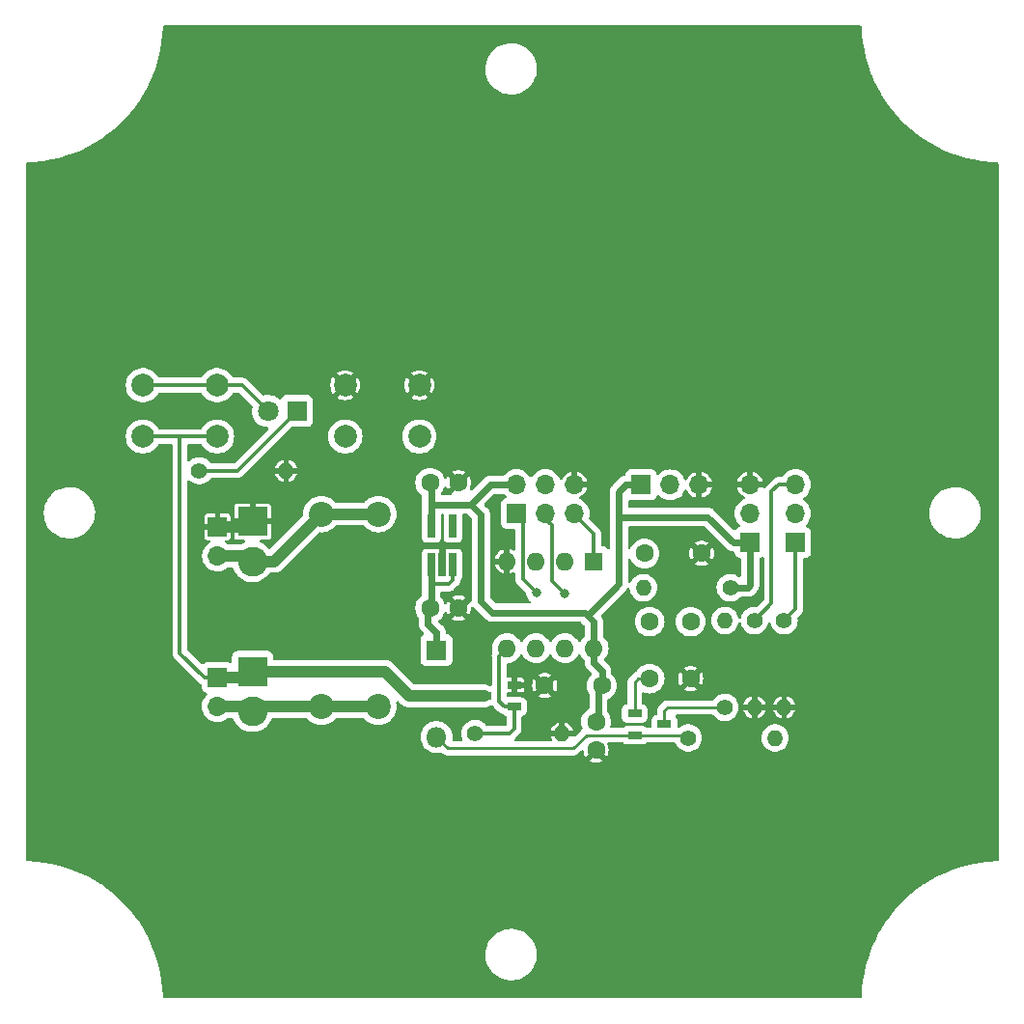
<source format=gbr>
%TF.GenerationSoftware,KiCad,Pcbnew,7.0.6*%
%TF.CreationDate,2023-08-07T22:53:29+02:00*%
%TF.ProjectId,attiny85_time_switch,61747469-6e79-4383-955f-74696d655f73,1.0*%
%TF.SameCoordinates,Original*%
%TF.FileFunction,Copper,L1,Top*%
%TF.FilePolarity,Positive*%
%FSLAX46Y46*%
G04 Gerber Fmt 4.6, Leading zero omitted, Abs format (unit mm)*
G04 Created by KiCad (PCBNEW 7.0.6) date 2023-08-07 22:53:29*
%MOMM*%
%LPD*%
G01*
G04 APERTURE LIST*
%TA.AperFunction,ComponentPad*%
%ADD10C,1.400000*%
%TD*%
%TA.AperFunction,ComponentPad*%
%ADD11O,1.400000X1.400000*%
%TD*%
%TA.AperFunction,ComponentPad*%
%ADD12R,1.700000X1.700000*%
%TD*%
%TA.AperFunction,ComponentPad*%
%ADD13O,1.700000X1.700000*%
%TD*%
%TA.AperFunction,ComponentPad*%
%ADD14R,2.600000X2.600000*%
%TD*%
%TA.AperFunction,ComponentPad*%
%ADD15C,2.600000*%
%TD*%
%TA.AperFunction,ComponentPad*%
%ADD16R,1.800000X1.800000*%
%TD*%
%TA.AperFunction,ComponentPad*%
%ADD17C,1.800000*%
%TD*%
%TA.AperFunction,ComponentPad*%
%ADD18R,1.600000X1.600000*%
%TD*%
%TA.AperFunction,ComponentPad*%
%ADD19O,1.600000X1.600000*%
%TD*%
%TA.AperFunction,ComponentPad*%
%ADD20C,2.200000*%
%TD*%
%TA.AperFunction,ComponentPad*%
%ADD21O,1.800000X1.800000*%
%TD*%
%TA.AperFunction,ComponentPad*%
%ADD22C,1.600000*%
%TD*%
%TA.AperFunction,SMDPad,CuDef*%
%ADD23R,1.220000X0.650000*%
%TD*%
%TA.AperFunction,ComponentPad*%
%ADD24C,2.000000*%
%TD*%
%TA.AperFunction,SMDPad,CuDef*%
%ADD25R,0.650000X2.000000*%
%TD*%
%TA.AperFunction,ViaPad*%
%ADD26C,0.800000*%
%TD*%
%TA.AperFunction,Conductor*%
%ADD27C,0.600000*%
%TD*%
%TA.AperFunction,Conductor*%
%ADD28C,1.000000*%
%TD*%
%TA.AperFunction,Conductor*%
%ADD29C,0.300000*%
%TD*%
%TA.AperFunction,Conductor*%
%ADD30C,0.250000*%
%TD*%
G04 APERTURE END LIST*
D10*
%TO.P,R1,1*%
%TO.N,Net-(Q2-Pad3)*%
X170200000Y-108410000D03*
D11*
%TO.P,R1,2*%
%TO.N,ADC_BATTERY*%
X170200000Y-100790000D03*
%TD*%
D12*
%TO.P,J8,1,Pin_1*%
%TO.N,Net-(J4-Pin_1)*%
X125665000Y-105790000D03*
D13*
%TO.P,J8,2,Pin_2*%
%TO.N,Net-(J4-Pin_2)*%
X125665000Y-108330000D03*
%TD*%
D14*
%TO.P,J4,1,Pin_1*%
%TO.N,Net-(J4-Pin_1)*%
X128767506Y-105262494D03*
D15*
%TO.P,J4,2,Pin_2*%
%TO.N,Net-(J4-Pin_2)*%
X128767506Y-108762494D03*
%TD*%
D16*
%TO.P,D2,1,K*%
%TO.N,Net-(D2-K)*%
X132650000Y-82400000D03*
D17*
%TO.P,D2,2,A*%
%TO.N,Net-(D2-A)*%
X130110000Y-82400000D03*
%TD*%
D18*
%TO.P,U1,1,~{RESET}/PB5*%
%TO.N,RESET*%
X158700000Y-95600000D03*
D19*
%TO.P,U1,2,XTAL1/PB3*%
%TO.N,12V_24V_SEL*%
X156160000Y-95600000D03*
%TO.P,U1,3,XTAL2/PB4*%
%TO.N,FEATURE_SELECT*%
X153620000Y-95600000D03*
%TO.P,U1,4,GND*%
%TO.N,GND*%
X151080000Y-95600000D03*
%TO.P,U1,5,AREF/PB0*%
%TO.N,MOSI*%
X151080000Y-103220000D03*
%TO.P,U1,6,PB1*%
%TO.N,MISO*%
X153620000Y-103220000D03*
%TO.P,U1,7,PB2*%
%TO.N,ADC_BATTERY*%
X156160000Y-103220000D03*
%TO.P,U1,8,VCC*%
%TO.N,VDD_MCU*%
X158700000Y-103220000D03*
%TD*%
D20*
%TO.P,F1,1*%
%TO.N,VIN*%
X139800000Y-91450000D03*
X134800000Y-91450000D03*
%TO.P,F1,2*%
%TO.N,Net-(J4-Pin_2)*%
X139800000Y-108350000D03*
X134800000Y-108350000D03*
%TD*%
D10*
%TO.P,R7,1*%
%TO.N,Net-(J6-Pin_3)*%
X172800000Y-100790000D03*
D11*
%TO.P,R7,2*%
%TO.N,GND*%
X172800000Y-108410000D03*
%TD*%
D16*
%TO.P,D1,1,K*%
%TO.N,Net-(D1-K)*%
X144900000Y-103390000D03*
D21*
%TO.P,D1,2,A*%
%TO.N,VIN*%
X144900000Y-111010000D03*
%TD*%
D12*
%TO.P,J5,1,Pin_1*%
%TO.N,VDD_MCU*%
X172400000Y-93940000D03*
D13*
%TO.P,J5,2,Pin_2*%
%TO.N,12V_24V_SEL*%
X172400000Y-91400000D03*
%TO.P,J5,3,Pin_3*%
%TO.N,GND*%
X172400000Y-88860000D03*
%TD*%
D22*
%TO.P,C4,1*%
%TO.N,ADC_BATTERY*%
X167200000Y-100890000D03*
%TO.P,C4,2*%
%TO.N,GND*%
X167200000Y-105890000D03*
%TD*%
%TO.P,C7,1*%
%TO.N,Net-(C7-Pad1)*%
X163600000Y-105890000D03*
%TO.P,C7,2*%
%TO.N,MISO*%
X163600000Y-100890000D03*
%TD*%
D10*
%TO.P,R3,1*%
%TO.N,MOSI*%
X148290000Y-110700000D03*
D11*
%TO.P,R3,2*%
%TO.N,GND*%
X155910000Y-110700000D03*
%TD*%
D10*
%TO.P,R6,1*%
%TO.N,Net-(D2-K)*%
X124090000Y-87650000D03*
D11*
%TO.P,R6,2*%
%TO.N,GND*%
X131710000Y-87650000D03*
%TD*%
D23*
%TO.P,Q2,1*%
%TO.N,Net-(C7-Pad1)*%
X162280000Y-108950000D03*
%TO.P,Q2,2*%
%TO.N,VIN*%
X162280000Y-110850000D03*
%TO.P,Q2,3*%
%TO.N,Net-(Q2-Pad3)*%
X164900000Y-109900000D03*
%TD*%
%TO.P,Q1,1*%
%TO.N,MOSI*%
X151710000Y-108350000D03*
%TO.P,Q1,2*%
%TO.N,GND*%
X151710000Y-106450000D03*
%TO.P,Q1,3*%
%TO.N,Net-(J4-Pin_1)*%
X149090000Y-107400000D03*
%TD*%
D24*
%TO.P,SW1,1,1*%
%TO.N,GND*%
X136900000Y-80150000D03*
X143400000Y-80150000D03*
%TO.P,SW1,2,2*%
%TO.N,RESET*%
X136900000Y-84650000D03*
X143400000Y-84650000D03*
%TD*%
D10*
%TO.P,R2,1*%
%TO.N,Net-(J6-Pin_1)*%
X175400000Y-100790000D03*
D11*
%TO.P,R2,2*%
%TO.N,GND*%
X175400000Y-108410000D03*
%TD*%
D12*
%TO.P,J2,1,Pin_1*%
%TO.N,MISO*%
X151910006Y-91399994D03*
D13*
%TO.P,J2,2,Pin_2*%
%TO.N,VDD_MCU*%
X151910006Y-88859994D03*
%TO.P,J2,3,Pin_3*%
%TO.N,ADC_BATTERY*%
X154450006Y-91399994D03*
%TO.P,J2,4,Pin_4*%
%TO.N,MOSI*%
X154450006Y-88859994D03*
%TO.P,J2,5,Pin_5*%
%TO.N,RESET*%
X156990006Y-91399994D03*
%TO.P,J2,6,Pin_6*%
%TO.N,GND*%
X156990006Y-88859994D03*
%TD*%
D24*
%TO.P,SW2,1,1*%
%TO.N,Net-(J4-Pin_1)*%
X125650000Y-84650000D03*
X119150000Y-84650000D03*
%TO.P,SW2,2,2*%
%TO.N,Net-(D2-A)*%
X125650000Y-80150000D03*
X119150000Y-80150000D03*
%TD*%
D25*
%TO.P,U2,1,Vin*%
%TO.N,Net-(D1-K)*%
X144450000Y-95910000D03*
%TO.P,U2,2,GND*%
%TO.N,GND*%
X145400000Y-95910000D03*
%TO.P,U2,3,EN*%
%TO.N,Net-(D1-K)*%
X146350000Y-95910000D03*
%TO.P,U2,4,NC*%
%TO.N,unconnected-(U2-NC-Pad4)*%
X146350000Y-92490000D03*
%TO.P,U2,5,Vout*%
%TO.N,VDD_MCU*%
X144450000Y-92490000D03*
%TD*%
D22*
%TO.P,C5,1*%
%TO.N,RESET*%
X163150000Y-94910000D03*
%TO.P,C5,2*%
%TO.N,GND*%
X168150000Y-94910000D03*
%TD*%
D10*
%TO.P,R5,1*%
%TO.N,VIN*%
X166990000Y-111100000D03*
D11*
%TO.P,R5,2*%
%TO.N,Net-(C7-Pad1)*%
X174610000Y-111100000D03*
%TD*%
D14*
%TO.P,J1,1,Pin_1*%
%TO.N,GND*%
X128767506Y-92112494D03*
D15*
%TO.P,J1,2,Pin_2*%
%TO.N,VIN*%
X128767506Y-95612494D03*
%TD*%
D22*
%TO.P,C6,1*%
%TO.N,VDD_MCU*%
X158900000Y-109650000D03*
%TO.P,C6,2*%
%TO.N,GND*%
X158900000Y-112150000D03*
%TD*%
D12*
%TO.P,J3,1,Pin_1*%
%TO.N,VDD_MCU*%
X162860000Y-88890000D03*
D13*
%TO.P,J3,2,Pin_2*%
%TO.N,FEATURE_SELECT*%
X165400000Y-88890000D03*
%TO.P,J3,3,Pin_3*%
%TO.N,GND*%
X167940000Y-88890000D03*
%TD*%
D12*
%TO.P,J7,1,Pin_1*%
%TO.N,GND*%
X125700000Y-92590000D03*
D13*
%TO.P,J7,2,Pin_2*%
%TO.N,VIN*%
X125700000Y-95130000D03*
%TD*%
D22*
%TO.P,C3,1*%
%TO.N,VDD_MCU*%
X159400000Y-106500000D03*
%TO.P,C3,2*%
%TO.N,GND*%
X154400000Y-106500000D03*
%TD*%
D12*
%TO.P,J6,1,Pin_1*%
%TO.N,Net-(J6-Pin_1)*%
X176400000Y-93940000D03*
D13*
%TO.P,J6,2,Pin_2*%
%TO.N,ADC_BATTERY*%
X176400000Y-91400000D03*
%TO.P,J6,3,Pin_3*%
%TO.N,Net-(J6-Pin_3)*%
X176400000Y-88860000D03*
%TD*%
D10*
%TO.P,R4,1*%
%TO.N,VDD_MCU*%
X170670000Y-97910000D03*
D11*
%TO.P,R4,2*%
%TO.N,RESET*%
X163050000Y-97910000D03*
%TD*%
D22*
%TO.P,C2,1*%
%TO.N,Net-(D1-K)*%
X144350000Y-99700000D03*
%TO.P,C2,2*%
%TO.N,GND*%
X146850000Y-99700000D03*
%TD*%
%TO.P,C1,1*%
%TO.N,VDD_MCU*%
X144350000Y-88700000D03*
%TO.P,C1,2*%
%TO.N,GND*%
X146850000Y-88700000D03*
%TD*%
D26*
%TO.N,ADC_BATTERY*%
X156100000Y-98400000D03*
%TO.N,MISO*%
X153650000Y-98350000D03*
%TD*%
D27*
%TO.N,VDD_MCU*%
X144450000Y-90600000D02*
X147900000Y-90600000D01*
X144450000Y-89000000D02*
X144150000Y-88700000D01*
X160900000Y-89500000D02*
X161510000Y-88890000D01*
X170950000Y-93940000D02*
X172400000Y-93940000D01*
X159100000Y-106800000D02*
X159100000Y-109450000D01*
X151860000Y-88900000D02*
X149600000Y-88900000D01*
X158700000Y-100900000D02*
X158700000Y-103220000D01*
X172400000Y-93940000D02*
X172400000Y-97700000D01*
X147900000Y-90600000D02*
X148800000Y-91500000D01*
X158700000Y-103220000D02*
X158700000Y-104500000D01*
X168710000Y-91700000D02*
X170950000Y-93940000D01*
X144450000Y-90600000D02*
X144450000Y-89000000D01*
X158150000Y-100350000D02*
X158700000Y-100900000D01*
X172190000Y-97910000D02*
X170670000Y-97910000D01*
X160900000Y-91700000D02*
X168710000Y-91700000D01*
X149600000Y-88900000D02*
X147900000Y-90600000D01*
X159100000Y-109450000D02*
X158900000Y-109650000D01*
X159400000Y-106500000D02*
X159100000Y-106800000D01*
X149800000Y-100100000D02*
X157900000Y-100100000D01*
X157900000Y-100100000D02*
X158150000Y-100350000D01*
X161510000Y-88890000D02*
X162860000Y-88890000D01*
X172400000Y-97700000D02*
X172190000Y-97910000D01*
X159400000Y-105200000D02*
X159400000Y-106500000D01*
X158150000Y-100350000D02*
X160900000Y-97600000D01*
X144450000Y-92490000D02*
X144450000Y-90600000D01*
X160900000Y-91700000D02*
X160900000Y-89500000D01*
X148800000Y-99100000D02*
X149800000Y-100100000D01*
X158700000Y-104500000D02*
X159400000Y-105200000D01*
X160900000Y-97600000D02*
X160900000Y-91700000D01*
X148800000Y-91500000D02*
X148800000Y-99100000D01*
%TO.N,GND*%
X145400000Y-95910000D02*
X145400000Y-94200000D01*
X128235000Y-92585000D02*
X128720000Y-92100000D01*
X147700006Y-94200000D02*
X145400000Y-94200000D01*
D28*
X125765000Y-92585000D02*
X128235000Y-92585000D01*
D27*
X146900000Y-99700000D02*
X147700006Y-98899994D01*
X146850000Y-99700000D02*
X146900000Y-99700000D01*
X145400000Y-94200000D02*
X143700000Y-94200000D01*
X147700006Y-98899994D02*
X147700006Y-94200000D01*
%TO.N,Net-(D1-K)*%
X144900000Y-101850000D02*
X144150000Y-101100000D01*
D29*
X146350000Y-95910000D02*
X146350000Y-97210000D01*
X146350000Y-97210000D02*
X145960000Y-97600000D01*
D27*
X144450000Y-99400000D02*
X144150000Y-99700000D01*
X144150000Y-101100000D02*
X144150000Y-99700000D01*
D29*
X145960000Y-97600000D02*
X144450000Y-97600000D01*
D27*
X144450000Y-97600000D02*
X144450000Y-99400000D01*
X144900000Y-103390000D02*
X144900000Y-101850000D01*
X144450000Y-95910000D02*
X144450000Y-97600000D01*
D29*
%TO.N,ADC_BATTERY*%
X154400000Y-91800000D02*
X154400000Y-91440000D01*
X155000000Y-92400000D02*
X154400000Y-91800000D01*
X156100000Y-98400000D02*
X155000000Y-97300000D01*
X155000000Y-97300000D02*
X155000000Y-92400000D01*
%TO.N,RESET*%
X156940000Y-91440000D02*
X158700000Y-93200000D01*
X158700000Y-93200000D02*
X158700000Y-95600000D01*
D27*
%TO.N,VIN*%
X128245000Y-95125000D02*
X128720000Y-95600000D01*
D28*
X128720000Y-95600000D02*
X130650000Y-95600000D01*
X125765000Y-95125000D02*
X128245000Y-95125000D01*
D30*
X166740000Y-110850000D02*
X166990000Y-111100000D01*
X158050000Y-110850000D02*
X156900000Y-112000000D01*
D28*
X130650000Y-95600000D02*
X134800000Y-91450000D01*
D30*
X162280000Y-110850000D02*
X166740000Y-110850000D01*
X145890000Y-112000000D02*
X144900000Y-111010000D01*
D28*
X134800000Y-91450000D02*
X139800000Y-91450000D01*
D30*
X162280000Y-110850000D02*
X158050000Y-110850000D01*
X156900000Y-112000000D02*
X145890000Y-112000000D01*
D29*
%TO.N,MOSI*%
X150850000Y-108350000D02*
X151710000Y-108350000D01*
X151080000Y-103220000D02*
X150400000Y-103900000D01*
X151710000Y-110290000D02*
X151300000Y-110700000D01*
X150400000Y-103900000D02*
X150400000Y-107900000D01*
X151710000Y-108350000D02*
X151710000Y-110290000D01*
X150400000Y-107900000D02*
X150850000Y-108350000D01*
X151300000Y-110700000D02*
X148290000Y-110700000D01*
D30*
%TO.N,Net-(C7-Pad1)*%
X162280000Y-108950000D02*
X162280000Y-106220000D01*
X162280000Y-106220000D02*
X162610000Y-105890000D01*
X162610000Y-105890000D02*
X163600000Y-105890000D01*
D28*
%TO.N,Net-(J4-Pin_1)*%
X128720000Y-105250000D02*
X140350012Y-105250000D01*
X142500012Y-107400000D02*
X149090000Y-107400000D01*
D29*
X125645000Y-105810000D02*
X125665000Y-105790000D01*
X119150000Y-84650000D02*
X122900000Y-84650000D01*
D27*
X128160000Y-105810000D02*
X128720000Y-105250000D01*
D28*
X140350012Y-105250000D02*
X142500012Y-107400000D01*
D29*
X122400000Y-103650000D02*
X122400000Y-84650000D01*
X124560000Y-105810000D02*
X125645000Y-105810000D01*
D28*
X125665000Y-105810000D02*
X128160000Y-105810000D01*
D29*
X124560000Y-105810000D02*
X122400000Y-103650000D01*
X122900000Y-84650000D02*
X125650000Y-84650000D01*
%TO.N,MISO*%
X152500000Y-92100000D02*
X152470000Y-92130000D01*
X152230000Y-91810000D02*
X152230000Y-91830000D01*
X152470000Y-92130000D02*
X152470000Y-97170000D01*
X152230000Y-91830000D02*
X152500000Y-92100000D01*
X152470000Y-97170000D02*
X153650000Y-98350000D01*
X151860000Y-91440000D02*
X152230000Y-91810000D01*
D30*
%TO.N,Net-(Q2-Pad3)*%
X164900000Y-109900000D02*
X164900000Y-108700000D01*
X165190000Y-108410000D02*
X170200000Y-108410000D01*
X164900000Y-108700000D02*
X165190000Y-108410000D01*
D28*
%TO.N,Net-(J4-Pin_2)*%
X134800000Y-108350000D02*
X139800000Y-108350000D01*
X129120000Y-108350000D02*
X134800000Y-108350000D01*
X125665000Y-108350000D02*
X128320000Y-108350000D01*
D27*
X128320000Y-108350000D02*
X128720000Y-108750000D01*
X128720000Y-108750000D02*
X129120000Y-108350000D01*
D29*
%TO.N,Net-(D2-K)*%
X127400000Y-87650000D02*
X124090000Y-87650000D01*
X132650000Y-82400000D02*
X127400000Y-87650000D01*
%TO.N,Net-(D2-A)*%
X127860000Y-80150000D02*
X130110000Y-82400000D01*
X119150000Y-80150000D02*
X127860000Y-80150000D01*
%TO.N,Net-(J6-Pin_1)*%
X176400000Y-99780000D02*
X176400000Y-93940000D01*
X175400000Y-100780000D02*
X176400000Y-99780000D01*
%TO.N,Net-(J6-Pin_3)*%
X174930000Y-88860000D02*
X176400000Y-88860000D01*
X174300000Y-99290000D02*
X174300000Y-89490000D01*
X174300000Y-89490000D02*
X174930000Y-88860000D01*
X172800000Y-100790000D02*
X174300000Y-99290000D01*
%TD*%
%TA.AperFunction,Conductor*%
%TO.N,GND*%
G36*
X157497865Y-103763348D02*
G01*
X157542381Y-103814724D01*
X157553722Y-103839044D01*
X157569429Y-103872728D01*
X157569432Y-103872734D01*
X157699954Y-104059141D01*
X157863181Y-104222368D01*
X157896666Y-104283691D01*
X157899500Y-104310049D01*
X157899500Y-104590191D01*
X157899501Y-104590200D01*
X157908791Y-104630908D01*
X157909955Y-104637763D01*
X157914632Y-104679259D01*
X157928420Y-104718662D01*
X157930345Y-104725345D01*
X157939639Y-104766061D01*
X157957759Y-104803688D01*
X157960421Y-104810114D01*
X157974212Y-104849525D01*
X157996422Y-104884872D01*
X157999787Y-104890959D01*
X158017910Y-104928589D01*
X158043940Y-104961229D01*
X158047966Y-104966904D01*
X158070182Y-105002259D01*
X158070184Y-105002262D01*
X158476686Y-105408764D01*
X158510171Y-105470087D01*
X158505187Y-105539779D01*
X158476687Y-105584126D01*
X158399951Y-105660862D01*
X158269432Y-105847265D01*
X158269431Y-105847267D01*
X158173261Y-106053502D01*
X158173258Y-106053511D01*
X158114366Y-106273302D01*
X158114364Y-106273313D01*
X158094532Y-106499998D01*
X158094532Y-106500001D01*
X158114364Y-106726686D01*
X158114366Y-106726697D01*
X158173258Y-106946488D01*
X158173260Y-106946492D01*
X158173261Y-106946496D01*
X158197066Y-106997546D01*
X158269431Y-107152733D01*
X158277073Y-107163646D01*
X158299402Y-107229852D01*
X158299500Y-107234772D01*
X158299500Y-108418306D01*
X158279815Y-108485345D01*
X158246623Y-108519881D01*
X158060859Y-108649953D01*
X157899954Y-108810858D01*
X157769432Y-108997265D01*
X157769431Y-108997267D01*
X157673261Y-109203502D01*
X157673258Y-109203511D01*
X157614366Y-109423302D01*
X157614364Y-109423313D01*
X157594532Y-109649998D01*
X157594532Y-109650001D01*
X157614364Y-109876686D01*
X157614366Y-109876697D01*
X157673258Y-110096488D01*
X157673263Y-110096502D01*
X157716977Y-110190247D01*
X157727469Y-110259324D01*
X157698949Y-110323108D01*
X157667724Y-110349378D01*
X157663581Y-110351828D01*
X157663580Y-110351828D01*
X157649414Y-110365995D01*
X157634624Y-110378627D01*
X157618414Y-110390404D01*
X157618411Y-110390407D01*
X157588710Y-110426309D01*
X157584777Y-110430631D01*
X157060117Y-110955290D01*
X156998794Y-110988775D01*
X156929102Y-110983791D01*
X156883964Y-110950000D01*
X156155581Y-110950000D01*
X156207060Y-110894079D01*
X156253982Y-110787108D01*
X156263628Y-110670698D01*
X156234953Y-110557462D01*
X156171064Y-110459673D01*
X156078885Y-110387928D01*
X155968405Y-110350000D01*
X155880995Y-110350000D01*
X155794784Y-110364386D01*
X155692053Y-110419981D01*
X155612940Y-110505921D01*
X155566018Y-110612892D01*
X155556372Y-110729302D01*
X155585047Y-110842538D01*
X155648936Y-110940327D01*
X155661364Y-110950000D01*
X154940840Y-110950000D01*
X154981651Y-111084536D01*
X155039116Y-111192047D01*
X155053357Y-111260450D01*
X155028357Y-111325694D01*
X154972051Y-111367064D01*
X154929757Y-111374500D01*
X151849760Y-111374500D01*
X151782721Y-111354815D01*
X151736966Y-111302011D01*
X151727022Y-111232853D01*
X151754214Y-111171462D01*
X151779809Y-111140522D01*
X151783713Y-111136231D01*
X152109513Y-110810431D01*
X152122079Y-110800365D01*
X152121925Y-110800178D01*
X152127937Y-110795204D01*
X152127937Y-110795203D01*
X152127940Y-110795202D01*
X152177190Y-110742755D01*
X152198912Y-110721034D01*
X152203402Y-110715244D01*
X152207184Y-110710814D01*
X152240448Y-110675393D01*
X152250674Y-110656789D01*
X152261347Y-110640541D01*
X152274363Y-110623763D01*
X152293651Y-110579187D01*
X152296224Y-110573936D01*
X152296561Y-110573321D01*
X152319627Y-110531368D01*
X152324904Y-110510808D01*
X152331206Y-110492403D01*
X152339636Y-110472926D01*
X152343267Y-110449999D01*
X154940839Y-110449999D01*
X154940840Y-110450000D01*
X155660000Y-110450000D01*
X155660000Y-109730839D01*
X156160000Y-109730839D01*
X156160000Y-110450000D01*
X156879160Y-110450000D01*
X156879160Y-110449999D01*
X156838347Y-110315458D01*
X156745496Y-110141746D01*
X156745492Y-110141739D01*
X156620528Y-109989471D01*
X156468260Y-109864507D01*
X156468253Y-109864503D01*
X156294541Y-109771652D01*
X156160000Y-109730839D01*
X155660000Y-109730839D01*
X155659999Y-109730839D01*
X155525458Y-109771652D01*
X155351746Y-109864503D01*
X155351739Y-109864507D01*
X155199471Y-109989471D01*
X155074507Y-110141739D01*
X155074503Y-110141746D01*
X154981652Y-110315458D01*
X154940839Y-110449999D01*
X152343267Y-110449999D01*
X152347235Y-110424945D01*
X152348417Y-110419234D01*
X152360500Y-110372177D01*
X152360500Y-110350954D01*
X152362027Y-110331555D01*
X152365347Y-110310595D01*
X152360775Y-110262227D01*
X152360500Y-110256389D01*
X152360500Y-109280169D01*
X152380185Y-109213130D01*
X152432989Y-109167375D01*
X152441162Y-109163989D01*
X152562331Y-109118796D01*
X152677546Y-109032546D01*
X152763796Y-108917331D01*
X152814091Y-108782483D01*
X152820500Y-108722873D01*
X152820499Y-107977128D01*
X152814091Y-107917517D01*
X152801926Y-107884902D01*
X152763797Y-107782671D01*
X152763793Y-107782664D01*
X152677547Y-107667455D01*
X152677544Y-107667452D01*
X152562335Y-107581206D01*
X152562328Y-107581202D01*
X152427482Y-107530908D01*
X152427483Y-107530908D01*
X152367883Y-107524501D01*
X152367881Y-107524500D01*
X152367873Y-107524500D01*
X152367865Y-107524500D01*
X151174500Y-107524500D01*
X151107461Y-107504815D01*
X151061706Y-107452011D01*
X151050500Y-107400500D01*
X151050500Y-107198999D01*
X151070185Y-107131960D01*
X151122989Y-107086205D01*
X151174500Y-107074999D01*
X151459999Y-107074999D01*
X151460000Y-107074998D01*
X151460000Y-106700000D01*
X151960000Y-106700000D01*
X151960000Y-107074999D01*
X152364786Y-107074999D01*
X152364808Y-107074997D01*
X152389869Y-107072091D01*
X152389873Y-107072090D01*
X152492474Y-107026788D01*
X152492479Y-107026785D01*
X152571785Y-106947479D01*
X152571788Y-106947474D01*
X152617089Y-106844877D01*
X152617089Y-106844875D01*
X152619999Y-106819794D01*
X152620000Y-106819791D01*
X152620000Y-106700000D01*
X151960000Y-106700000D01*
X151460000Y-106700000D01*
X151460000Y-106500000D01*
X153295287Y-106500000D01*
X153314096Y-106702989D01*
X153314097Y-106702992D01*
X153369883Y-106899063D01*
X153369886Y-106899069D01*
X153460754Y-107081556D01*
X153460755Y-107081557D01*
X153462533Y-107083912D01*
X154002046Y-106544400D01*
X154014835Y-106625148D01*
X154072359Y-106738045D01*
X154161955Y-106827641D01*
X154274852Y-106885165D01*
X154355599Y-106897953D01*
X153819310Y-107434240D01*
X153819311Y-107434241D01*
X153907581Y-107488895D01*
X153907588Y-107488899D01*
X154097678Y-107562539D01*
X154298072Y-107600000D01*
X154501928Y-107600000D01*
X154702321Y-107562539D01*
X154892414Y-107488897D01*
X154980688Y-107434240D01*
X154444401Y-106897953D01*
X154525148Y-106885165D01*
X154638045Y-106827641D01*
X154727641Y-106738045D01*
X154785165Y-106625148D01*
X154797953Y-106544400D01*
X155337465Y-107083912D01*
X155339247Y-107081552D01*
X155339249Y-107081550D01*
X155430113Y-106899069D01*
X155430116Y-106899063D01*
X155485902Y-106702992D01*
X155485903Y-106702989D01*
X155504713Y-106500000D01*
X155504713Y-106499999D01*
X155485903Y-106297010D01*
X155485902Y-106297007D01*
X155430116Y-106100936D01*
X155430113Y-106100930D01*
X155339244Y-105918441D01*
X155337466Y-105916086D01*
X155337465Y-105916085D01*
X154797953Y-106455598D01*
X154785165Y-106374852D01*
X154727641Y-106261955D01*
X154638045Y-106172359D01*
X154525148Y-106114835D01*
X154444399Y-106102045D01*
X154980688Y-105565758D01*
X154980687Y-105565757D01*
X154892418Y-105511104D01*
X154892411Y-105511100D01*
X154702321Y-105437460D01*
X154501928Y-105400000D01*
X154298072Y-105400000D01*
X154097678Y-105437460D01*
X153907588Y-105511100D01*
X153907584Y-105511102D01*
X153819310Y-105565758D01*
X154355598Y-106102046D01*
X154274852Y-106114835D01*
X154161955Y-106172359D01*
X154072359Y-106261955D01*
X154014835Y-106374852D01*
X154002046Y-106455598D01*
X153462533Y-105916085D01*
X153460754Y-105918443D01*
X153369886Y-106100930D01*
X153369883Y-106100936D01*
X153314097Y-106297007D01*
X153314096Y-106297010D01*
X153295287Y-106499999D01*
X153295287Y-106500000D01*
X151460000Y-106500000D01*
X151460000Y-105825000D01*
X151960000Y-105825000D01*
X151960000Y-106200000D01*
X152619999Y-106200000D01*
X152619999Y-106080214D01*
X152619997Y-106080191D01*
X152617091Y-106055130D01*
X152617090Y-106055126D01*
X152571788Y-105952525D01*
X152571785Y-105952520D01*
X152492479Y-105873214D01*
X152492474Y-105873211D01*
X152389876Y-105827910D01*
X152364794Y-105825000D01*
X151960000Y-105825000D01*
X151460000Y-105825000D01*
X151174500Y-105825000D01*
X151107461Y-105805315D01*
X151061706Y-105752511D01*
X151050500Y-105701000D01*
X151050500Y-104641673D01*
X151070185Y-104574634D01*
X151122989Y-104528879D01*
X151163688Y-104518146D01*
X151306692Y-104505635D01*
X151526496Y-104446739D01*
X151732734Y-104350568D01*
X151919139Y-104220047D01*
X152080047Y-104059139D01*
X152210568Y-103872734D01*
X152237618Y-103814724D01*
X152283790Y-103762285D01*
X152350983Y-103743133D01*
X152417865Y-103763348D01*
X152462381Y-103814724D01*
X152473722Y-103839044D01*
X152489429Y-103872728D01*
X152489432Y-103872734D01*
X152619954Y-104059141D01*
X152780858Y-104220045D01*
X152780861Y-104220047D01*
X152967266Y-104350568D01*
X153173504Y-104446739D01*
X153173509Y-104446740D01*
X153173511Y-104446741D01*
X153226415Y-104460916D01*
X153393308Y-104505635D01*
X153536298Y-104518145D01*
X153619998Y-104525468D01*
X153620000Y-104525468D01*
X153620002Y-104525468D01*
X153676673Y-104520509D01*
X153846692Y-104505635D01*
X154066496Y-104446739D01*
X154272734Y-104350568D01*
X154459139Y-104220047D01*
X154620047Y-104059139D01*
X154750568Y-103872734D01*
X154777618Y-103814724D01*
X154823790Y-103762285D01*
X154890983Y-103743133D01*
X154957865Y-103763348D01*
X155002381Y-103814724D01*
X155013722Y-103839044D01*
X155029429Y-103872728D01*
X155029432Y-103872734D01*
X155159954Y-104059141D01*
X155320858Y-104220045D01*
X155320861Y-104220047D01*
X155507266Y-104350568D01*
X155713504Y-104446739D01*
X155713509Y-104446740D01*
X155713511Y-104446741D01*
X155766415Y-104460916D01*
X155933308Y-104505635D01*
X156076298Y-104518145D01*
X156159998Y-104525468D01*
X156160000Y-104525468D01*
X156160002Y-104525468D01*
X156216672Y-104520509D01*
X156386692Y-104505635D01*
X156606496Y-104446739D01*
X156812734Y-104350568D01*
X156999139Y-104220047D01*
X157160047Y-104059139D01*
X157290568Y-103872734D01*
X157317618Y-103814724D01*
X157363790Y-103762285D01*
X157430983Y-103743133D01*
X157497865Y-103763348D01*
G37*
%TD.AperFunction*%
%TA.AperFunction,Conductor*%
G36*
X150856293Y-89720185D02*
G01*
X150876935Y-89736819D01*
X150993436Y-89853320D01*
X151026921Y-89914643D01*
X151021937Y-89984335D01*
X150980065Y-90040268D01*
X150949089Y-90057183D01*
X150817675Y-90106197D01*
X150817670Y-90106200D01*
X150702461Y-90192446D01*
X150702458Y-90192449D01*
X150616212Y-90307658D01*
X150616208Y-90307665D01*
X150565914Y-90442511D01*
X150559507Y-90502110D01*
X150559506Y-90502129D01*
X150559506Y-92297864D01*
X150559507Y-92297870D01*
X150565914Y-92357477D01*
X150616208Y-92492322D01*
X150616212Y-92492329D01*
X150702458Y-92607538D01*
X150702461Y-92607541D01*
X150817670Y-92693787D01*
X150817677Y-92693791D01*
X150952523Y-92744085D01*
X150952522Y-92744085D01*
X150959450Y-92744829D01*
X151012133Y-92750494D01*
X151695500Y-92750493D01*
X151762539Y-92770177D01*
X151808294Y-92822981D01*
X151819500Y-92874493D01*
X151819500Y-94541468D01*
X151799815Y-94608507D01*
X151747011Y-94654262D01*
X151677853Y-94664206D01*
X151630222Y-94646895D01*
X151572413Y-94611101D01*
X151382315Y-94537458D01*
X151382309Y-94537456D01*
X151330001Y-94527677D01*
X151330000Y-94527679D01*
X151330000Y-95284314D01*
X151318045Y-95272359D01*
X151205148Y-95214835D01*
X151111481Y-95200000D01*
X151048519Y-95200000D01*
X150954852Y-95214835D01*
X150841955Y-95272359D01*
X150830000Y-95284314D01*
X150830000Y-94527679D01*
X150829998Y-94527677D01*
X150777690Y-94537456D01*
X150777684Y-94537458D01*
X150587586Y-94611101D01*
X150414260Y-94718421D01*
X150263608Y-94855757D01*
X150140754Y-95018443D01*
X150049890Y-95200921D01*
X150049885Y-95200934D01*
X150007471Y-95349999D01*
X150007472Y-95350000D01*
X150764314Y-95350000D01*
X150752359Y-95361955D01*
X150694835Y-95474852D01*
X150675014Y-95600000D01*
X150694835Y-95725148D01*
X150752359Y-95838045D01*
X150764314Y-95850000D01*
X150007472Y-95850000D01*
X150049885Y-95999065D01*
X150049890Y-95999078D01*
X150140754Y-96181556D01*
X150263608Y-96344242D01*
X150414260Y-96481578D01*
X150587584Y-96588897D01*
X150777678Y-96662539D01*
X150830000Y-96672320D01*
X150830000Y-95915686D01*
X150841955Y-95927641D01*
X150954852Y-95985165D01*
X151048519Y-96000000D01*
X151111481Y-96000000D01*
X151205148Y-95985165D01*
X151318045Y-95927641D01*
X151330000Y-95915686D01*
X151330000Y-96672320D01*
X151382321Y-96662539D01*
X151572417Y-96588896D01*
X151630219Y-96553106D01*
X151697579Y-96534548D01*
X151764279Y-96555355D01*
X151809142Y-96608919D01*
X151819499Y-96658531D01*
X151819500Y-97084494D01*
X151817732Y-97100505D01*
X151817974Y-97100528D01*
X151817240Y-97108294D01*
X151819500Y-97180203D01*
X151819500Y-97210920D01*
X151819501Y-97210940D01*
X151820418Y-97218206D01*
X151820876Y-97224024D01*
X151822402Y-97272567D01*
X151822403Y-97272570D01*
X151828323Y-97292948D01*
X151832268Y-97311996D01*
X151834928Y-97333054D01*
X151834931Y-97333064D01*
X151852813Y-97378230D01*
X151854705Y-97383758D01*
X151868254Y-97430395D01*
X151868255Y-97430397D01*
X151879060Y-97448666D01*
X151887617Y-97466134D01*
X151892295Y-97477948D01*
X151895432Y-97485872D01*
X151923983Y-97525170D01*
X151927188Y-97530049D01*
X151951919Y-97571865D01*
X151951923Y-97571869D01*
X151966925Y-97586871D01*
X151979563Y-97601669D01*
X151992033Y-97618833D01*
X151992036Y-97618836D01*
X151992037Y-97618837D01*
X152029476Y-97649809D01*
X152033776Y-97653722D01*
X152383738Y-98003684D01*
X152715191Y-98335137D01*
X152748676Y-98396460D01*
X152750830Y-98409851D01*
X152764326Y-98538256D01*
X152764327Y-98538259D01*
X152822818Y-98718277D01*
X152822821Y-98718284D01*
X152917467Y-98882216D01*
X153044129Y-99022888D01*
X153112951Y-99072890D01*
X153116106Y-99075182D01*
X153158771Y-99130512D01*
X153164750Y-99200125D01*
X153132144Y-99261920D01*
X153071305Y-99296278D01*
X153043220Y-99299500D01*
X150182940Y-99299500D01*
X150115901Y-99279815D01*
X150095259Y-99263181D01*
X149636819Y-98804741D01*
X149603334Y-98743418D01*
X149600500Y-98717060D01*
X149600500Y-91409807D01*
X149600500Y-91409806D01*
X149591207Y-91369093D01*
X149590042Y-91362233D01*
X149589073Y-91353632D01*
X149585368Y-91320745D01*
X149581713Y-91310299D01*
X149571576Y-91281328D01*
X149569650Y-91274641D01*
X149560361Y-91233941D01*
X149542244Y-91196320D01*
X149539581Y-91189891D01*
X149525789Y-91150477D01*
X149509296Y-91124230D01*
X149503567Y-91115112D01*
X149500206Y-91109030D01*
X149496904Y-91102174D01*
X149482091Y-91071413D01*
X149482091Y-91071412D01*
X149482090Y-91071411D01*
X149456055Y-91038765D01*
X149452028Y-91033089D01*
X149429816Y-90997738D01*
X149302262Y-90870184D01*
X149236272Y-90804194D01*
X149119759Y-90687680D01*
X149086274Y-90626357D01*
X149091258Y-90556665D01*
X149119757Y-90512320D01*
X149895258Y-89736819D01*
X149956582Y-89703334D01*
X149982940Y-89700500D01*
X150789254Y-89700500D01*
X150856293Y-89720185D01*
G37*
%TD.AperFunction*%
%TA.AperFunction,Conductor*%
G36*
X146464835Y-88825148D02*
G01*
X146522359Y-88938045D01*
X146611955Y-89027641D01*
X146724852Y-89085165D01*
X146805599Y-89097953D01*
X146269311Y-89634240D01*
X146272440Y-89661209D01*
X146260612Y-89730071D01*
X146213433Y-89781606D01*
X146149266Y-89799500D01*
X145389048Y-89799500D01*
X145322009Y-89779815D01*
X145276254Y-89727011D01*
X145266310Y-89657853D01*
X145295335Y-89594297D01*
X145301367Y-89587819D01*
X145321356Y-89567830D01*
X145350047Y-89539139D01*
X145480568Y-89352734D01*
X145576739Y-89146496D01*
X145576740Y-89146488D01*
X145576743Y-89146483D01*
X145585406Y-89114151D01*
X145621769Y-89054490D01*
X145684616Y-89023959D01*
X145753992Y-89032253D01*
X145807870Y-89076737D01*
X145816968Y-89094115D01*
X145817330Y-89093936D01*
X145910754Y-89281556D01*
X145910755Y-89281557D01*
X145912533Y-89283912D01*
X146452046Y-88744400D01*
X146464835Y-88825148D01*
G37*
%TD.AperFunction*%
%TA.AperFunction,Conductor*%
G36*
X182142539Y-48620185D02*
G01*
X182188294Y-48672989D01*
X182199500Y-48724500D01*
X182199500Y-48742313D01*
X182237888Y-49425862D01*
X182314541Y-50106183D01*
X182429220Y-50781136D01*
X182581564Y-51448597D01*
X182771093Y-52106466D01*
X182771095Y-52106471D01*
X182771094Y-52106470D01*
X182997213Y-52752682D01*
X183127931Y-53068261D01*
X183244398Y-53349436D01*
X183259211Y-53385196D01*
X183556249Y-54002003D01*
X183556254Y-54002012D01*
X183887420Y-54601213D01*
X183935488Y-54677712D01*
X184251666Y-55180907D01*
X184647832Y-55739249D01*
X184647832Y-55739250D01*
X184647837Y-55739256D01*
X185074694Y-56274518D01*
X185530892Y-56785004D01*
X186014996Y-57269108D01*
X186015005Y-57269116D01*
X186525477Y-57725302D01*
X187060750Y-58152168D01*
X187060751Y-58152168D01*
X187619093Y-58548334D01*
X187619098Y-58548337D01*
X188198787Y-58912580D01*
X188778968Y-59233234D01*
X188797997Y-59243751D01*
X189414804Y-59540789D01*
X189414808Y-59540790D01*
X189414815Y-59540794D01*
X189654315Y-59639998D01*
X190047318Y-59802787D01*
X190693530Y-60028906D01*
X190693529Y-60028905D01*
X190693534Y-60028907D01*
X191351403Y-60218436D01*
X192018864Y-60370780D01*
X192018866Y-60370780D01*
X192018869Y-60370781D01*
X192018870Y-60370781D01*
X192693817Y-60485459D01*
X192693823Y-60485459D01*
X192693831Y-60485461D01*
X193078917Y-60528848D01*
X193374138Y-60562112D01*
X194057687Y-60600500D01*
X194075500Y-60600500D01*
X194142539Y-60620185D01*
X194188294Y-60672989D01*
X194199500Y-60724500D01*
X194199500Y-121775500D01*
X194179815Y-121842539D01*
X194127011Y-121888294D01*
X194075500Y-121899500D01*
X194057687Y-121899500D01*
X193374138Y-121937888D01*
X193078917Y-121971151D01*
X192693831Y-122014539D01*
X192693823Y-122014540D01*
X192693817Y-122014541D01*
X192018870Y-122129219D01*
X192018869Y-122129219D01*
X192018866Y-122129219D01*
X192018864Y-122129220D01*
X191351403Y-122281564D01*
X190693534Y-122471093D01*
X190693529Y-122471094D01*
X190693530Y-122471094D01*
X190047318Y-122697213D01*
X189654315Y-122860001D01*
X189414815Y-122959206D01*
X189414808Y-122959209D01*
X189414804Y-122959211D01*
X188797997Y-123256249D01*
X188797987Y-123256254D01*
X188797988Y-123256254D01*
X188198787Y-123587420D01*
X187684462Y-123910591D01*
X187619093Y-123951666D01*
X187060751Y-124347832D01*
X187060750Y-124347832D01*
X186525477Y-124774698D01*
X186057835Y-125192608D01*
X186014996Y-125230892D01*
X185530892Y-125714996D01*
X185530883Y-125715005D01*
X185530884Y-125715005D01*
X185074698Y-126225477D01*
X184647832Y-126760750D01*
X184647832Y-126760751D01*
X184251666Y-127319093D01*
X184251663Y-127319098D01*
X183887420Y-127898787D01*
X183698592Y-128240446D01*
X183556249Y-128497997D01*
X183369236Y-128886335D01*
X183259206Y-129114815D01*
X183244395Y-129150572D01*
X182997213Y-129747318D01*
X182771094Y-130393530D01*
X182771093Y-130393534D01*
X182581564Y-131051403D01*
X182429220Y-131718864D01*
X182314541Y-132393817D01*
X182237888Y-133074138D01*
X182199500Y-133757687D01*
X182199500Y-133757695D01*
X182199500Y-133775500D01*
X182179815Y-133842539D01*
X182127011Y-133888294D01*
X182075500Y-133899500D01*
X121024500Y-133899500D01*
X120957461Y-133879815D01*
X120911706Y-133827011D01*
X120900500Y-133775500D01*
X120900500Y-133757695D01*
X120900500Y-133757687D01*
X120862112Y-133074138D01*
X120785459Y-132393817D01*
X120670780Y-131718864D01*
X120518436Y-131051403D01*
X120328907Y-130393534D01*
X120328906Y-130393530D01*
X120252570Y-130175373D01*
X149195723Y-130175373D01*
X149225881Y-130475160D01*
X149225882Y-130475162D01*
X149295728Y-130768252D01*
X149295733Y-130768266D01*
X149404020Y-131049427D01*
X149404024Y-131049436D01*
X149548825Y-131313665D01*
X149548829Y-131313671D01*
X149667229Y-131474364D01*
X149727554Y-131556238D01*
X149727561Y-131556245D01*
X149937019Y-131772823D01*
X150173478Y-131959553D01*
X150173480Y-131959554D01*
X150173485Y-131959558D01*
X150432730Y-132113109D01*
X150710128Y-132230736D01*
X151000729Y-132310340D01*
X151299347Y-132350500D01*
X151299351Y-132350500D01*
X151525252Y-132350500D01*
X151689164Y-132339526D01*
X151750634Y-132335412D01*
X152045903Y-132275396D01*
X152330537Y-132176560D01*
X152599459Y-132040668D01*
X152847869Y-131870144D01*
X153071333Y-131668032D01*
X153265865Y-131437939D01*
X153427993Y-131183970D01*
X153554823Y-130910658D01*
X153644093Y-130622879D01*
X153694209Y-130325770D01*
X153704277Y-130024631D01*
X153674118Y-129724838D01*
X153604269Y-129431739D01*
X153495977Y-129150566D01*
X153351175Y-128886335D01*
X153172446Y-128643762D01*
X152962980Y-128427176D01*
X152839742Y-128329856D01*
X152726521Y-128240446D01*
X152726517Y-128240443D01*
X152726515Y-128240442D01*
X152467270Y-128086891D01*
X152189872Y-127969264D01*
X152189863Y-127969261D01*
X151899272Y-127889660D01*
X151824616Y-127879620D01*
X151600653Y-127849500D01*
X151374756Y-127849500D01*
X151374748Y-127849500D01*
X151149368Y-127864587D01*
X151149359Y-127864589D01*
X150854094Y-127924604D01*
X150569464Y-128023439D01*
X150569459Y-128023441D01*
X150300546Y-128159328D01*
X150052125Y-128329860D01*
X149828665Y-128531969D01*
X149634132Y-128762064D01*
X149472006Y-129016030D01*
X149472005Y-129016032D01*
X149345181Y-129289333D01*
X149345177Y-129289342D01*
X149345176Y-129289346D01*
X149255907Y-129577118D01*
X149205791Y-129874230D01*
X149195723Y-130175373D01*
X120252570Y-130175373D01*
X120102787Y-129747318D01*
X119855605Y-129150572D01*
X119840794Y-129114815D01*
X119730764Y-128886335D01*
X119543751Y-128497997D01*
X119401408Y-128240446D01*
X119212580Y-127898787D01*
X118848337Y-127319098D01*
X118848334Y-127319093D01*
X118452168Y-126760751D01*
X118452168Y-126760750D01*
X118025302Y-126225477D01*
X117569116Y-125715005D01*
X117569108Y-125714996D01*
X117085004Y-125230892D01*
X117042164Y-125192608D01*
X116574523Y-124774698D01*
X116039250Y-124347832D01*
X116039249Y-124347832D01*
X115480907Y-123951666D01*
X115415537Y-123910591D01*
X114901213Y-123587420D01*
X114302012Y-123256254D01*
X114302003Y-123256249D01*
X113685196Y-122959211D01*
X113685191Y-122959209D01*
X113685185Y-122959206D01*
X113445684Y-122860001D01*
X113052682Y-122697213D01*
X112406470Y-122471094D01*
X112406466Y-122471093D01*
X111748597Y-122281564D01*
X111081136Y-122129220D01*
X111081133Y-122129219D01*
X111081131Y-122129219D01*
X111081130Y-122129219D01*
X110406183Y-122014541D01*
X110406176Y-122014540D01*
X110406169Y-122014539D01*
X110021082Y-121971151D01*
X109725862Y-121937888D01*
X109042313Y-121899500D01*
X109042305Y-121899500D01*
X109024500Y-121899500D01*
X108957461Y-121879815D01*
X108911706Y-121827011D01*
X108900500Y-121775500D01*
X108900500Y-91425373D01*
X110445723Y-91425373D01*
X110475881Y-91725160D01*
X110475882Y-91725162D01*
X110545728Y-92018252D01*
X110545733Y-92018266D01*
X110654020Y-92299427D01*
X110654024Y-92299436D01*
X110798825Y-92563665D01*
X110798829Y-92563671D01*
X110955441Y-92776226D01*
X110977554Y-92806238D01*
X111187020Y-93022824D01*
X111228334Y-93055449D01*
X111423478Y-93209553D01*
X111423480Y-93209554D01*
X111423485Y-93209558D01*
X111682730Y-93363109D01*
X111960128Y-93480736D01*
X112250729Y-93560340D01*
X112549347Y-93600500D01*
X112549351Y-93600500D01*
X112775252Y-93600500D01*
X112939164Y-93589526D01*
X113000634Y-93585412D01*
X113295903Y-93525396D01*
X113580537Y-93426560D01*
X113849459Y-93290668D01*
X114097869Y-93120144D01*
X114321333Y-92918032D01*
X114515865Y-92687939D01*
X114677993Y-92433970D01*
X114804823Y-92160658D01*
X114894093Y-91872879D01*
X114944209Y-91575770D01*
X114954277Y-91274631D01*
X114924118Y-90974838D01*
X114854269Y-90681739D01*
X114745977Y-90400566D01*
X114601175Y-90136335D01*
X114598710Y-90132990D01*
X114510537Y-90013320D01*
X114422446Y-89893762D01*
X114212980Y-89677176D01*
X114149706Y-89627209D01*
X113976521Y-89490446D01*
X113976517Y-89490443D01*
X113976515Y-89490442D01*
X113717270Y-89336891D01*
X113439872Y-89219264D01*
X113439863Y-89219261D01*
X113149272Y-89139660D01*
X113043297Y-89125408D01*
X112850653Y-89099500D01*
X112624756Y-89099500D01*
X112624748Y-89099500D01*
X112399368Y-89114587D01*
X112399359Y-89114589D01*
X112104094Y-89174604D01*
X111819464Y-89273439D01*
X111819459Y-89273441D01*
X111550546Y-89409328D01*
X111302125Y-89579860D01*
X111078665Y-89781969D01*
X110884132Y-90012064D01*
X110722006Y-90266030D01*
X110722005Y-90266032D01*
X110610055Y-90507280D01*
X110595177Y-90539342D01*
X110588550Y-90560705D01*
X110505907Y-90827118D01*
X110468655Y-91047966D01*
X110455791Y-91124230D01*
X110446244Y-91409804D01*
X110445723Y-91425373D01*
X108900500Y-91425373D01*
X108900500Y-84650005D01*
X117644357Y-84650005D01*
X117664890Y-84897812D01*
X117664892Y-84897824D01*
X117725936Y-85138881D01*
X117825826Y-85366606D01*
X117961833Y-85574782D01*
X117961836Y-85574785D01*
X118130256Y-85757738D01*
X118326491Y-85910474D01*
X118545190Y-86028828D01*
X118780386Y-86109571D01*
X119025665Y-86150500D01*
X119274335Y-86150500D01*
X119519614Y-86109571D01*
X119754810Y-86028828D01*
X119973509Y-85910474D01*
X120169744Y-85757738D01*
X120338164Y-85574785D01*
X120474173Y-85366607D01*
X120474175Y-85366601D01*
X120474786Y-85365475D01*
X120475157Y-85365101D01*
X120476978Y-85362314D01*
X120477551Y-85362688D01*
X120524009Y-85315888D01*
X120583837Y-85300500D01*
X121625500Y-85300500D01*
X121692539Y-85320185D01*
X121738294Y-85372989D01*
X121749500Y-85424500D01*
X121749500Y-103564494D01*
X121747732Y-103580505D01*
X121747974Y-103580528D01*
X121747240Y-103588294D01*
X121747240Y-103588296D01*
X121748032Y-103613496D01*
X121749500Y-103660203D01*
X121749500Y-103690920D01*
X121749501Y-103690940D01*
X121750418Y-103698206D01*
X121750876Y-103704024D01*
X121752402Y-103752567D01*
X121752403Y-103752570D01*
X121758323Y-103772948D01*
X121762268Y-103791996D01*
X121764928Y-103813054D01*
X121764931Y-103813064D01*
X121782813Y-103858230D01*
X121784705Y-103863758D01*
X121798254Y-103910395D01*
X121798255Y-103910397D01*
X121809060Y-103928666D01*
X121817617Y-103946134D01*
X121823226Y-103960300D01*
X121825432Y-103965872D01*
X121853983Y-104005170D01*
X121857188Y-104010049D01*
X121881919Y-104051865D01*
X121881923Y-104051869D01*
X121896925Y-104066871D01*
X121909563Y-104081669D01*
X121922033Y-104098833D01*
X121922036Y-104098836D01*
X121922037Y-104098837D01*
X121959476Y-104129809D01*
X121963776Y-104133722D01*
X123067319Y-105237265D01*
X124039564Y-106209510D01*
X124049635Y-106222080D01*
X124049822Y-106221926D01*
X124054796Y-106227937D01*
X124054798Y-106227940D01*
X124074651Y-106246583D01*
X124107243Y-106277190D01*
X124128967Y-106298913D01*
X124134757Y-106303405D01*
X124139197Y-106307197D01*
X124168498Y-106334711D01*
X124174607Y-106340448D01*
X124174609Y-106340449D01*
X124193205Y-106350672D01*
X124209470Y-106361357D01*
X124226233Y-106374361D01*
X124227368Y-106374852D01*
X124239741Y-106380206D01*
X124293451Y-106424892D01*
X124314475Y-106491524D01*
X124314500Y-106494008D01*
X124314500Y-106687869D01*
X124314501Y-106687876D01*
X124320908Y-106747483D01*
X124371202Y-106882328D01*
X124371206Y-106882335D01*
X124457452Y-106997544D01*
X124457455Y-106997547D01*
X124572664Y-107083793D01*
X124572671Y-107083797D01*
X124704081Y-107132810D01*
X124760015Y-107174681D01*
X124784432Y-107240145D01*
X124769580Y-107308418D01*
X124748430Y-107336673D01*
X124626503Y-107458600D01*
X124490965Y-107652169D01*
X124490964Y-107652171D01*
X124391098Y-107866335D01*
X124391094Y-107866344D01*
X124329938Y-108094586D01*
X124329936Y-108094596D01*
X124309341Y-108329999D01*
X124309341Y-108330000D01*
X124329936Y-108565403D01*
X124329938Y-108565413D01*
X124391094Y-108793655D01*
X124391096Y-108793659D01*
X124391097Y-108793663D01*
X124456375Y-108933651D01*
X124490965Y-109007830D01*
X124490967Y-109007834D01*
X124544841Y-109084773D01*
X124626505Y-109201401D01*
X124793599Y-109368495D01*
X124871880Y-109423308D01*
X124987165Y-109504032D01*
X124987167Y-109504033D01*
X124987170Y-109504035D01*
X125201337Y-109603903D01*
X125201343Y-109603904D01*
X125201344Y-109603905D01*
X125256285Y-109618626D01*
X125429592Y-109665063D01*
X125617918Y-109681539D01*
X125664999Y-109685659D01*
X125665000Y-109685659D01*
X125665001Y-109685659D01*
X125704234Y-109682226D01*
X125900408Y-109665063D01*
X126128663Y-109603903D01*
X126342830Y-109504035D01*
X126458576Y-109422989D01*
X126530075Y-109372925D01*
X126596281Y-109350598D01*
X126601198Y-109350500D01*
X126979535Y-109350500D01*
X127046574Y-109370185D01*
X127092329Y-109422989D01*
X127094963Y-109429197D01*
X127140762Y-109545890D01*
X127140764Y-109545894D01*
X127154461Y-109569618D01*
X127275691Y-109779596D01*
X127371312Y-109899500D01*
X127443948Y-109990583D01*
X127606857Y-110141739D01*
X127641765Y-110174129D01*
X127864732Y-110326145D01*
X128107865Y-110443232D01*
X128365734Y-110522774D01*
X128365735Y-110522774D01*
X128365738Y-110522775D01*
X128632569Y-110562993D01*
X128632574Y-110562993D01*
X128632577Y-110562994D01*
X128632578Y-110562994D01*
X128902434Y-110562994D01*
X128902435Y-110562994D01*
X128964097Y-110553700D01*
X129169273Y-110522775D01*
X129169274Y-110522774D01*
X129169278Y-110522774D01*
X129427147Y-110443232D01*
X129659047Y-110331555D01*
X129670273Y-110326149D01*
X129670273Y-110326148D01*
X129670281Y-110326145D01*
X129893247Y-110174129D01*
X130091067Y-109990579D01*
X130259321Y-109779596D01*
X130394249Y-109545892D01*
X130440049Y-109429196D01*
X130482865Y-109373984D01*
X130548735Y-109350683D01*
X130555477Y-109350500D01*
X133492547Y-109350500D01*
X133559586Y-109370185D01*
X133586833Y-109393965D01*
X133649652Y-109467516D01*
X133664776Y-109485224D01*
X133856343Y-109648838D01*
X133856345Y-109648838D01*
X133858242Y-109650001D01*
X134071140Y-109780466D01*
X134199261Y-109833535D01*
X134303889Y-109876873D01*
X134548852Y-109935683D01*
X134800000Y-109955449D01*
X135051148Y-109935683D01*
X135296111Y-109876873D01*
X135528859Y-109780466D01*
X135743659Y-109648836D01*
X135935224Y-109485224D01*
X136013164Y-109393967D01*
X136071669Y-109355775D01*
X136107453Y-109350500D01*
X138492547Y-109350500D01*
X138559586Y-109370185D01*
X138586833Y-109393965D01*
X138649652Y-109467516D01*
X138664776Y-109485224D01*
X138856343Y-109648838D01*
X138856345Y-109648838D01*
X138858242Y-109650001D01*
X139071140Y-109780466D01*
X139199261Y-109833535D01*
X139303889Y-109876873D01*
X139548852Y-109935683D01*
X139800000Y-109955449D01*
X140051148Y-109935683D01*
X140296111Y-109876873D01*
X140528859Y-109780466D01*
X140743659Y-109648836D01*
X140935224Y-109485224D01*
X141098836Y-109293659D01*
X141230466Y-109078859D01*
X141326873Y-108846111D01*
X141385683Y-108601148D01*
X141405449Y-108350000D01*
X141385683Y-108098852D01*
X141362501Y-108002291D01*
X141365992Y-107932511D01*
X141406655Y-107875693D01*
X141471582Y-107849880D01*
X141540157Y-107863266D01*
X141570756Y-107885665D01*
X141687385Y-108002293D01*
X141783560Y-108098468D01*
X141844953Y-108163053D01*
X141844956Y-108163055D01*
X141844959Y-108163058D01*
X141871034Y-108181206D01*
X141895315Y-108198106D01*
X141899056Y-108200926D01*
X141946605Y-108239698D01*
X141977057Y-108255604D01*
X141983768Y-108259671D01*
X142011963Y-108279295D01*
X142068344Y-108303490D01*
X142072579Y-108305501D01*
X142126963Y-108333909D01*
X142159985Y-108343356D01*
X142167377Y-108345989D01*
X142198952Y-108359539D01*
X142198953Y-108359540D01*
X142212066Y-108362234D01*
X142259067Y-108371892D01*
X142263607Y-108373006D01*
X142322594Y-108389886D01*
X142356853Y-108392494D01*
X142364621Y-108393585D01*
X142398267Y-108400500D01*
X142398271Y-108400500D01*
X142459613Y-108400500D01*
X142464320Y-108400678D01*
X142500663Y-108403446D01*
X142525487Y-108405337D01*
X142525487Y-108405336D01*
X142525488Y-108405337D01*
X142559571Y-108400996D01*
X142567401Y-108400500D01*
X149140743Y-108400500D01*
X149292439Y-108385074D01*
X149486579Y-108324162D01*
X149486579Y-108324161D01*
X149486588Y-108324159D01*
X149636267Y-108241079D01*
X149696445Y-108225499D01*
X149747871Y-108225499D01*
X149747872Y-108225499D01*
X149752072Y-108225047D01*
X149820831Y-108237444D01*
X149871972Y-108285046D01*
X149881919Y-108301865D01*
X149881923Y-108301869D01*
X149896925Y-108316871D01*
X149909563Y-108331669D01*
X149922033Y-108348833D01*
X149922036Y-108348836D01*
X149922037Y-108348837D01*
X149959476Y-108379809D01*
X149963776Y-108383722D01*
X150150181Y-108570127D01*
X150329564Y-108749510D01*
X150339635Y-108762080D01*
X150339822Y-108761926D01*
X150344796Y-108767937D01*
X150344798Y-108767940D01*
X150360285Y-108782483D01*
X150397243Y-108817190D01*
X150418967Y-108838913D01*
X150424757Y-108843405D01*
X150429197Y-108847197D01*
X150458498Y-108874711D01*
X150464607Y-108880448D01*
X150464610Y-108880450D01*
X150464612Y-108880451D01*
X150483207Y-108890674D01*
X150499468Y-108901356D01*
X150516232Y-108914359D01*
X150516236Y-108914362D01*
X150560811Y-108933651D01*
X150566050Y-108936217D01*
X150608632Y-108959627D01*
X150629177Y-108964901D01*
X150629197Y-108964907D01*
X150647605Y-108971210D01*
X150667074Y-108979635D01*
X150667077Y-108979635D01*
X150672958Y-108981344D01*
X150731846Y-109018947D01*
X150737635Y-109026109D01*
X150742453Y-109032545D01*
X150742455Y-109032547D01*
X150857664Y-109118793D01*
X150857671Y-109118797D01*
X150890942Y-109131206D01*
X150978833Y-109163987D01*
X151034766Y-109205858D01*
X151059184Y-109271322D01*
X151059500Y-109280169D01*
X151059500Y-109925500D01*
X151039815Y-109992539D01*
X150987011Y-110038294D01*
X150935500Y-110049500D01*
X149364863Y-110049500D01*
X149297824Y-110029815D01*
X149265909Y-110000227D01*
X149220716Y-109940382D01*
X149180981Y-109887764D01*
X149180978Y-109887761D01*
X149180974Y-109887757D01*
X149016562Y-109737876D01*
X149016560Y-109737874D01*
X148827404Y-109620754D01*
X148827398Y-109620752D01*
X148619940Y-109540382D01*
X148401243Y-109499500D01*
X148178757Y-109499500D01*
X147960060Y-109540382D01*
X147828864Y-109591207D01*
X147752601Y-109620752D01*
X147752595Y-109620754D01*
X147563439Y-109737874D01*
X147563437Y-109737876D01*
X147399020Y-109887761D01*
X147264943Y-110065308D01*
X147264938Y-110065316D01*
X147165775Y-110264461D01*
X147165769Y-110264476D01*
X147104885Y-110478462D01*
X147104884Y-110478464D01*
X147084356Y-110699999D01*
X147084356Y-110700000D01*
X147104884Y-110921535D01*
X147104885Y-110921537D01*
X147165769Y-111135523D01*
X147165775Y-111135538D01*
X147195498Y-111195228D01*
X147207759Y-111264013D01*
X147180886Y-111328508D01*
X147123411Y-111368236D01*
X147084498Y-111374500D01*
X146409797Y-111374500D01*
X146342758Y-111354815D01*
X146297003Y-111302011D01*
X146286221Y-111240260D01*
X146305300Y-111010006D01*
X146305300Y-111009993D01*
X146286135Y-110778702D01*
X146286133Y-110778691D01*
X146229157Y-110553699D01*
X146135924Y-110341151D01*
X146008983Y-110146852D01*
X146008980Y-110146849D01*
X146008979Y-110146847D01*
X145851784Y-109976087D01*
X145851779Y-109976083D01*
X145851777Y-109976081D01*
X145668634Y-109833535D01*
X145668628Y-109833531D01*
X145464504Y-109723064D01*
X145464495Y-109723061D01*
X145244984Y-109647702D01*
X145073282Y-109619050D01*
X145016049Y-109609500D01*
X144783951Y-109609500D01*
X144738164Y-109617140D01*
X144555015Y-109647702D01*
X144335504Y-109723061D01*
X144335495Y-109723064D01*
X144131371Y-109833531D01*
X144131365Y-109833535D01*
X143948222Y-109976081D01*
X143948219Y-109976084D01*
X143791016Y-110146852D01*
X143664075Y-110341151D01*
X143570842Y-110553699D01*
X143513866Y-110778691D01*
X143513864Y-110778702D01*
X143494700Y-111009993D01*
X143494700Y-111010006D01*
X143513864Y-111241297D01*
X143513866Y-111241308D01*
X143570842Y-111466300D01*
X143664075Y-111678848D01*
X143791016Y-111873147D01*
X143791019Y-111873151D01*
X143791021Y-111873153D01*
X143948216Y-112043913D01*
X143948219Y-112043915D01*
X143948222Y-112043918D01*
X144131365Y-112186464D01*
X144131371Y-112186468D01*
X144131374Y-112186470D01*
X144335497Y-112296936D01*
X144449487Y-112336068D01*
X144555015Y-112372297D01*
X144555017Y-112372297D01*
X144555019Y-112372298D01*
X144783951Y-112410500D01*
X144783952Y-112410500D01*
X145016048Y-112410500D01*
X145016049Y-112410500D01*
X145244981Y-112372298D01*
X145268805Y-112364118D01*
X145338599Y-112360967D01*
X145399022Y-112396051D01*
X145404045Y-112401720D01*
X145427441Y-112423689D01*
X145454635Y-112449226D01*
X145475529Y-112470120D01*
X145481011Y-112474373D01*
X145485443Y-112478157D01*
X145519418Y-112510062D01*
X145536976Y-112519714D01*
X145553235Y-112530395D01*
X145569064Y-112542673D01*
X145611838Y-112561182D01*
X145617056Y-112563738D01*
X145657908Y-112586197D01*
X145677316Y-112591180D01*
X145695717Y-112597480D01*
X145714104Y-112605437D01*
X145757488Y-112612308D01*
X145760119Y-112612725D01*
X145765839Y-112613909D01*
X145810981Y-112625500D01*
X145831016Y-112625500D01*
X145850414Y-112627026D01*
X145870194Y-112630159D01*
X145870195Y-112630160D01*
X145870195Y-112630159D01*
X145870196Y-112630160D01*
X145916583Y-112625775D01*
X145922422Y-112625500D01*
X156817257Y-112625500D01*
X156832877Y-112627224D01*
X156832904Y-112626939D01*
X156840660Y-112627671D01*
X156840667Y-112627673D01*
X156909814Y-112625500D01*
X156939350Y-112625500D01*
X156946228Y-112624630D01*
X156952041Y-112624172D01*
X156998627Y-112622709D01*
X157017869Y-112617117D01*
X157036912Y-112613174D01*
X157056792Y-112610664D01*
X157100122Y-112593507D01*
X157105646Y-112591617D01*
X157109396Y-112590527D01*
X157150390Y-112578618D01*
X157167629Y-112568422D01*
X157185103Y-112559862D01*
X157203727Y-112552488D01*
X157203727Y-112552487D01*
X157203732Y-112552486D01*
X157241449Y-112525082D01*
X157246305Y-112521892D01*
X157286420Y-112498170D01*
X157300589Y-112483999D01*
X157315379Y-112471368D01*
X157331587Y-112459594D01*
X157361299Y-112423676D01*
X157365212Y-112419376D01*
X157594881Y-112189707D01*
X157656202Y-112156224D01*
X157725894Y-112161208D01*
X157781827Y-112203080D01*
X157806031Y-112265948D01*
X157814097Y-112352989D01*
X157814097Y-112352992D01*
X157869883Y-112549063D01*
X157869886Y-112549069D01*
X157960754Y-112731556D01*
X157960755Y-112731557D01*
X157962533Y-112733912D01*
X158502045Y-112194399D01*
X158514835Y-112275148D01*
X158572359Y-112388045D01*
X158661955Y-112477641D01*
X158774852Y-112535165D01*
X158855599Y-112547953D01*
X158319310Y-113084240D01*
X158319311Y-113084241D01*
X158407581Y-113138895D01*
X158407588Y-113138899D01*
X158597678Y-113212539D01*
X158798072Y-113250000D01*
X159001928Y-113250000D01*
X159202321Y-113212539D01*
X159392414Y-113138897D01*
X159480688Y-113084240D01*
X158944401Y-112547953D01*
X159025148Y-112535165D01*
X159138045Y-112477641D01*
X159227641Y-112388045D01*
X159285165Y-112275148D01*
X159297953Y-112194400D01*
X159837465Y-112733912D01*
X159839247Y-112731552D01*
X159839249Y-112731550D01*
X159930113Y-112549069D01*
X159930116Y-112549063D01*
X159985902Y-112352992D01*
X159985903Y-112352989D01*
X160004713Y-112150000D01*
X160004713Y-112149999D01*
X159985903Y-111947010D01*
X159985902Y-111947007D01*
X159930116Y-111750936D01*
X159930113Y-111750930D01*
X159882232Y-111654772D01*
X159869971Y-111585987D01*
X159896844Y-111521492D01*
X159954319Y-111481764D01*
X159993232Y-111475500D01*
X161207680Y-111475500D01*
X161274719Y-111495185D01*
X161306948Y-111525191D01*
X161312454Y-111532546D01*
X161316451Y-111535538D01*
X161427664Y-111618793D01*
X161427671Y-111618797D01*
X161562517Y-111669091D01*
X161562516Y-111669091D01*
X161569444Y-111669835D01*
X161622127Y-111675500D01*
X162937872Y-111675499D01*
X162997483Y-111669091D01*
X163132331Y-111618796D01*
X163247546Y-111532546D01*
X163253051Y-111525191D01*
X163308985Y-111483319D01*
X163352320Y-111475500D01*
X165759103Y-111475500D01*
X165826142Y-111495185D01*
X165870103Y-111544228D01*
X165964938Y-111734683D01*
X165964943Y-111734691D01*
X166099020Y-111912238D01*
X166263437Y-112062123D01*
X166263439Y-112062125D01*
X166452595Y-112179245D01*
X166452596Y-112179245D01*
X166452599Y-112179247D01*
X166660060Y-112259618D01*
X166878757Y-112300500D01*
X166878759Y-112300500D01*
X167101241Y-112300500D01*
X167101243Y-112300500D01*
X167319940Y-112259618D01*
X167527401Y-112179247D01*
X167716562Y-112062124D01*
X167880981Y-111912236D01*
X168015058Y-111734689D01*
X168114229Y-111535528D01*
X168175115Y-111321536D01*
X168195643Y-111100000D01*
X173404356Y-111100000D01*
X173424884Y-111321535D01*
X173424885Y-111321537D01*
X173485769Y-111535523D01*
X173485775Y-111535538D01*
X173584938Y-111734683D01*
X173584943Y-111734691D01*
X173719020Y-111912238D01*
X173883437Y-112062123D01*
X173883439Y-112062125D01*
X174072595Y-112179245D01*
X174072596Y-112179245D01*
X174072599Y-112179247D01*
X174280060Y-112259618D01*
X174498757Y-112300500D01*
X174498759Y-112300500D01*
X174721241Y-112300500D01*
X174721243Y-112300500D01*
X174939940Y-112259618D01*
X175147401Y-112179247D01*
X175336562Y-112062124D01*
X175500981Y-111912236D01*
X175635058Y-111734689D01*
X175734229Y-111535528D01*
X175795115Y-111321536D01*
X175815643Y-111100000D01*
X175795115Y-110878464D01*
X175734229Y-110664472D01*
X175730411Y-110656804D01*
X175635061Y-110465316D01*
X175635056Y-110465308D01*
X175500979Y-110287761D01*
X175336562Y-110137876D01*
X175336560Y-110137874D01*
X175147404Y-110020754D01*
X175147398Y-110020752D01*
X175146887Y-110020554D01*
X174939940Y-109940382D01*
X174721243Y-109899500D01*
X174498757Y-109899500D01*
X174280060Y-109940382D01*
X174187903Y-109976084D01*
X174072601Y-110020752D01*
X174072595Y-110020754D01*
X173883439Y-110137874D01*
X173883437Y-110137876D01*
X173719020Y-110287761D01*
X173584943Y-110465308D01*
X173584938Y-110465316D01*
X173485775Y-110664461D01*
X173485769Y-110664476D01*
X173424885Y-110878462D01*
X173424884Y-110878464D01*
X173404356Y-111099999D01*
X173404356Y-111100000D01*
X168195643Y-111100000D01*
X168175115Y-110878464D01*
X168114229Y-110664472D01*
X168110411Y-110656804D01*
X168015061Y-110465316D01*
X168015056Y-110465308D01*
X167880979Y-110287761D01*
X167716562Y-110137876D01*
X167716560Y-110137874D01*
X167527404Y-110020754D01*
X167527398Y-110020752D01*
X167526887Y-110020554D01*
X167319940Y-109940382D01*
X167101243Y-109899500D01*
X166878757Y-109899500D01*
X166660060Y-109940382D01*
X166567903Y-109976084D01*
X166452601Y-110020752D01*
X166452595Y-110020754D01*
X166263439Y-110137874D01*
X166263437Y-110137876D01*
X166218036Y-110179264D01*
X166155232Y-110209880D01*
X166085845Y-110201682D01*
X166031905Y-110157271D01*
X166010538Y-110090749D01*
X166010499Y-110087690D01*
X166010499Y-109527128D01*
X166004091Y-109467517D01*
X165976659Y-109393969D01*
X165953797Y-109332671D01*
X165953795Y-109332668D01*
X165946465Y-109322876D01*
X165879790Y-109233810D01*
X165855373Y-109168347D01*
X165870224Y-109100074D01*
X165919629Y-109050668D01*
X165979057Y-109035500D01*
X169106258Y-109035500D01*
X169173297Y-109055185D01*
X169205212Y-109084773D01*
X169309020Y-109222238D01*
X169449718Y-109350500D01*
X169469460Y-109368498D01*
X169473437Y-109372123D01*
X169473439Y-109372125D01*
X169662595Y-109489245D01*
X169662596Y-109489245D01*
X169662599Y-109489247D01*
X169870060Y-109569618D01*
X170088757Y-109610500D01*
X170088759Y-109610500D01*
X170311241Y-109610500D01*
X170311243Y-109610500D01*
X170529940Y-109569618D01*
X170737401Y-109489247D01*
X170926562Y-109372124D01*
X171090981Y-109222236D01*
X171225058Y-109044689D01*
X171324229Y-108845528D01*
X171377016Y-108660000D01*
X171830840Y-108660000D01*
X171871652Y-108794541D01*
X171964503Y-108968253D01*
X171964507Y-108968260D01*
X172089471Y-109120528D01*
X172241739Y-109245491D01*
X172415465Y-109338349D01*
X172550000Y-109379159D01*
X172550000Y-108660000D01*
X171830840Y-108660000D01*
X171377016Y-108660000D01*
X171385115Y-108631536D01*
X171402928Y-108439302D01*
X172446372Y-108439302D01*
X172475047Y-108552538D01*
X172538936Y-108650327D01*
X172631115Y-108722072D01*
X172741595Y-108760000D01*
X172829005Y-108760000D01*
X172915216Y-108745614D01*
X173017947Y-108690019D01*
X173045581Y-108660000D01*
X173050000Y-108660000D01*
X173050000Y-109379159D01*
X173184534Y-109338349D01*
X173358260Y-109245491D01*
X173510528Y-109120528D01*
X173635492Y-108968260D01*
X173635496Y-108968253D01*
X173728347Y-108794541D01*
X173769160Y-108660000D01*
X174430840Y-108660000D01*
X174471652Y-108794541D01*
X174564503Y-108968253D01*
X174564507Y-108968260D01*
X174689471Y-109120528D01*
X174841739Y-109245491D01*
X175015465Y-109338349D01*
X175150000Y-109379159D01*
X175150000Y-108660000D01*
X174430840Y-108660000D01*
X173769160Y-108660000D01*
X173050000Y-108660000D01*
X173045581Y-108660000D01*
X173097060Y-108604079D01*
X173143982Y-108497108D01*
X173148772Y-108439302D01*
X175046372Y-108439302D01*
X175075047Y-108552538D01*
X175138936Y-108650327D01*
X175231115Y-108722072D01*
X175341595Y-108760000D01*
X175429005Y-108760000D01*
X175515216Y-108745614D01*
X175617947Y-108690019D01*
X175645581Y-108660000D01*
X175650000Y-108660000D01*
X175650000Y-109379159D01*
X175784534Y-109338349D01*
X175958260Y-109245491D01*
X176110528Y-109120528D01*
X176235492Y-108968260D01*
X176235496Y-108968253D01*
X176328347Y-108794541D01*
X176369160Y-108660000D01*
X175650000Y-108660000D01*
X175645581Y-108660000D01*
X175697060Y-108604079D01*
X175743982Y-108497108D01*
X175753628Y-108380698D01*
X175724953Y-108267462D01*
X175661064Y-108169673D01*
X175568885Y-108097928D01*
X175458405Y-108060000D01*
X175370995Y-108060000D01*
X175284784Y-108074386D01*
X175182053Y-108129981D01*
X175102940Y-108215921D01*
X175056018Y-108322892D01*
X175046372Y-108439302D01*
X173148772Y-108439302D01*
X173153628Y-108380698D01*
X173124953Y-108267462D01*
X173061064Y-108169673D01*
X173048635Y-108159999D01*
X173049999Y-108159999D01*
X173050000Y-108160000D01*
X173769160Y-108160000D01*
X173769160Y-108159999D01*
X174430839Y-108159999D01*
X174430840Y-108160000D01*
X175150000Y-108160000D01*
X175150000Y-107440839D01*
X175650000Y-107440839D01*
X175650000Y-108160000D01*
X176369160Y-108160000D01*
X176369160Y-108159999D01*
X176328347Y-108025458D01*
X176235496Y-107851746D01*
X176235492Y-107851739D01*
X176110528Y-107699471D01*
X175958260Y-107574507D01*
X175958253Y-107574503D01*
X175784541Y-107481652D01*
X175650000Y-107440839D01*
X175150000Y-107440839D01*
X175149999Y-107440839D01*
X175015458Y-107481652D01*
X174841746Y-107574503D01*
X174841739Y-107574507D01*
X174689471Y-107699471D01*
X174564507Y-107851739D01*
X174564503Y-107851746D01*
X174471652Y-108025458D01*
X174430839Y-108159999D01*
X173769160Y-108159999D01*
X173728347Y-108025458D01*
X173635496Y-107851746D01*
X173635492Y-107851739D01*
X173510528Y-107699471D01*
X173358260Y-107574507D01*
X173358253Y-107574503D01*
X173184541Y-107481652D01*
X173050000Y-107440839D01*
X173049999Y-108159999D01*
X173048635Y-108159999D01*
X172968885Y-108097928D01*
X172858405Y-108060000D01*
X172770995Y-108060000D01*
X172684784Y-108074386D01*
X172582053Y-108129981D01*
X172502940Y-108215921D01*
X172456018Y-108322892D01*
X172446372Y-108439302D01*
X171402928Y-108439302D01*
X171405643Y-108410000D01*
X171403110Y-108382669D01*
X171385115Y-108188464D01*
X171385114Y-108188462D01*
X171383049Y-108181206D01*
X171377015Y-108159999D01*
X171830839Y-108159999D01*
X171830840Y-108160000D01*
X172550000Y-108160000D01*
X172550000Y-107440839D01*
X172549999Y-107440839D01*
X172415458Y-107481652D01*
X172241746Y-107574503D01*
X172241739Y-107574507D01*
X172089471Y-107699471D01*
X171964507Y-107851739D01*
X171964503Y-107851746D01*
X171871652Y-108025458D01*
X171830839Y-108159999D01*
X171377015Y-108159999D01*
X171324229Y-107974472D01*
X171324224Y-107974461D01*
X171225061Y-107775316D01*
X171225056Y-107775308D01*
X171090979Y-107597761D01*
X170926562Y-107447876D01*
X170926560Y-107447874D01*
X170737404Y-107330754D01*
X170737398Y-107330752D01*
X170529940Y-107250382D01*
X170311243Y-107209500D01*
X170088757Y-107209500D01*
X169870060Y-107250382D01*
X169769222Y-107289447D01*
X169662601Y-107330752D01*
X169662595Y-107330754D01*
X169473439Y-107447874D01*
X169473437Y-107447876D01*
X169309020Y-107597761D01*
X169205212Y-107735227D01*
X169149103Y-107776863D01*
X169106258Y-107784500D01*
X165272743Y-107784500D01*
X165257122Y-107782775D01*
X165257096Y-107783061D01*
X165249334Y-107782327D01*
X165249333Y-107782327D01*
X165180186Y-107784500D01*
X165150649Y-107784500D01*
X165143766Y-107785369D01*
X165137949Y-107785826D01*
X165091373Y-107787290D01*
X165072129Y-107792881D01*
X165053079Y-107796825D01*
X165033211Y-107799334D01*
X164989884Y-107816488D01*
X164984358Y-107818379D01*
X164939614Y-107831379D01*
X164939610Y-107831381D01*
X164922366Y-107841579D01*
X164904905Y-107850133D01*
X164886274Y-107857510D01*
X164886262Y-107857517D01*
X164848570Y-107884902D01*
X164843687Y-107888109D01*
X164803580Y-107911829D01*
X164789414Y-107925995D01*
X164774624Y-107938627D01*
X164758414Y-107950404D01*
X164758408Y-107950410D01*
X164728711Y-107986308D01*
X164724778Y-107990630D01*
X164516206Y-108199201D01*
X164503943Y-108209027D01*
X164504126Y-108209248D01*
X164498120Y-108214216D01*
X164450771Y-108264637D01*
X164429889Y-108285519D01*
X164429877Y-108285532D01*
X164425621Y-108291017D01*
X164421837Y-108295447D01*
X164389937Y-108329418D01*
X164389936Y-108329420D01*
X164380284Y-108346976D01*
X164369610Y-108363226D01*
X164357329Y-108379061D01*
X164357324Y-108379068D01*
X164338815Y-108421838D01*
X164336245Y-108427084D01*
X164313803Y-108467906D01*
X164308822Y-108487307D01*
X164302521Y-108505710D01*
X164294562Y-108524102D01*
X164294561Y-108524105D01*
X164287271Y-108570127D01*
X164286087Y-108575846D01*
X164274501Y-108620972D01*
X164274499Y-108620984D01*
X164274499Y-108641020D01*
X164272973Y-108660411D01*
X164269840Y-108680194D01*
X164269840Y-108680195D01*
X164274225Y-108726583D01*
X164274500Y-108732421D01*
X164274500Y-108961059D01*
X164254815Y-109028098D01*
X164202011Y-109073853D01*
X164189734Y-109078062D01*
X164189785Y-109078198D01*
X164047671Y-109131202D01*
X164047664Y-109131206D01*
X163932455Y-109217452D01*
X163932452Y-109217455D01*
X163846206Y-109332664D01*
X163846202Y-109332671D01*
X163810201Y-109429197D01*
X163795909Y-109467517D01*
X163789500Y-109527127D01*
X163789500Y-109864507D01*
X163789501Y-110100500D01*
X163769817Y-110167539D01*
X163717013Y-110213294D01*
X163665501Y-110224500D01*
X163352320Y-110224500D01*
X163285281Y-110204815D01*
X163253052Y-110174809D01*
X163252542Y-110174128D01*
X163247546Y-110167454D01*
X163226917Y-110152011D01*
X163132335Y-110081206D01*
X163132328Y-110081202D01*
X162997482Y-110030908D01*
X162997483Y-110030908D01*
X162937883Y-110024501D01*
X162937881Y-110024500D01*
X162937873Y-110024500D01*
X162937864Y-110024500D01*
X161622129Y-110024500D01*
X161622123Y-110024501D01*
X161562516Y-110030908D01*
X161427671Y-110081202D01*
X161427664Y-110081206D01*
X161312457Y-110167451D01*
X161312451Y-110167457D01*
X161306948Y-110174809D01*
X161251015Y-110216681D01*
X161207680Y-110224500D01*
X160254041Y-110224500D01*
X160187002Y-110204815D01*
X160141247Y-110152011D01*
X160131303Y-110082853D01*
X160134266Y-110068407D01*
X160164532Y-109955449D01*
X160185635Y-109876692D01*
X160205468Y-109650000D01*
X160205366Y-109648839D01*
X160196360Y-109545892D01*
X160185635Y-109423308D01*
X160158723Y-109322870D01*
X161169500Y-109322870D01*
X161169501Y-109322876D01*
X161175908Y-109382483D01*
X161226202Y-109517328D01*
X161226206Y-109517335D01*
X161312452Y-109632544D01*
X161312455Y-109632547D01*
X161427664Y-109718793D01*
X161427671Y-109718797D01*
X161562517Y-109769091D01*
X161562516Y-109769091D01*
X161569444Y-109769835D01*
X161622127Y-109775500D01*
X162937872Y-109775499D01*
X162997483Y-109769091D01*
X163132331Y-109718796D01*
X163247546Y-109632546D01*
X163333796Y-109517331D01*
X163384091Y-109382483D01*
X163390500Y-109322873D01*
X163390499Y-108577128D01*
X163384091Y-108517517D01*
X163379687Y-108505710D01*
X163333797Y-108382671D01*
X163333793Y-108382664D01*
X163247547Y-108267455D01*
X163247544Y-108267452D01*
X163132335Y-108181206D01*
X163132328Y-108181202D01*
X162990215Y-108128198D01*
X162991012Y-108126060D01*
X162940259Y-108097152D01*
X162907880Y-108035238D01*
X162905500Y-108011059D01*
X162905500Y-107621141D01*
X162905500Y-107195729D01*
X162925183Y-107128694D01*
X162977987Y-107082939D01*
X163047146Y-107072995D01*
X163081903Y-107083350D01*
X163153504Y-107116739D01*
X163373308Y-107175635D01*
X163535230Y-107189801D01*
X163599998Y-107195468D01*
X163600000Y-107195468D01*
X163600002Y-107195468D01*
X163656673Y-107190509D01*
X163826692Y-107175635D01*
X164046496Y-107116739D01*
X164252734Y-107020568D01*
X164439139Y-106890047D01*
X164600047Y-106729139D01*
X164730568Y-106542734D01*
X164826739Y-106336496D01*
X164885635Y-106116692D01*
X164905468Y-105890000D01*
X166095287Y-105890000D01*
X166114096Y-106092989D01*
X166114097Y-106092992D01*
X166169883Y-106289063D01*
X166169886Y-106289069D01*
X166260754Y-106471556D01*
X166260755Y-106471557D01*
X166262533Y-106473912D01*
X166802046Y-105934400D01*
X166814835Y-106015148D01*
X166872359Y-106128045D01*
X166961955Y-106217641D01*
X167074852Y-106275165D01*
X167155599Y-106287953D01*
X166619310Y-106824240D01*
X166619311Y-106824241D01*
X166707581Y-106878895D01*
X166707588Y-106878899D01*
X166897678Y-106952539D01*
X167098072Y-106990000D01*
X167301928Y-106990000D01*
X167502321Y-106952539D01*
X167692414Y-106878897D01*
X167780688Y-106824240D01*
X167244401Y-106287953D01*
X167325148Y-106275165D01*
X167438045Y-106217641D01*
X167527641Y-106128045D01*
X167585165Y-106015148D01*
X167597953Y-105934400D01*
X168137465Y-106473912D01*
X168139247Y-106471552D01*
X168139249Y-106471550D01*
X168230113Y-106289069D01*
X168230116Y-106289063D01*
X168285902Y-106092992D01*
X168285903Y-106092989D01*
X168304713Y-105890000D01*
X168304713Y-105889999D01*
X168285903Y-105687010D01*
X168285902Y-105687007D01*
X168230116Y-105490936D01*
X168230113Y-105490930D01*
X168139244Y-105308441D01*
X168137466Y-105306086D01*
X168137465Y-105306085D01*
X167597953Y-105845598D01*
X167585165Y-105764852D01*
X167527641Y-105651955D01*
X167438045Y-105562359D01*
X167325148Y-105504835D01*
X167244401Y-105492046D01*
X167780688Y-104955758D01*
X167780687Y-104955757D01*
X167692418Y-104901104D01*
X167692411Y-104901100D01*
X167502321Y-104827460D01*
X167301928Y-104790000D01*
X167098072Y-104790000D01*
X166897678Y-104827460D01*
X166707588Y-104901100D01*
X166707584Y-104901102D01*
X166619310Y-104955758D01*
X167155599Y-105492046D01*
X167074852Y-105504835D01*
X166961955Y-105562359D01*
X166872359Y-105651955D01*
X166814835Y-105764852D01*
X166802046Y-105845598D01*
X166262533Y-105306085D01*
X166260754Y-105308443D01*
X166169886Y-105490930D01*
X166169883Y-105490936D01*
X166114097Y-105687007D01*
X166114096Y-105687010D01*
X166095287Y-105889999D01*
X166095287Y-105890000D01*
X164905468Y-105890000D01*
X164904875Y-105883226D01*
X164891384Y-105729020D01*
X164885635Y-105663308D01*
X164826739Y-105443504D01*
X164730568Y-105237266D01*
X164600047Y-105050861D01*
X164600045Y-105050858D01*
X164439141Y-104889954D01*
X164252734Y-104759432D01*
X164252732Y-104759431D01*
X164046497Y-104663261D01*
X164046488Y-104663258D01*
X163826697Y-104604366D01*
X163826693Y-104604365D01*
X163826692Y-104604365D01*
X163826691Y-104604364D01*
X163826686Y-104604364D01*
X163600002Y-104584532D01*
X163599998Y-104584532D01*
X163373313Y-104604364D01*
X163373302Y-104604366D01*
X163153511Y-104663258D01*
X163153502Y-104663261D01*
X162947267Y-104759431D01*
X162947265Y-104759432D01*
X162760858Y-104889954D01*
X162599954Y-105050858D01*
X162469432Y-105237265D01*
X162466727Y-105241951D01*
X162465202Y-105241070D01*
X162424225Y-105287575D01*
X162392655Y-105301781D01*
X162359607Y-105311384D01*
X162359604Y-105311385D01*
X162342365Y-105321580D01*
X162324898Y-105330137D01*
X162306269Y-105337512D01*
X162306267Y-105337513D01*
X162268564Y-105364906D01*
X162263682Y-105368112D01*
X162223580Y-105391828D01*
X162209408Y-105406000D01*
X162194623Y-105418628D01*
X162178412Y-105430407D01*
X162148709Y-105466310D01*
X162144777Y-105470631D01*
X161896208Y-105719199D01*
X161883951Y-105729020D01*
X161884134Y-105729241D01*
X161878123Y-105734213D01*
X161830772Y-105784636D01*
X161809889Y-105805519D01*
X161809877Y-105805532D01*
X161805621Y-105811017D01*
X161801837Y-105815447D01*
X161769937Y-105849418D01*
X161769936Y-105849420D01*
X161760284Y-105866976D01*
X161749610Y-105883226D01*
X161737329Y-105899061D01*
X161737324Y-105899068D01*
X161718815Y-105941838D01*
X161716245Y-105947084D01*
X161693803Y-105987906D01*
X161688822Y-106007307D01*
X161682521Y-106025710D01*
X161674562Y-106044102D01*
X161674561Y-106044105D01*
X161667271Y-106090127D01*
X161666087Y-106095846D01*
X161654501Y-106140972D01*
X161654500Y-106140982D01*
X161654500Y-106161016D01*
X161652973Y-106180413D01*
X161649840Y-106200196D01*
X161651489Y-106217641D01*
X161654225Y-106246583D01*
X161654500Y-106252421D01*
X161654500Y-108011059D01*
X161634815Y-108078098D01*
X161582011Y-108123853D01*
X161569734Y-108128062D01*
X161569785Y-108128198D01*
X161427671Y-108181202D01*
X161427664Y-108181206D01*
X161312455Y-108267452D01*
X161312452Y-108267455D01*
X161226206Y-108382664D01*
X161226202Y-108382671D01*
X161175910Y-108517513D01*
X161175909Y-108517517D01*
X161169500Y-108577127D01*
X161169500Y-108577134D01*
X161169500Y-108577135D01*
X161169500Y-109322870D01*
X160158723Y-109322870D01*
X160126739Y-109203504D01*
X160030568Y-108997266D01*
X159924729Y-108846110D01*
X159922924Y-108843532D01*
X159900597Y-108777326D01*
X159900500Y-108772410D01*
X159900500Y-107780552D01*
X159920185Y-107713513D01*
X159972096Y-107668170D01*
X160052734Y-107630568D01*
X160239139Y-107500047D01*
X160400047Y-107339139D01*
X160530568Y-107152734D01*
X160626739Y-106946496D01*
X160685635Y-106726692D01*
X160705468Y-106500000D01*
X160704726Y-106491524D01*
X160691509Y-106340448D01*
X160685635Y-106273308D01*
X160626739Y-106053504D01*
X160530568Y-105847266D01*
X160418357Y-105687010D01*
X160400045Y-105660858D01*
X160236819Y-105497632D01*
X160203334Y-105436309D01*
X160200500Y-105409951D01*
X160200500Y-105280983D01*
X160200500Y-105155046D01*
X160200500Y-105155045D01*
X160200500Y-105109805D01*
X160191203Y-105069076D01*
X160190044Y-105062251D01*
X160185368Y-105020745D01*
X160171574Y-104981324D01*
X160169652Y-104974655D01*
X160160359Y-104933939D01*
X160142245Y-104896326D01*
X160139583Y-104889898D01*
X160125789Y-104850478D01*
X160125188Y-104849522D01*
X160103563Y-104815106D01*
X160100213Y-104809044D01*
X160082091Y-104771413D01*
X160056049Y-104738757D01*
X160052038Y-104733104D01*
X160038017Y-104710790D01*
X160029818Y-104697740D01*
X159633313Y-104301235D01*
X159599828Y-104239912D01*
X159604812Y-104170220D01*
X159633311Y-104125874D01*
X159700047Y-104059139D01*
X159830568Y-103872734D01*
X159926739Y-103666496D01*
X159985635Y-103446692D01*
X160005468Y-103220000D01*
X159985635Y-102993308D01*
X159926739Y-102773504D01*
X159830568Y-102567266D01*
X159700047Y-102380861D01*
X159700045Y-102380858D01*
X159536819Y-102217632D01*
X159503334Y-102156309D01*
X159500500Y-102129951D01*
X159500500Y-100890001D01*
X162294532Y-100890001D01*
X162314364Y-101116686D01*
X162314366Y-101116697D01*
X162373258Y-101336488D01*
X162373261Y-101336497D01*
X162469431Y-101542732D01*
X162469432Y-101542734D01*
X162599954Y-101729141D01*
X162760858Y-101890045D01*
X162799370Y-101917011D01*
X162947266Y-102020568D01*
X163153504Y-102116739D01*
X163373308Y-102175635D01*
X163535230Y-102189801D01*
X163599998Y-102195468D01*
X163600000Y-102195468D01*
X163600002Y-102195468D01*
X163656673Y-102190509D01*
X163826692Y-102175635D01*
X164046496Y-102116739D01*
X164252734Y-102020568D01*
X164439139Y-101890047D01*
X164600047Y-101729139D01*
X164730568Y-101542734D01*
X164826739Y-101336496D01*
X164885635Y-101116692D01*
X164904549Y-100900500D01*
X164905468Y-100890001D01*
X165894532Y-100890001D01*
X165914364Y-101116686D01*
X165914366Y-101116697D01*
X165973258Y-101336488D01*
X165973261Y-101336497D01*
X166069431Y-101542732D01*
X166069432Y-101542734D01*
X166199954Y-101729141D01*
X166360858Y-101890045D01*
X166399370Y-101917011D01*
X166547266Y-102020568D01*
X166753504Y-102116739D01*
X166973308Y-102175635D01*
X167135230Y-102189801D01*
X167199998Y-102195468D01*
X167200000Y-102195468D01*
X167200002Y-102195468D01*
X167256673Y-102190509D01*
X167426692Y-102175635D01*
X167646496Y-102116739D01*
X167852734Y-102020568D01*
X168039139Y-101890047D01*
X168200047Y-101729139D01*
X168330568Y-101542734D01*
X168426739Y-101336496D01*
X168485635Y-101116692D01*
X168504549Y-100900500D01*
X168505468Y-100890001D01*
X168505468Y-100889998D01*
X168494593Y-100765700D01*
X168485635Y-100663308D01*
X168426739Y-100443504D01*
X168330568Y-100237266D01*
X168200047Y-100050861D01*
X168200045Y-100050858D01*
X168039141Y-99889954D01*
X167852734Y-99759432D01*
X167852732Y-99759431D01*
X167646497Y-99663261D01*
X167646488Y-99663258D01*
X167426697Y-99604366D01*
X167426693Y-99604365D01*
X167426692Y-99604365D01*
X167426691Y-99604364D01*
X167426686Y-99604364D01*
X167200002Y-99584532D01*
X167199998Y-99584532D01*
X166973313Y-99604364D01*
X166973302Y-99604366D01*
X166753511Y-99663258D01*
X166753502Y-99663261D01*
X166547267Y-99759431D01*
X166547265Y-99759432D01*
X166360858Y-99889954D01*
X166199954Y-100050858D01*
X166069432Y-100237265D01*
X166069431Y-100237267D01*
X165973261Y-100443502D01*
X165973258Y-100443511D01*
X165914366Y-100663302D01*
X165914364Y-100663313D01*
X165894532Y-100889998D01*
X165894532Y-100890001D01*
X164905468Y-100890001D01*
X164905468Y-100889998D01*
X164894593Y-100765700D01*
X164885635Y-100663308D01*
X164826739Y-100443504D01*
X164730568Y-100237266D01*
X164600047Y-100050861D01*
X164600045Y-100050858D01*
X164439141Y-99889954D01*
X164252734Y-99759432D01*
X164252732Y-99759431D01*
X164046497Y-99663261D01*
X164046488Y-99663258D01*
X163826697Y-99604366D01*
X163826693Y-99604365D01*
X163826692Y-99604365D01*
X163826691Y-99604364D01*
X163826686Y-99604364D01*
X163600002Y-99584532D01*
X163599998Y-99584532D01*
X163373313Y-99604364D01*
X163373302Y-99604366D01*
X163153511Y-99663258D01*
X163153502Y-99663261D01*
X162947267Y-99759431D01*
X162947265Y-99759432D01*
X162760858Y-99889954D01*
X162599954Y-100050858D01*
X162469432Y-100237265D01*
X162469431Y-100237267D01*
X162373261Y-100443502D01*
X162373258Y-100443511D01*
X162314366Y-100663302D01*
X162314364Y-100663313D01*
X162294532Y-100889998D01*
X162294532Y-100890001D01*
X159500500Y-100890001D01*
X159500500Y-100809805D01*
X159500499Y-100809802D01*
X159491203Y-100769076D01*
X159490044Y-100762251D01*
X159485368Y-100720745D01*
X159471574Y-100681324D01*
X159469652Y-100674655D01*
X159460359Y-100633939D01*
X159442245Y-100596326D01*
X159439583Y-100589898D01*
X159425789Y-100550478D01*
X159425788Y-100550477D01*
X159403563Y-100515106D01*
X159400213Y-100509044D01*
X159382091Y-100471413D01*
X159356050Y-100438759D01*
X159352035Y-100433099D01*
X159345575Y-100422818D01*
X159326585Y-100355579D01*
X159346961Y-100288746D01*
X159362892Y-100269185D01*
X161497826Y-98134252D01*
X161497825Y-98134251D01*
X161527442Y-98104636D01*
X161527748Y-98104329D01*
X161529816Y-98102262D01*
X161552037Y-98066895D01*
X161556052Y-98061236D01*
X161582091Y-98028587D01*
X161600215Y-97990949D01*
X161603560Y-97984897D01*
X161624762Y-97951156D01*
X161677094Y-97904869D01*
X161746147Y-97894221D01*
X161809995Y-97922596D01*
X161848367Y-97980986D01*
X161853223Y-98005690D01*
X161864885Y-98131535D01*
X161864885Y-98131537D01*
X161925769Y-98345523D01*
X161925775Y-98345538D01*
X162024938Y-98544683D01*
X162024943Y-98544691D01*
X162159020Y-98722238D01*
X162323437Y-98872123D01*
X162323439Y-98872125D01*
X162512595Y-98989245D01*
X162512596Y-98989245D01*
X162512599Y-98989247D01*
X162720060Y-99069618D01*
X162938757Y-99110500D01*
X162938759Y-99110500D01*
X163161241Y-99110500D01*
X163161243Y-99110500D01*
X163379940Y-99069618D01*
X163587401Y-98989247D01*
X163776562Y-98872124D01*
X163916282Y-98744751D01*
X163940979Y-98722238D01*
X163943971Y-98718277D01*
X164075058Y-98544689D01*
X164174229Y-98345528D01*
X164235115Y-98131536D01*
X164255643Y-97910000D01*
X164248628Y-97834300D01*
X164235115Y-97688464D01*
X164235114Y-97688462D01*
X164226314Y-97657534D01*
X164174229Y-97474472D01*
X164168547Y-97463061D01*
X164075061Y-97275316D01*
X164075056Y-97275308D01*
X163940979Y-97097761D01*
X163776562Y-96947876D01*
X163776560Y-96947874D01*
X163587404Y-96830754D01*
X163587398Y-96830752D01*
X163379940Y-96750382D01*
X163161243Y-96709500D01*
X162938757Y-96709500D01*
X162720060Y-96750382D01*
X162604741Y-96795057D01*
X162512601Y-96830752D01*
X162512595Y-96830754D01*
X162323439Y-96947874D01*
X162323437Y-96947876D01*
X162159020Y-97097761D01*
X162024943Y-97275308D01*
X162024938Y-97275316D01*
X161935500Y-97454932D01*
X161887997Y-97506169D01*
X161820334Y-97523590D01*
X161753994Y-97501664D01*
X161710039Y-97447353D01*
X161700500Y-97399660D01*
X161700500Y-95438110D01*
X161720185Y-95371071D01*
X161772989Y-95325316D01*
X161842147Y-95315372D01*
X161905703Y-95344397D01*
X161936880Y-95385703D01*
X161987340Y-95493912D01*
X162019431Y-95562732D01*
X162019432Y-95562734D01*
X162149954Y-95749141D01*
X162310858Y-95910045D01*
X162310861Y-95910047D01*
X162497266Y-96040568D01*
X162703504Y-96136739D01*
X162923308Y-96195635D01*
X163085230Y-96209801D01*
X163149998Y-96215468D01*
X163150000Y-96215468D01*
X163150002Y-96215468D01*
X163206672Y-96210509D01*
X163376692Y-96195635D01*
X163596496Y-96136739D01*
X163802734Y-96040568D01*
X163989139Y-95910047D01*
X164150047Y-95749139D01*
X164280568Y-95562734D01*
X164376739Y-95356496D01*
X164435635Y-95136692D01*
X164455468Y-94910000D01*
X167045287Y-94910000D01*
X167064096Y-95112989D01*
X167064097Y-95112992D01*
X167119883Y-95309063D01*
X167119886Y-95309069D01*
X167210754Y-95491556D01*
X167210755Y-95491557D01*
X167212533Y-95493912D01*
X167752046Y-94954400D01*
X167764835Y-95035148D01*
X167822359Y-95148045D01*
X167911955Y-95237641D01*
X168024852Y-95295165D01*
X168105599Y-95307953D01*
X167569310Y-95844240D01*
X167569311Y-95844241D01*
X167657581Y-95898895D01*
X167657588Y-95898899D01*
X167847678Y-95972539D01*
X168048072Y-96010000D01*
X168251928Y-96010000D01*
X168452321Y-95972539D01*
X168642414Y-95898897D01*
X168730688Y-95844240D01*
X168194401Y-95307953D01*
X168275148Y-95295165D01*
X168388045Y-95237641D01*
X168477641Y-95148045D01*
X168535165Y-95035148D01*
X168547953Y-94954400D01*
X169087465Y-95493912D01*
X169089247Y-95491552D01*
X169089249Y-95491550D01*
X169180113Y-95309069D01*
X169180116Y-95309063D01*
X169235902Y-95112992D01*
X169235903Y-95112989D01*
X169254713Y-94910000D01*
X169254713Y-94909999D01*
X169235903Y-94707010D01*
X169235902Y-94707007D01*
X169180116Y-94510936D01*
X169180113Y-94510930D01*
X169089244Y-94328441D01*
X169087466Y-94326086D01*
X169087465Y-94326085D01*
X168547953Y-94865598D01*
X168535165Y-94784852D01*
X168477641Y-94671955D01*
X168388045Y-94582359D01*
X168275148Y-94524835D01*
X168194401Y-94512046D01*
X168730688Y-93975758D01*
X168730687Y-93975757D01*
X168642418Y-93921104D01*
X168642411Y-93921100D01*
X168452321Y-93847460D01*
X168251928Y-93810000D01*
X168048072Y-93810000D01*
X167847678Y-93847460D01*
X167657588Y-93921100D01*
X167657584Y-93921102D01*
X167569310Y-93975758D01*
X168105599Y-94512046D01*
X168024852Y-94524835D01*
X167911955Y-94582359D01*
X167822359Y-94671955D01*
X167764835Y-94784852D01*
X167752046Y-94865598D01*
X167212533Y-94326085D01*
X167210754Y-94328443D01*
X167119886Y-94510930D01*
X167119883Y-94510936D01*
X167064097Y-94707007D01*
X167064096Y-94707010D01*
X167045287Y-94909999D01*
X167045287Y-94910000D01*
X164455468Y-94910000D01*
X164454119Y-94894586D01*
X164441656Y-94752127D01*
X164435635Y-94683308D01*
X164380083Y-94475985D01*
X164376741Y-94463511D01*
X164376738Y-94463502D01*
X164346183Y-94397977D01*
X164280568Y-94257266D01*
X164150047Y-94070861D01*
X164150045Y-94070858D01*
X163989141Y-93909954D01*
X163802734Y-93779432D01*
X163802732Y-93779431D01*
X163596497Y-93683261D01*
X163596488Y-93683258D01*
X163376697Y-93624366D01*
X163376693Y-93624365D01*
X163376692Y-93624365D01*
X163376691Y-93624364D01*
X163376686Y-93624364D01*
X163150002Y-93604532D01*
X163149998Y-93604532D01*
X162923313Y-93624364D01*
X162923302Y-93624366D01*
X162703511Y-93683258D01*
X162703502Y-93683261D01*
X162497267Y-93779431D01*
X162497265Y-93779432D01*
X162310858Y-93909954D01*
X162149954Y-94070858D01*
X162019432Y-94257265D01*
X162019431Y-94257267D01*
X161936882Y-94434294D01*
X161890709Y-94486733D01*
X161823516Y-94505885D01*
X161756635Y-94485669D01*
X161711300Y-94432504D01*
X161700500Y-94381889D01*
X161700500Y-92624500D01*
X161720185Y-92557461D01*
X161772989Y-92511706D01*
X161824500Y-92500500D01*
X168327060Y-92500500D01*
X168394099Y-92520185D01*
X168414741Y-92536819D01*
X170447740Y-94569818D01*
X170460790Y-94578017D01*
X170483104Y-94592038D01*
X170488757Y-94596049D01*
X170521413Y-94622091D01*
X170559044Y-94640213D01*
X170565106Y-94643563D01*
X170582133Y-94654262D01*
X170600478Y-94665789D01*
X170639898Y-94679583D01*
X170646326Y-94682245D01*
X170683939Y-94700359D01*
X170724655Y-94709652D01*
X170731324Y-94711574D01*
X170770745Y-94725368D01*
X170812251Y-94730044D01*
X170819076Y-94731203D01*
X170859805Y-94740500D01*
X170905046Y-94740500D01*
X170927649Y-94740500D01*
X170994688Y-94760185D01*
X171040443Y-94812989D01*
X171050939Y-94851248D01*
X171055908Y-94897483D01*
X171106202Y-95032328D01*
X171106206Y-95032335D01*
X171192452Y-95147544D01*
X171192455Y-95147547D01*
X171307664Y-95233793D01*
X171307671Y-95233797D01*
X171442516Y-95284091D01*
X171488757Y-95289063D01*
X171553307Y-95315801D01*
X171593155Y-95373194D01*
X171599500Y-95412352D01*
X171599500Y-96852102D01*
X171579815Y-96919141D01*
X171527011Y-96964896D01*
X171457853Y-96974840D01*
X171400772Y-96951055D01*
X171396560Y-96947874D01*
X171207404Y-96830754D01*
X171207398Y-96830752D01*
X170999940Y-96750382D01*
X170781243Y-96709500D01*
X170558757Y-96709500D01*
X170340060Y-96750382D01*
X170224741Y-96795057D01*
X170132601Y-96830752D01*
X170132595Y-96830754D01*
X169943439Y-96947874D01*
X169943437Y-96947876D01*
X169779020Y-97097761D01*
X169644943Y-97275308D01*
X169644938Y-97275316D01*
X169545775Y-97474461D01*
X169545769Y-97474476D01*
X169484885Y-97688462D01*
X169484884Y-97688464D01*
X169464356Y-97909999D01*
X169464356Y-97910000D01*
X169484884Y-98131535D01*
X169484885Y-98131537D01*
X169545769Y-98345523D01*
X169545775Y-98345538D01*
X169644938Y-98544683D01*
X169644943Y-98544691D01*
X169779020Y-98722238D01*
X169943437Y-98872123D01*
X169943439Y-98872125D01*
X170132595Y-98989245D01*
X170132596Y-98989245D01*
X170132599Y-98989247D01*
X170340060Y-99069618D01*
X170558757Y-99110500D01*
X170558759Y-99110500D01*
X170781241Y-99110500D01*
X170781243Y-99110500D01*
X170999940Y-99069618D01*
X171207401Y-98989247D01*
X171396562Y-98872124D01*
X171538355Y-98742861D01*
X171601157Y-98712246D01*
X171621892Y-98710500D01*
X172280194Y-98710500D01*
X172320903Y-98701208D01*
X172327760Y-98700043D01*
X172369255Y-98695368D01*
X172408680Y-98681571D01*
X172415321Y-98679658D01*
X172456061Y-98670360D01*
X172493693Y-98652236D01*
X172500105Y-98649580D01*
X172539522Y-98635789D01*
X172574889Y-98613565D01*
X172580961Y-98610209D01*
X172618587Y-98592091D01*
X172651236Y-98566052D01*
X172656895Y-98562037D01*
X172692262Y-98539816D01*
X172819816Y-98412262D01*
X172878366Y-98353712D01*
X172878374Y-98353703D01*
X172997826Y-98234252D01*
X172997825Y-98234252D01*
X173029816Y-98202262D01*
X173029817Y-98202259D01*
X173034078Y-98197999D01*
X173036627Y-98191420D01*
X173052041Y-98166889D01*
X173056039Y-98161255D01*
X173082092Y-98128587D01*
X173100208Y-98090965D01*
X173103575Y-98084874D01*
X173125789Y-98049522D01*
X173139578Y-98010109D01*
X173142235Y-98003695D01*
X173160360Y-97966061D01*
X173169652Y-97925349D01*
X173171573Y-97918676D01*
X173185368Y-97879255D01*
X173190043Y-97837760D01*
X173191208Y-97830905D01*
X173194203Y-97817784D01*
X173200500Y-97790194D01*
X173200500Y-97609806D01*
X173200500Y-95412350D01*
X173220185Y-95345312D01*
X173272989Y-95299557D01*
X173311247Y-95289061D01*
X173357483Y-95284091D01*
X173482166Y-95237586D01*
X173551857Y-95232603D01*
X173613180Y-95266088D01*
X173646665Y-95327411D01*
X173649499Y-95353769D01*
X173649499Y-98969191D01*
X173629814Y-99036230D01*
X173613180Y-99056872D01*
X173100105Y-99569947D01*
X173038782Y-99603432D01*
X172989640Y-99604154D01*
X172911243Y-99589500D01*
X172688757Y-99589500D01*
X172470060Y-99630382D01*
X172338864Y-99681207D01*
X172262601Y-99710752D01*
X172262595Y-99710754D01*
X172073439Y-99827874D01*
X172073437Y-99827876D01*
X171909020Y-99977761D01*
X171774943Y-100155308D01*
X171774938Y-100155316D01*
X171675775Y-100354461D01*
X171675769Y-100354476D01*
X171619266Y-100553066D01*
X171581987Y-100612160D01*
X171518677Y-100641717D01*
X171449438Y-100632355D01*
X171396251Y-100587045D01*
X171380734Y-100553066D01*
X171324230Y-100354476D01*
X171324229Y-100354472D01*
X171323363Y-100352732D01*
X171225061Y-100155316D01*
X171225056Y-100155308D01*
X171090979Y-99977761D01*
X170926562Y-99827876D01*
X170926560Y-99827874D01*
X170737404Y-99710754D01*
X170737398Y-99710752D01*
X170529940Y-99630382D01*
X170311243Y-99589500D01*
X170088757Y-99589500D01*
X169870060Y-99630382D01*
X169738864Y-99681207D01*
X169662601Y-99710752D01*
X169662595Y-99710754D01*
X169473439Y-99827874D01*
X169473437Y-99827876D01*
X169309020Y-99977761D01*
X169174943Y-100155308D01*
X169174938Y-100155316D01*
X169075775Y-100354461D01*
X169075769Y-100354476D01*
X169014885Y-100568462D01*
X169014884Y-100568464D01*
X168994356Y-100789999D01*
X168994356Y-100790000D01*
X169014884Y-101011535D01*
X169014885Y-101011537D01*
X169075769Y-101225523D01*
X169075775Y-101225538D01*
X169174938Y-101424683D01*
X169174943Y-101424691D01*
X169309020Y-101602238D01*
X169473437Y-101752123D01*
X169473439Y-101752125D01*
X169662595Y-101869245D01*
X169662596Y-101869245D01*
X169662599Y-101869247D01*
X169870060Y-101949618D01*
X170088757Y-101990500D01*
X170088759Y-101990500D01*
X170311241Y-101990500D01*
X170311243Y-101990500D01*
X170529940Y-101949618D01*
X170737401Y-101869247D01*
X170926562Y-101752124D01*
X171066404Y-101624641D01*
X171090979Y-101602238D01*
X171104797Y-101583941D01*
X171225058Y-101424689D01*
X171324229Y-101225528D01*
X171380734Y-101026932D01*
X171418013Y-100967839D01*
X171481323Y-100938282D01*
X171550562Y-100947644D01*
X171603749Y-100992954D01*
X171619266Y-101026933D01*
X171675769Y-101225523D01*
X171675775Y-101225538D01*
X171774938Y-101424683D01*
X171774943Y-101424691D01*
X171909020Y-101602238D01*
X172073437Y-101752123D01*
X172073439Y-101752125D01*
X172262595Y-101869245D01*
X172262596Y-101869245D01*
X172262599Y-101869247D01*
X172470060Y-101949618D01*
X172688757Y-101990500D01*
X172688759Y-101990500D01*
X172911241Y-101990500D01*
X172911243Y-101990500D01*
X173129940Y-101949618D01*
X173337401Y-101869247D01*
X173526562Y-101752124D01*
X173666404Y-101624641D01*
X173690979Y-101602238D01*
X173704797Y-101583941D01*
X173825058Y-101424689D01*
X173924229Y-101225528D01*
X173980734Y-101026932D01*
X174018013Y-100967839D01*
X174081323Y-100938282D01*
X174150562Y-100947644D01*
X174203749Y-100992954D01*
X174219266Y-101026933D01*
X174275769Y-101225523D01*
X174275775Y-101225538D01*
X174374938Y-101424683D01*
X174374943Y-101424691D01*
X174509020Y-101602238D01*
X174673437Y-101752123D01*
X174673439Y-101752125D01*
X174862595Y-101869245D01*
X174862596Y-101869245D01*
X174862599Y-101869247D01*
X175070060Y-101949618D01*
X175288757Y-101990500D01*
X175288759Y-101990500D01*
X175511241Y-101990500D01*
X175511243Y-101990500D01*
X175729940Y-101949618D01*
X175937401Y-101869247D01*
X176126562Y-101752124D01*
X176266404Y-101624641D01*
X176290979Y-101602238D01*
X176304797Y-101583941D01*
X176425058Y-101424689D01*
X176524229Y-101225528D01*
X176585115Y-101011536D01*
X176605643Y-100790000D01*
X176585937Y-100577337D01*
X176599352Y-100508770D01*
X176621724Y-100478220D01*
X176799513Y-100300431D01*
X176812079Y-100290365D01*
X176811925Y-100290178D01*
X176817937Y-100285204D01*
X176817937Y-100285203D01*
X176817940Y-100285202D01*
X176867190Y-100232755D01*
X176888912Y-100211034D01*
X176893402Y-100205244D01*
X176897184Y-100200814D01*
X176930448Y-100165393D01*
X176940674Y-100146789D01*
X176951347Y-100130541D01*
X176964363Y-100113763D01*
X176983651Y-100069187D01*
X176986224Y-100063936D01*
X176993414Y-100050858D01*
X177009627Y-100021368D01*
X177014904Y-100000808D01*
X177021206Y-99982403D01*
X177029636Y-99962926D01*
X177037235Y-99914945D01*
X177038417Y-99909234D01*
X177050500Y-99862177D01*
X177050500Y-99840954D01*
X177052027Y-99821555D01*
X177053249Y-99813841D01*
X177055347Y-99800595D01*
X177050775Y-99752227D01*
X177050500Y-99746389D01*
X177050500Y-95414499D01*
X177070185Y-95347460D01*
X177122989Y-95301705D01*
X177174500Y-95290499D01*
X177297871Y-95290499D01*
X177297872Y-95290499D01*
X177357483Y-95284091D01*
X177492331Y-95233796D01*
X177607546Y-95147546D01*
X177693796Y-95032331D01*
X177744091Y-94897483D01*
X177750500Y-94837873D01*
X177750499Y-93042128D01*
X177744091Y-92982517D01*
X177721271Y-92921334D01*
X177693797Y-92847671D01*
X177693793Y-92847664D01*
X177607547Y-92732455D01*
X177607544Y-92732452D01*
X177492335Y-92646206D01*
X177492328Y-92646202D01*
X177360917Y-92597189D01*
X177304983Y-92555318D01*
X177280566Y-92489853D01*
X177295418Y-92421580D01*
X177316563Y-92393332D01*
X177438495Y-92271401D01*
X177574035Y-92077830D01*
X177673903Y-91863663D01*
X177735063Y-91635408D01*
X177753439Y-91425373D01*
X188145723Y-91425373D01*
X188175881Y-91725160D01*
X188175882Y-91725162D01*
X188245728Y-92018252D01*
X188245733Y-92018266D01*
X188354020Y-92299427D01*
X188354024Y-92299436D01*
X188498825Y-92563665D01*
X188498829Y-92563671D01*
X188655441Y-92776226D01*
X188677554Y-92806238D01*
X188887020Y-93022824D01*
X188928334Y-93055449D01*
X189123478Y-93209553D01*
X189123480Y-93209554D01*
X189123485Y-93209558D01*
X189382730Y-93363109D01*
X189660128Y-93480736D01*
X189950729Y-93560340D01*
X190249347Y-93600500D01*
X190249351Y-93600500D01*
X190475252Y-93600500D01*
X190639164Y-93589526D01*
X190700634Y-93585412D01*
X190995903Y-93525396D01*
X191280537Y-93426560D01*
X191549459Y-93290668D01*
X191797869Y-93120144D01*
X192021333Y-92918032D01*
X192215865Y-92687939D01*
X192377993Y-92433970D01*
X192504823Y-92160658D01*
X192594093Y-91872879D01*
X192644209Y-91575770D01*
X192654277Y-91274631D01*
X192624118Y-90974838D01*
X192554269Y-90681739D01*
X192445977Y-90400566D01*
X192301175Y-90136335D01*
X192298710Y-90132990D01*
X192210537Y-90013320D01*
X192122446Y-89893762D01*
X191912980Y-89677176D01*
X191849706Y-89627209D01*
X191676521Y-89490446D01*
X191676517Y-89490443D01*
X191676515Y-89490442D01*
X191417270Y-89336891D01*
X191139872Y-89219264D01*
X191139863Y-89219261D01*
X190849272Y-89139660D01*
X190743297Y-89125408D01*
X190550653Y-89099500D01*
X190324756Y-89099500D01*
X190324748Y-89099500D01*
X190099368Y-89114587D01*
X190099359Y-89114589D01*
X189804094Y-89174604D01*
X189519464Y-89273439D01*
X189519459Y-89273441D01*
X189250546Y-89409328D01*
X189002125Y-89579860D01*
X188778665Y-89781969D01*
X188584132Y-90012064D01*
X188422006Y-90266030D01*
X188422005Y-90266032D01*
X188310055Y-90507280D01*
X188295177Y-90539342D01*
X188288550Y-90560705D01*
X188205907Y-90827118D01*
X188168655Y-91047966D01*
X188155791Y-91124230D01*
X188146244Y-91409804D01*
X188145723Y-91425373D01*
X177753439Y-91425373D01*
X177755659Y-91400000D01*
X177755658Y-91399994D01*
X177735063Y-91164596D01*
X177735063Y-91164592D01*
X177673903Y-90936337D01*
X177574035Y-90722171D01*
X177574030Y-90722163D01*
X177438494Y-90528597D01*
X177271402Y-90361506D01*
X177271396Y-90361501D01*
X177085842Y-90231575D01*
X177042217Y-90176998D01*
X177035023Y-90107500D01*
X177066546Y-90045145D01*
X177085842Y-90028425D01*
X177193935Y-89952737D01*
X177271401Y-89898495D01*
X177438495Y-89731401D01*
X177574035Y-89537830D01*
X177673903Y-89323663D01*
X177735063Y-89095408D01*
X177755659Y-88860000D01*
X177755658Y-88859994D01*
X177744219Y-88729245D01*
X177735063Y-88624592D01*
X177686349Y-88442788D01*
X177673905Y-88396344D01*
X177673904Y-88396343D01*
X177673903Y-88396337D01*
X177574035Y-88182171D01*
X177574030Y-88182163D01*
X177438494Y-87988597D01*
X177271402Y-87821506D01*
X177271395Y-87821501D01*
X177271386Y-87821495D01*
X177230032Y-87792538D01*
X177077834Y-87685967D01*
X177077830Y-87685965D01*
X177063541Y-87679302D01*
X176863663Y-87586097D01*
X176863659Y-87586096D01*
X176863655Y-87586094D01*
X176635413Y-87524938D01*
X176635403Y-87524936D01*
X176400001Y-87504341D01*
X176399999Y-87504341D01*
X176164596Y-87524936D01*
X176164586Y-87524938D01*
X175936344Y-87586094D01*
X175936335Y-87586098D01*
X175722171Y-87685964D01*
X175722169Y-87685965D01*
X175528597Y-87821505D01*
X175361506Y-87988596D01*
X175243854Y-88156623D01*
X175189277Y-88200248D01*
X175142279Y-88209500D01*
X175015506Y-88209500D01*
X174999495Y-88207732D01*
X174999473Y-88207974D01*
X174991706Y-88207239D01*
X174919783Y-88209500D01*
X174889075Y-88209500D01*
X174889071Y-88209500D01*
X174889060Y-88209501D01*
X174881804Y-88210417D01*
X174875986Y-88210875D01*
X174827433Y-88212401D01*
X174812873Y-88216630D01*
X174807040Y-88218325D01*
X174787996Y-88222269D01*
X174766942Y-88224929D01*
X174766940Y-88224929D01*
X174721781Y-88242808D01*
X174716255Y-88244700D01*
X174669601Y-88258254D01*
X174651325Y-88269063D01*
X174633860Y-88277619D01*
X174614124Y-88285433D01*
X174574824Y-88313986D01*
X174569942Y-88317193D01*
X174528136Y-88341917D01*
X174513124Y-88356929D01*
X174498336Y-88369558D01*
X174481167Y-88382032D01*
X174481165Y-88382034D01*
X174450194Y-88419470D01*
X174446262Y-88423791D01*
X173900483Y-88969569D01*
X173887910Y-88979643D01*
X173888065Y-88979830D01*
X173882059Y-88984798D01*
X173869908Y-88997738D01*
X173832809Y-89037244D01*
X173821949Y-89048104D01*
X173811088Y-89058965D01*
X173811078Y-89058977D01*
X173806587Y-89064765D01*
X173802801Y-89069197D01*
X173769552Y-89104606D01*
X173759322Y-89123213D01*
X173748640Y-89139473D01*
X173745648Y-89143330D01*
X173689004Y-89184235D01*
X173619237Y-89188022D01*
X173558497Y-89153489D01*
X173548717Y-89142052D01*
X173524513Y-89110000D01*
X172833686Y-89110000D01*
X172859493Y-89069844D01*
X172900000Y-88931889D01*
X172900000Y-88788111D01*
X172859493Y-88650156D01*
X172833686Y-88610000D01*
X173524512Y-88610000D01*
X173524512Y-88609999D01*
X173476937Y-88442794D01*
X173476932Y-88442781D01*
X173381938Y-88252008D01*
X173253499Y-88081928D01*
X173095999Y-87938348D01*
X173095997Y-87938346D01*
X172914798Y-87826153D01*
X172914789Y-87826149D01*
X172716063Y-87749163D01*
X172716058Y-87749162D01*
X172650000Y-87736813D01*
X172650000Y-88424498D01*
X172542315Y-88375320D01*
X172435763Y-88360000D01*
X172364237Y-88360000D01*
X172257685Y-88375320D01*
X172150000Y-88424498D01*
X172150000Y-87736813D01*
X172083941Y-87749162D01*
X172083936Y-87749163D01*
X171885210Y-87826149D01*
X171885201Y-87826153D01*
X171704002Y-87938346D01*
X171704000Y-87938348D01*
X171546500Y-88081928D01*
X171418061Y-88252008D01*
X171323067Y-88442781D01*
X171323062Y-88442794D01*
X171275487Y-88609999D01*
X171275488Y-88610000D01*
X171966314Y-88610000D01*
X171940507Y-88650156D01*
X171900000Y-88788111D01*
X171900000Y-88931889D01*
X171940507Y-89069844D01*
X171966314Y-89110000D01*
X171275488Y-89110000D01*
X171323062Y-89277205D01*
X171323067Y-89277218D01*
X171418061Y-89467991D01*
X171546500Y-89638071D01*
X171704000Y-89781651D01*
X171704002Y-89781653D01*
X171885201Y-89893846D01*
X171885210Y-89893850D01*
X171913942Y-89904981D01*
X171969344Y-89947554D01*
X171992935Y-90013320D01*
X171977224Y-90081401D01*
X171927201Y-90130180D01*
X171921554Y-90132990D01*
X171722171Y-90225964D01*
X171722169Y-90225965D01*
X171528597Y-90361505D01*
X171361505Y-90528597D01*
X171225965Y-90722169D01*
X171225964Y-90722171D01*
X171126098Y-90936335D01*
X171126094Y-90936344D01*
X171064938Y-91164586D01*
X171064936Y-91164596D01*
X171044341Y-91399999D01*
X171044341Y-91400000D01*
X171064936Y-91635403D01*
X171064938Y-91635413D01*
X171126094Y-91863655D01*
X171126096Y-91863659D01*
X171126097Y-91863663D01*
X171198190Y-92018266D01*
X171225965Y-92077830D01*
X171225967Y-92077834D01*
X171334281Y-92232521D01*
X171361501Y-92271396D01*
X171361506Y-92271402D01*
X171483430Y-92393326D01*
X171516915Y-92454649D01*
X171511931Y-92524341D01*
X171470059Y-92580274D01*
X171439083Y-92597189D01*
X171307669Y-92646203D01*
X171307664Y-92646206D01*
X171192455Y-92732452D01*
X171142105Y-92799711D01*
X171086171Y-92841581D01*
X171016479Y-92846565D01*
X170955158Y-92813080D01*
X169212262Y-91070184D01*
X169212259Y-91070182D01*
X169176904Y-91047966D01*
X169171229Y-91043940D01*
X169138589Y-91017910D01*
X169100959Y-90999787D01*
X169094872Y-90996422D01*
X169059525Y-90974212D01*
X169020114Y-90960421D01*
X169013688Y-90957759D01*
X168976061Y-90939639D01*
X168935345Y-90930345D01*
X168928662Y-90928420D01*
X168889259Y-90914632D01*
X168847763Y-90909955D01*
X168840908Y-90908791D01*
X168800200Y-90899501D01*
X168800196Y-90899500D01*
X168800194Y-90899500D01*
X168800191Y-90899500D01*
X161824500Y-90899500D01*
X161757461Y-90879815D01*
X161711706Y-90827011D01*
X161700500Y-90775500D01*
X161700500Y-90337336D01*
X161720185Y-90270297D01*
X161772989Y-90224542D01*
X161842147Y-90214598D01*
X161867831Y-90221153D01*
X161902517Y-90234091D01*
X161902516Y-90234091D01*
X161909444Y-90234835D01*
X161962127Y-90240500D01*
X163757872Y-90240499D01*
X163817483Y-90234091D01*
X163952331Y-90183796D01*
X164067546Y-90097546D01*
X164153796Y-89982331D01*
X164202810Y-89850916D01*
X164244681Y-89794984D01*
X164310145Y-89770566D01*
X164378418Y-89785417D01*
X164406673Y-89806569D01*
X164528599Y-89928495D01*
X164608347Y-89984335D01*
X164722165Y-90064032D01*
X164722167Y-90064033D01*
X164722170Y-90064035D01*
X164936337Y-90163903D01*
X165164592Y-90225063D01*
X165341034Y-90240500D01*
X165399999Y-90245659D01*
X165400000Y-90245659D01*
X165400001Y-90245659D01*
X165458966Y-90240500D01*
X165635408Y-90225063D01*
X165863663Y-90163903D01*
X166077830Y-90064035D01*
X166271401Y-89928495D01*
X166438495Y-89761401D01*
X166574035Y-89567830D01*
X166667850Y-89366641D01*
X166714021Y-89314205D01*
X166781215Y-89295053D01*
X166848096Y-89315269D01*
X166891231Y-89363778D01*
X166958059Y-89497989D01*
X167086500Y-89668071D01*
X167244000Y-89811651D01*
X167244002Y-89811653D01*
X167425201Y-89923846D01*
X167425207Y-89923849D01*
X167623941Y-90000838D01*
X167690000Y-90013186D01*
X167690000Y-89325501D01*
X167797685Y-89374680D01*
X167904237Y-89390000D01*
X167975763Y-89390000D01*
X168082315Y-89374680D01*
X168190000Y-89325501D01*
X168190000Y-90013185D01*
X168256058Y-90000838D01*
X168454792Y-89923849D01*
X168454798Y-89923846D01*
X168635997Y-89811653D01*
X168635999Y-89811651D01*
X168793499Y-89668071D01*
X168921938Y-89497991D01*
X169016932Y-89307218D01*
X169016937Y-89307205D01*
X169064512Y-89140000D01*
X168373686Y-89140000D01*
X168399493Y-89099844D01*
X168440000Y-88961889D01*
X168440000Y-88818111D01*
X168399493Y-88680156D01*
X168373686Y-88640000D01*
X169064512Y-88640000D01*
X169064512Y-88639999D01*
X169016937Y-88472794D01*
X169016932Y-88472781D01*
X168921938Y-88282008D01*
X168793499Y-88111928D01*
X168635999Y-87968348D01*
X168635997Y-87968346D01*
X168454798Y-87856153D01*
X168454789Y-87856149D01*
X168256063Y-87779163D01*
X168256058Y-87779162D01*
X168190000Y-87766813D01*
X168190000Y-88454498D01*
X168082315Y-88405320D01*
X167975763Y-88390000D01*
X167904237Y-88390000D01*
X167797685Y-88405320D01*
X167690000Y-88454498D01*
X167690000Y-87766813D01*
X167623941Y-87779162D01*
X167623936Y-87779163D01*
X167425210Y-87856149D01*
X167425201Y-87856153D01*
X167244002Y-87968346D01*
X167244000Y-87968348D01*
X167086500Y-88111928D01*
X166958061Y-88282008D01*
X166891231Y-88416222D01*
X166843728Y-88467459D01*
X166776065Y-88484880D01*
X166709725Y-88462954D01*
X166667849Y-88413355D01*
X166664102Y-88405320D01*
X166574035Y-88212171D01*
X166572166Y-88209501D01*
X166438494Y-88018597D01*
X166271402Y-87851506D01*
X166271395Y-87851501D01*
X166260795Y-87844079D01*
X166194518Y-87797671D01*
X166077834Y-87715967D01*
X166077830Y-87715965D01*
X166013495Y-87685965D01*
X165863663Y-87616097D01*
X165863659Y-87616096D01*
X165863655Y-87616094D01*
X165635413Y-87554938D01*
X165635403Y-87554936D01*
X165400001Y-87534341D01*
X165399999Y-87534341D01*
X165164596Y-87554936D01*
X165164586Y-87554938D01*
X164936344Y-87616094D01*
X164936335Y-87616098D01*
X164722171Y-87715964D01*
X164722169Y-87715965D01*
X164528600Y-87851503D01*
X164406673Y-87973430D01*
X164345350Y-88006914D01*
X164275658Y-88001930D01*
X164219725Y-87960058D01*
X164202810Y-87929081D01*
X164153797Y-87797671D01*
X164153793Y-87797664D01*
X164067547Y-87682455D01*
X164067544Y-87682452D01*
X163952335Y-87596206D01*
X163952328Y-87596202D01*
X163817482Y-87545908D01*
X163817483Y-87545908D01*
X163757883Y-87539501D01*
X163757881Y-87539500D01*
X163757873Y-87539500D01*
X163757864Y-87539500D01*
X161962129Y-87539500D01*
X161962123Y-87539501D01*
X161902516Y-87545908D01*
X161767671Y-87596202D01*
X161767664Y-87596206D01*
X161652455Y-87682452D01*
X161652452Y-87682455D01*
X161566206Y-87797664D01*
X161566202Y-87797671D01*
X161515908Y-87932517D01*
X161510480Y-87983010D01*
X161483742Y-88047561D01*
X161426350Y-88087410D01*
X161414776Y-88090648D01*
X161379089Y-88098791D01*
X161372235Y-88099955D01*
X161330744Y-88104632D01*
X161291341Y-88118419D01*
X161284659Y-88120344D01*
X161243939Y-88129639D01*
X161206320Y-88147755D01*
X161199895Y-88150416D01*
X161160483Y-88164208D01*
X161160476Y-88164212D01*
X161125120Y-88186427D01*
X161119033Y-88189791D01*
X161081410Y-88207910D01*
X161048769Y-88233941D01*
X161043096Y-88237966D01*
X161007739Y-88260183D01*
X161007737Y-88260184D01*
X161007738Y-88260184D01*
X160983233Y-88284689D01*
X160958307Y-88309614D01*
X160958306Y-88309615D01*
X160339159Y-88928760D01*
X160339151Y-88928771D01*
X160270183Y-88997739D01*
X160247966Y-89033096D01*
X160243941Y-89038769D01*
X160217910Y-89071410D01*
X160199791Y-89109033D01*
X160196427Y-89115120D01*
X160174212Y-89150476D01*
X160174208Y-89150483D01*
X160160416Y-89189895D01*
X160157755Y-89196320D01*
X160139639Y-89233939D01*
X160130344Y-89274659D01*
X160128419Y-89281341D01*
X160114632Y-89320744D01*
X160109955Y-89362235D01*
X160108791Y-89369089D01*
X160099500Y-89409806D01*
X160099500Y-91651564D01*
X160099110Y-91658502D01*
X160094435Y-91700000D01*
X160099110Y-91741496D01*
X160099500Y-91748435D01*
X160099500Y-94393106D01*
X160079815Y-94460145D01*
X160027011Y-94505900D01*
X159957853Y-94515844D01*
X159894297Y-94486819D01*
X159876234Y-94467418D01*
X159873304Y-94463504D01*
X159857546Y-94442454D01*
X159857544Y-94442453D01*
X159857544Y-94442452D01*
X159742335Y-94356206D01*
X159742328Y-94356202D01*
X159607482Y-94305908D01*
X159607483Y-94305908D01*
X159547883Y-94299501D01*
X159547881Y-94299500D01*
X159547873Y-94299500D01*
X159547865Y-94299500D01*
X159474500Y-94299500D01*
X159407461Y-94279815D01*
X159361706Y-94227011D01*
X159350500Y-94175500D01*
X159350500Y-93285502D01*
X159352268Y-93269489D01*
X159352026Y-93269467D01*
X159352758Y-93261711D01*
X159352760Y-93261704D01*
X159350500Y-93189796D01*
X159350500Y-93159075D01*
X159349579Y-93151788D01*
X159349122Y-93145979D01*
X159347597Y-93097431D01*
X159341676Y-93077053D01*
X159337731Y-93058004D01*
X159335071Y-93036942D01*
X159317185Y-92991769D01*
X159315296Y-92986249D01*
X159301743Y-92939600D01*
X159290940Y-92921334D01*
X159282378Y-92903856D01*
X159274568Y-92884129D01*
X159274565Y-92884125D01*
X159248080Y-92847671D01*
X159246014Y-92844827D01*
X159242811Y-92839951D01*
X159230420Y-92818999D01*
X159218081Y-92798135D01*
X159218079Y-92798133D01*
X159218078Y-92798131D01*
X159203075Y-92783129D01*
X159190435Y-92768330D01*
X159189268Y-92766724D01*
X159177963Y-92751163D01*
X159177961Y-92751160D01*
X159140528Y-92720194D01*
X159136206Y-92716260D01*
X158318693Y-91898747D01*
X158285208Y-91837424D01*
X158286599Y-91778972D01*
X158291297Y-91761439D01*
X158325069Y-91635402D01*
X158345665Y-91399994D01*
X158325069Y-91164586D01*
X158264795Y-90939639D01*
X158263911Y-90936338D01*
X158263910Y-90936335D01*
X158263909Y-90936331D01*
X158164041Y-90722165D01*
X158163324Y-90721140D01*
X158028500Y-90528591D01*
X157861408Y-90361500D01*
X157861401Y-90361495D01*
X157667840Y-90225961D01*
X157667836Y-90225959D01*
X157468451Y-90132984D01*
X157416012Y-90086812D01*
X157396860Y-90019618D01*
X157417076Y-89952737D01*
X157470241Y-89907402D01*
X157476064Y-89904975D01*
X157504792Y-89893846D01*
X157504804Y-89893840D01*
X157686003Y-89781647D01*
X157686005Y-89781645D01*
X157843505Y-89638065D01*
X157971944Y-89467985D01*
X158066938Y-89277212D01*
X158066943Y-89277199D01*
X158114518Y-89109994D01*
X157423692Y-89109994D01*
X157449499Y-89069838D01*
X157490006Y-88931883D01*
X157490006Y-88788105D01*
X157449499Y-88650150D01*
X157423692Y-88609994D01*
X158114518Y-88609994D01*
X158114518Y-88609993D01*
X158066943Y-88442788D01*
X158066938Y-88442775D01*
X157971944Y-88252002D01*
X157843505Y-88081922D01*
X157686005Y-87938342D01*
X157686003Y-87938340D01*
X157504804Y-87826147D01*
X157504795Y-87826143D01*
X157306069Y-87749157D01*
X157306064Y-87749156D01*
X157240006Y-87736807D01*
X157240006Y-88424492D01*
X157132321Y-88375314D01*
X157025769Y-88359994D01*
X156954243Y-88359994D01*
X156847691Y-88375314D01*
X156740006Y-88424492D01*
X156740006Y-87736807D01*
X156673947Y-87749156D01*
X156673942Y-87749157D01*
X156475216Y-87826143D01*
X156475207Y-87826147D01*
X156294008Y-87938340D01*
X156294006Y-87938342D01*
X156136506Y-88081922D01*
X156008067Y-88252002D01*
X155941237Y-88386216D01*
X155893734Y-88437453D01*
X155826071Y-88454874D01*
X155759731Y-88432948D01*
X155717855Y-88383349D01*
X155717243Y-88382037D01*
X155624041Y-88182165D01*
X155618473Y-88174212D01*
X155488500Y-87988591D01*
X155321408Y-87821500D01*
X155321401Y-87821495D01*
X155127840Y-87685961D01*
X155127836Y-87685959D01*
X155120322Y-87682455D01*
X154913669Y-87586091D01*
X154913665Y-87586090D01*
X154913661Y-87586088D01*
X154685419Y-87524932D01*
X154685409Y-87524930D01*
X154450007Y-87504335D01*
X154450005Y-87504335D01*
X154214602Y-87524930D01*
X154214592Y-87524932D01*
X153986350Y-87586088D01*
X153986341Y-87586092D01*
X153772177Y-87685958D01*
X153772175Y-87685959D01*
X153578603Y-87821499D01*
X153411511Y-87988591D01*
X153281581Y-88174152D01*
X153227004Y-88217777D01*
X153157506Y-88224971D01*
X153095151Y-88193448D01*
X153078431Y-88174152D01*
X152948500Y-87988591D01*
X152781408Y-87821500D01*
X152781401Y-87821495D01*
X152587840Y-87685961D01*
X152587836Y-87685959D01*
X152580322Y-87682455D01*
X152373669Y-87586091D01*
X152373665Y-87586090D01*
X152373661Y-87586088D01*
X152145419Y-87524932D01*
X152145409Y-87524930D01*
X151910007Y-87504335D01*
X151910005Y-87504335D01*
X151674602Y-87524930D01*
X151674592Y-87524932D01*
X151446350Y-87586088D01*
X151446341Y-87586092D01*
X151232177Y-87685958D01*
X151232175Y-87685959D01*
X151038603Y-87821499D01*
X150871512Y-87988591D01*
X150871505Y-87988600D01*
X150830876Y-88046624D01*
X150776299Y-88090249D01*
X150729302Y-88099500D01*
X149690194Y-88099500D01*
X149509806Y-88099500D01*
X149503888Y-88100850D01*
X149469089Y-88108791D01*
X149462235Y-88109955D01*
X149420744Y-88114632D01*
X149381341Y-88128419D01*
X149374659Y-88130344D01*
X149333939Y-88139639D01*
X149296320Y-88157755D01*
X149289895Y-88160416D01*
X149250483Y-88174208D01*
X149250476Y-88174212D01*
X149215120Y-88196427D01*
X149209033Y-88199791D01*
X149171410Y-88217910D01*
X149138769Y-88243941D01*
X149133096Y-88247966D01*
X149097739Y-88270183D01*
X149097737Y-88270184D01*
X149097738Y-88270184D01*
X149075748Y-88292174D01*
X149048307Y-88319614D01*
X148032076Y-89335845D01*
X147970753Y-89369330D01*
X147901061Y-89364346D01*
X147845128Y-89322474D01*
X147820711Y-89257010D01*
X147833395Y-89192892D01*
X147880113Y-89099069D01*
X147880116Y-89099063D01*
X147935902Y-88902992D01*
X147935903Y-88902989D01*
X147954713Y-88700000D01*
X147954713Y-88699999D01*
X147935903Y-88497010D01*
X147935902Y-88497007D01*
X147880116Y-88300936D01*
X147880113Y-88300930D01*
X147789244Y-88118441D01*
X147787466Y-88116086D01*
X147787465Y-88116085D01*
X147247953Y-88655598D01*
X147235165Y-88574852D01*
X147177641Y-88461955D01*
X147088045Y-88372359D01*
X146975148Y-88314835D01*
X146894400Y-88302046D01*
X147430688Y-87765758D01*
X147430687Y-87765757D01*
X147342418Y-87711104D01*
X147342411Y-87711100D01*
X147152321Y-87637460D01*
X146951928Y-87600000D01*
X146748072Y-87600000D01*
X146547678Y-87637460D01*
X146357588Y-87711100D01*
X146357584Y-87711102D01*
X146269310Y-87765758D01*
X146805599Y-88302046D01*
X146724852Y-88314835D01*
X146611955Y-88372359D01*
X146522359Y-88461955D01*
X146464835Y-88574852D01*
X146452046Y-88655598D01*
X145912533Y-88116085D01*
X145910754Y-88118443D01*
X145817330Y-88306064D01*
X145815672Y-88305238D01*
X145778224Y-88353960D01*
X145712455Y-88377543D01*
X145644376Y-88361826D01*
X145595603Y-88311797D01*
X145585406Y-88285849D01*
X145576742Y-88253513D01*
X145576738Y-88253502D01*
X145575918Y-88251743D01*
X145480568Y-88047266D01*
X145350047Y-87860861D01*
X145350045Y-87860858D01*
X145189141Y-87699954D01*
X145002734Y-87569432D01*
X145002732Y-87569431D01*
X144796497Y-87473261D01*
X144796488Y-87473258D01*
X144576697Y-87414366D01*
X144576693Y-87414365D01*
X144576692Y-87414365D01*
X144576691Y-87414364D01*
X144576686Y-87414364D01*
X144350002Y-87394532D01*
X144349998Y-87394532D01*
X144123313Y-87414364D01*
X144123302Y-87414366D01*
X143903511Y-87473258D01*
X143903502Y-87473261D01*
X143697267Y-87569431D01*
X143697265Y-87569432D01*
X143510858Y-87699954D01*
X143349954Y-87860858D01*
X143219432Y-88047265D01*
X143219431Y-88047267D01*
X143123261Y-88253502D01*
X143123258Y-88253511D01*
X143064366Y-88473302D01*
X143064364Y-88473313D01*
X143044532Y-88699998D01*
X143044532Y-88700001D01*
X143064364Y-88926686D01*
X143064366Y-88926697D01*
X143123258Y-89146488D01*
X143123261Y-89146497D01*
X143219431Y-89352732D01*
X143219432Y-89352734D01*
X143349954Y-89539141D01*
X143510857Y-89700044D01*
X143510860Y-89700046D01*
X143510861Y-89700047D01*
X143596623Y-89760097D01*
X143640248Y-89814673D01*
X143649500Y-89861672D01*
X143649500Y-90551564D01*
X143649110Y-90558502D01*
X143644435Y-90600000D01*
X143649110Y-90641496D01*
X143649500Y-90648435D01*
X143649500Y-91310299D01*
X143641682Y-91353632D01*
X143630908Y-91382516D01*
X143624501Y-91442116D01*
X143624500Y-91442135D01*
X143624500Y-93537870D01*
X143624501Y-93537876D01*
X143630908Y-93597483D01*
X143681202Y-93732328D01*
X143681206Y-93732335D01*
X143767452Y-93847544D01*
X143767455Y-93847547D01*
X143882664Y-93933793D01*
X143882671Y-93933797D01*
X143913247Y-93945201D01*
X144017517Y-93984091D01*
X144077127Y-93990500D01*
X144822872Y-93990499D01*
X144882483Y-93984091D01*
X145017331Y-93933796D01*
X145132546Y-93847546D01*
X145218796Y-93732331D01*
X145269091Y-93597483D01*
X145275500Y-93537873D01*
X145275499Y-91524499D01*
X145295184Y-91457461D01*
X145347987Y-91411706D01*
X145399499Y-91400500D01*
X145400500Y-91400500D01*
X145467539Y-91420185D01*
X145513294Y-91472989D01*
X145524500Y-91524500D01*
X145524500Y-93537870D01*
X145524501Y-93537876D01*
X145530908Y-93597483D01*
X145581202Y-93732328D01*
X145581206Y-93732335D01*
X145667452Y-93847544D01*
X145667455Y-93847547D01*
X145782664Y-93933793D01*
X145782671Y-93933797D01*
X145813247Y-93945201D01*
X145917517Y-93984091D01*
X145977127Y-93990500D01*
X146722872Y-93990499D01*
X146782483Y-93984091D01*
X146917331Y-93933796D01*
X147032546Y-93847546D01*
X147118796Y-93732331D01*
X147169091Y-93597483D01*
X147175500Y-93537873D01*
X147175499Y-91524499D01*
X147195184Y-91457461D01*
X147247987Y-91411706D01*
X147299499Y-91400500D01*
X147517060Y-91400500D01*
X147584099Y-91420185D01*
X147604741Y-91436819D01*
X147963181Y-91795258D01*
X147996666Y-91856581D01*
X147999500Y-91882939D01*
X147999500Y-99026893D01*
X147979815Y-99093932D01*
X147927011Y-99139687D01*
X147857853Y-99149631D01*
X147794297Y-99120606D01*
X147790252Y-99116279D01*
X147787465Y-99116085D01*
X147247953Y-99655598D01*
X147235165Y-99574852D01*
X147177641Y-99461955D01*
X147088045Y-99372359D01*
X146975148Y-99314835D01*
X146894401Y-99302046D01*
X147430688Y-98765758D01*
X147430687Y-98765757D01*
X147342418Y-98711104D01*
X147342411Y-98711100D01*
X147152321Y-98637460D01*
X146951928Y-98600000D01*
X146748072Y-98600000D01*
X146547678Y-98637460D01*
X146357588Y-98711100D01*
X146357584Y-98711102D01*
X146269310Y-98765758D01*
X146805599Y-99302046D01*
X146724852Y-99314835D01*
X146611955Y-99372359D01*
X146522359Y-99461955D01*
X146464835Y-99574852D01*
X146452046Y-99655598D01*
X145912533Y-99116085D01*
X145910754Y-99118443D01*
X145817330Y-99306064D01*
X145815672Y-99305238D01*
X145778224Y-99353960D01*
X145712455Y-99377543D01*
X145644376Y-99361826D01*
X145595603Y-99311797D01*
X145585406Y-99285849D01*
X145576742Y-99253513D01*
X145576738Y-99253502D01*
X145519387Y-99130513D01*
X145480568Y-99047266D01*
X145350047Y-98860861D01*
X145350045Y-98860858D01*
X145286819Y-98797632D01*
X145253334Y-98736309D01*
X145250500Y-98709951D01*
X145250500Y-98374500D01*
X145270185Y-98307461D01*
X145322989Y-98261706D01*
X145374500Y-98250500D01*
X145874495Y-98250500D01*
X145890505Y-98252267D01*
X145890528Y-98252026D01*
X145898289Y-98252758D01*
X145898296Y-98252760D01*
X145970203Y-98250500D01*
X146000925Y-98250500D01*
X146008190Y-98249581D01*
X146014016Y-98249122D01*
X146062569Y-98247597D01*
X146082956Y-98241673D01*
X146101996Y-98237731D01*
X146123058Y-98235071D01*
X146168235Y-98217183D01*
X146173735Y-98215300D01*
X146220398Y-98201744D01*
X146238665Y-98190939D01*
X146256136Y-98182380D01*
X146275871Y-98174568D01*
X146315177Y-98146010D01*
X146320043Y-98142813D01*
X146361865Y-98118081D01*
X146376870Y-98103075D01*
X146391668Y-98090436D01*
X146399324Y-98084874D01*
X146408837Y-98077963D01*
X146439809Y-98040522D01*
X146443723Y-98036221D01*
X146749513Y-97730431D01*
X146762079Y-97720365D01*
X146761925Y-97720178D01*
X146767937Y-97715204D01*
X146767937Y-97715203D01*
X146767940Y-97715202D01*
X146817190Y-97662755D01*
X146838911Y-97641035D01*
X146843401Y-97635245D01*
X146847183Y-97630815D01*
X146880448Y-97595393D01*
X146890674Y-97576790D01*
X146901353Y-97560533D01*
X146914362Y-97543764D01*
X146933656Y-97499175D01*
X146936212Y-97493956D01*
X146959627Y-97451368D01*
X146964905Y-97430806D01*
X146971207Y-97412399D01*
X146979635Y-97392927D01*
X146987234Y-97344945D01*
X146988412Y-97339252D01*
X146989852Y-97333645D01*
X147025594Y-97273613D01*
X147030942Y-97269150D01*
X147032543Y-97267549D01*
X147032544Y-97267547D01*
X147032546Y-97267546D01*
X147118796Y-97152331D01*
X147169091Y-97017483D01*
X147175500Y-96957873D01*
X147175499Y-94862128D01*
X147169091Y-94802517D01*
X147167717Y-94798834D01*
X147118797Y-94667671D01*
X147118793Y-94667664D01*
X147032547Y-94552455D01*
X147032544Y-94552452D01*
X146917335Y-94466206D01*
X146917328Y-94466202D01*
X146782486Y-94415910D01*
X146782485Y-94415909D01*
X146782483Y-94415909D01*
X146722873Y-94409500D01*
X146722863Y-94409500D01*
X145977129Y-94409500D01*
X145977123Y-94409501D01*
X145917516Y-94415908D01*
X145782671Y-94466202D01*
X145782664Y-94466206D01*
X145667455Y-94552452D01*
X145667452Y-94552455D01*
X145581206Y-94667664D01*
X145581202Y-94667671D01*
X145530908Y-94802517D01*
X145525185Y-94855757D01*
X145524500Y-94862127D01*
X145524500Y-95898899D01*
X145524501Y-96036000D01*
X145504816Y-96103039D01*
X145452013Y-96148794D01*
X145400501Y-96160000D01*
X145399500Y-96160000D01*
X145332461Y-96140315D01*
X145286706Y-96087511D01*
X145275500Y-96036000D01*
X145275499Y-94862129D01*
X145275498Y-94862123D01*
X145275497Y-94862116D01*
X145269091Y-94802517D01*
X145267717Y-94798834D01*
X145218797Y-94667671D01*
X145218793Y-94667664D01*
X145132547Y-94552455D01*
X145132544Y-94552452D01*
X145017335Y-94466206D01*
X145017328Y-94466202D01*
X144882486Y-94415910D01*
X144882485Y-94415909D01*
X144882483Y-94415909D01*
X144822873Y-94409500D01*
X144822863Y-94409500D01*
X144077129Y-94409500D01*
X144077123Y-94409501D01*
X144017516Y-94415908D01*
X143882671Y-94466202D01*
X143882664Y-94466206D01*
X143767455Y-94552452D01*
X143767452Y-94552455D01*
X143681206Y-94667664D01*
X143681202Y-94667671D01*
X143630908Y-94802517D01*
X143625185Y-94855757D01*
X143624501Y-94862123D01*
X143624500Y-94862135D01*
X143624500Y-96957870D01*
X143624501Y-96957876D01*
X143630908Y-97017481D01*
X143641682Y-97046366D01*
X143649500Y-97089700D01*
X143649500Y-98538326D01*
X143629815Y-98605365D01*
X143596624Y-98639901D01*
X143510863Y-98699951D01*
X143349951Y-98860862D01*
X143219432Y-99047265D01*
X143219431Y-99047267D01*
X143123261Y-99253502D01*
X143123258Y-99253511D01*
X143064366Y-99473302D01*
X143064364Y-99473313D01*
X143044532Y-99699998D01*
X143044532Y-99700001D01*
X143064364Y-99926686D01*
X143064366Y-99926697D01*
X143123258Y-100146488D01*
X143123261Y-100146497D01*
X143195045Y-100300436D01*
X143219432Y-100352734D01*
X143307295Y-100478217D01*
X143327075Y-100506465D01*
X143349402Y-100572671D01*
X143349500Y-100577588D01*
X143349500Y-101190191D01*
X143349501Y-101190200D01*
X143358791Y-101230908D01*
X143359955Y-101237763D01*
X143364632Y-101279259D01*
X143378420Y-101318662D01*
X143380345Y-101325345D01*
X143389639Y-101366061D01*
X143407759Y-101403688D01*
X143410421Y-101410114D01*
X143424212Y-101449525D01*
X143446422Y-101484872D01*
X143449787Y-101490959D01*
X143467910Y-101528589D01*
X143493940Y-101561229D01*
X143497966Y-101566904D01*
X143520182Y-101602259D01*
X143520184Y-101602262D01*
X143774549Y-101856627D01*
X143808034Y-101917950D01*
X143803050Y-101987642D01*
X143761180Y-102043574D01*
X143642452Y-102132455D01*
X143556206Y-102247664D01*
X143556202Y-102247671D01*
X143505908Y-102382517D01*
X143499501Y-102442116D01*
X143499501Y-102442123D01*
X143499500Y-102442135D01*
X143499500Y-104337870D01*
X143499501Y-104337876D01*
X143505908Y-104397483D01*
X143556202Y-104532328D01*
X143556206Y-104532335D01*
X143642452Y-104647544D01*
X143642455Y-104647547D01*
X143757664Y-104733793D01*
X143757671Y-104733797D01*
X143892517Y-104784091D01*
X143892516Y-104784091D01*
X143899444Y-104784835D01*
X143952127Y-104790500D01*
X145847872Y-104790499D01*
X145907483Y-104784091D01*
X146042331Y-104733796D01*
X146157546Y-104647546D01*
X146243796Y-104532331D01*
X146294091Y-104397483D01*
X146300500Y-104337873D01*
X146300499Y-102442128D01*
X146294091Y-102382517D01*
X146293473Y-102380861D01*
X146243797Y-102247671D01*
X146243793Y-102247664D01*
X146157547Y-102132455D01*
X146157544Y-102132452D01*
X146042335Y-102046206D01*
X146042328Y-102046202D01*
X145907482Y-101995908D01*
X145907483Y-101995908D01*
X145847883Y-101989501D01*
X145847881Y-101989500D01*
X145847873Y-101989500D01*
X145847865Y-101989500D01*
X145824500Y-101989500D01*
X145757461Y-101969815D01*
X145711706Y-101917011D01*
X145700500Y-101865500D01*
X145700500Y-101759807D01*
X145700500Y-101759806D01*
X145691207Y-101719093D01*
X145690042Y-101712233D01*
X145685368Y-101670745D01*
X145672599Y-101634252D01*
X145671576Y-101631328D01*
X145669650Y-101624641D01*
X145660361Y-101583941D01*
X145642244Y-101546320D01*
X145639581Y-101539891D01*
X145625789Y-101500477D01*
X145614577Y-101482635D01*
X145603567Y-101465112D01*
X145600206Y-101459030D01*
X145595627Y-101449522D01*
X145582091Y-101421413D01*
X145582091Y-101421412D01*
X145582090Y-101421411D01*
X145556055Y-101388765D01*
X145552028Y-101383089D01*
X145529816Y-101347738D01*
X145402262Y-101220184D01*
X145113058Y-100930980D01*
X145079573Y-100869657D01*
X145084557Y-100799965D01*
X145126429Y-100744032D01*
X145129618Y-100741723D01*
X145189139Y-100700047D01*
X145350047Y-100539139D01*
X145480568Y-100352734D01*
X145576739Y-100146496D01*
X145576740Y-100146488D01*
X145576743Y-100146483D01*
X145585406Y-100114151D01*
X145621769Y-100054490D01*
X145684616Y-100023959D01*
X145753992Y-100032253D01*
X145807870Y-100076737D01*
X145816968Y-100094115D01*
X145817330Y-100093936D01*
X145910754Y-100281556D01*
X145910755Y-100281557D01*
X145912533Y-100283912D01*
X146452046Y-99744400D01*
X146464835Y-99825148D01*
X146522359Y-99938045D01*
X146611955Y-100027641D01*
X146724852Y-100085165D01*
X146805599Y-100097953D01*
X146269310Y-100634240D01*
X146269311Y-100634241D01*
X146357581Y-100688895D01*
X146357588Y-100688899D01*
X146547678Y-100762539D01*
X146748072Y-100800000D01*
X146951928Y-100800000D01*
X147152321Y-100762539D01*
X147342414Y-100688897D01*
X147430688Y-100634240D01*
X146894401Y-100097953D01*
X146975148Y-100085165D01*
X147088045Y-100027641D01*
X147177641Y-99938045D01*
X147235165Y-99825148D01*
X147247953Y-99744400D01*
X147787465Y-100283912D01*
X147789247Y-100281552D01*
X147789249Y-100281550D01*
X147880113Y-100099069D01*
X147880116Y-100099063D01*
X147935902Y-99902992D01*
X147935903Y-99902989D01*
X147954712Y-99700003D01*
X147954413Y-99696770D01*
X147954713Y-99695236D01*
X147954713Y-99694267D01*
X147954903Y-99694267D01*
X147967826Y-99628199D01*
X148016181Y-99577766D01*
X148084127Y-99561481D01*
X148150090Y-99584516D01*
X148165565Y-99597643D01*
X149297738Y-100729816D01*
X149333096Y-100752033D01*
X149338770Y-100756060D01*
X149371411Y-100782090D01*
X149371414Y-100782092D01*
X149409038Y-100800210D01*
X149415123Y-100803574D01*
X149450478Y-100825789D01*
X149489899Y-100839583D01*
X149496307Y-100842238D01*
X149533939Y-100860360D01*
X149574641Y-100869650D01*
X149581328Y-100871576D01*
X149620742Y-100885367D01*
X149620745Y-100885368D01*
X149662241Y-100890043D01*
X149669093Y-100891207D01*
X149709806Y-100900500D01*
X149755046Y-100900500D01*
X157513015Y-100900500D01*
X157580054Y-100920185D01*
X157590329Y-100927554D01*
X157613022Y-100945652D01*
X157618210Y-100950288D01*
X157863181Y-101195259D01*
X157896666Y-101256582D01*
X157899500Y-101282940D01*
X157899500Y-102129951D01*
X157879815Y-102196990D01*
X157863181Y-102217632D01*
X157699954Y-102380858D01*
X157569432Y-102567265D01*
X157569431Y-102567267D01*
X157542382Y-102625275D01*
X157496209Y-102677714D01*
X157429016Y-102696866D01*
X157362135Y-102676650D01*
X157317618Y-102625275D01*
X157290568Y-102567267D01*
X157290567Y-102567265D01*
X157202945Y-102442127D01*
X157160047Y-102380861D01*
X157160045Y-102380858D01*
X156999141Y-102219954D01*
X156812734Y-102089432D01*
X156812732Y-102089431D01*
X156606497Y-101993261D01*
X156606488Y-101993258D01*
X156386697Y-101934366D01*
X156386693Y-101934365D01*
X156386692Y-101934365D01*
X156386691Y-101934364D01*
X156386686Y-101934364D01*
X156160002Y-101914532D01*
X156159998Y-101914532D01*
X155933313Y-101934364D01*
X155933302Y-101934366D01*
X155713511Y-101993258D01*
X155713502Y-101993261D01*
X155507267Y-102089431D01*
X155507265Y-102089432D01*
X155320858Y-102219954D01*
X155159954Y-102380858D01*
X155029432Y-102567265D01*
X155029431Y-102567267D01*
X155002382Y-102625275D01*
X154956209Y-102677714D01*
X154889016Y-102696866D01*
X154822135Y-102676650D01*
X154777618Y-102625275D01*
X154750568Y-102567267D01*
X154750567Y-102567265D01*
X154662945Y-102442127D01*
X154620047Y-102380861D01*
X154620045Y-102380858D01*
X154459141Y-102219954D01*
X154272734Y-102089432D01*
X154272732Y-102089431D01*
X154066497Y-101993261D01*
X154066488Y-101993258D01*
X153846697Y-101934366D01*
X153846693Y-101934365D01*
X153846692Y-101934365D01*
X153846691Y-101934364D01*
X153846686Y-101934364D01*
X153620002Y-101914532D01*
X153619998Y-101914532D01*
X153393313Y-101934364D01*
X153393302Y-101934366D01*
X153173511Y-101993258D01*
X153173502Y-101993261D01*
X152967267Y-102089431D01*
X152967265Y-102089432D01*
X152780858Y-102219954D01*
X152619954Y-102380858D01*
X152489432Y-102567265D01*
X152489431Y-102567267D01*
X152462382Y-102625275D01*
X152416209Y-102677714D01*
X152349016Y-102696866D01*
X152282135Y-102676650D01*
X152237618Y-102625275D01*
X152210568Y-102567267D01*
X152210567Y-102567265D01*
X152122945Y-102442127D01*
X152080047Y-102380861D01*
X152080045Y-102380858D01*
X151919141Y-102219954D01*
X151732734Y-102089432D01*
X151732732Y-102089431D01*
X151526497Y-101993261D01*
X151526488Y-101993258D01*
X151306697Y-101934366D01*
X151306693Y-101934365D01*
X151306692Y-101934365D01*
X151306691Y-101934364D01*
X151306686Y-101934364D01*
X151080002Y-101914532D01*
X151079998Y-101914532D01*
X150853313Y-101934364D01*
X150853302Y-101934366D01*
X150633511Y-101993258D01*
X150633502Y-101993261D01*
X150427267Y-102089431D01*
X150427265Y-102089432D01*
X150240858Y-102219954D01*
X150079954Y-102380858D01*
X149949432Y-102567265D01*
X149949431Y-102567267D01*
X149853261Y-102773502D01*
X149853258Y-102773511D01*
X149794366Y-102993302D01*
X149794364Y-102993313D01*
X149774532Y-103219998D01*
X149774532Y-103220001D01*
X149794364Y-103446686D01*
X149794366Y-103446697D01*
X149818335Y-103536151D01*
X149816672Y-103606001D01*
X149807223Y-103627980D01*
X149790372Y-103658632D01*
X149785091Y-103679199D01*
X149778791Y-103697601D01*
X149770364Y-103717073D01*
X149762766Y-103765047D01*
X149761581Y-103770770D01*
X149749500Y-103817818D01*
X149749500Y-103839044D01*
X149747973Y-103858444D01*
X149744653Y-103879403D01*
X149749225Y-103927767D01*
X149749500Y-103933606D01*
X149749500Y-106406132D01*
X149729815Y-106473171D01*
X149677011Y-106518926D01*
X149607853Y-106528870D01*
X149576600Y-106520083D01*
X149391058Y-106440460D01*
X149191741Y-106399500D01*
X142965795Y-106399500D01*
X142898756Y-106379815D01*
X142878114Y-106363181D01*
X141066463Y-104551531D01*
X141005073Y-104486949D01*
X141005072Y-104486948D01*
X141005071Y-104486947D01*
X140977216Y-104467559D01*
X140954721Y-104451902D01*
X140950958Y-104449064D01*
X140903425Y-104410305D01*
X140903418Y-104410300D01*
X140872971Y-104394397D01*
X140866263Y-104390334D01*
X140838061Y-104370705D01*
X140838058Y-104370703D01*
X140838057Y-104370703D01*
X140838053Y-104370701D01*
X140781692Y-104346514D01*
X140777436Y-104344493D01*
X140723069Y-104316094D01*
X140723062Y-104316091D01*
X140723061Y-104316091D01*
X140717020Y-104314362D01*
X140690042Y-104306642D01*
X140682642Y-104304008D01*
X140651069Y-104290459D01*
X140651070Y-104290459D01*
X140590978Y-104278109D01*
X140586403Y-104276986D01*
X140527432Y-104260113D01*
X140527437Y-104260113D01*
X140493170Y-104257503D01*
X140485392Y-104256412D01*
X140451754Y-104249500D01*
X140451753Y-104249500D01*
X140390414Y-104249500D01*
X140385707Y-104249321D01*
X140380133Y-104248896D01*
X140324536Y-104244662D01*
X140305385Y-104247102D01*
X140290452Y-104249003D01*
X140282623Y-104249500D01*
X130692005Y-104249500D01*
X130624966Y-104229815D01*
X130579211Y-104177011D01*
X130568005Y-104125500D01*
X130568005Y-103914623D01*
X130568004Y-103914617D01*
X130568003Y-103914610D01*
X130561597Y-103855011D01*
X130546571Y-103814725D01*
X130511303Y-103720165D01*
X130511299Y-103720158D01*
X130425053Y-103604949D01*
X130425050Y-103604946D01*
X130309841Y-103518700D01*
X130309834Y-103518696D01*
X130174988Y-103468402D01*
X130174989Y-103468402D01*
X130115389Y-103461995D01*
X130115387Y-103461994D01*
X130115379Y-103461994D01*
X130115370Y-103461994D01*
X127419635Y-103461994D01*
X127419629Y-103461995D01*
X127360022Y-103468402D01*
X127225177Y-103518696D01*
X127225170Y-103518700D01*
X127109961Y-103604946D01*
X127109958Y-103604949D01*
X127023712Y-103720158D01*
X127023708Y-103720165D01*
X126973414Y-103855011D01*
X126967007Y-103914610D01*
X126967005Y-103914629D01*
X126967005Y-104405444D01*
X126947320Y-104472484D01*
X126894516Y-104518238D01*
X126825358Y-104528182D01*
X126768692Y-104504709D01*
X126757332Y-104496204D01*
X126757328Y-104496202D01*
X126622482Y-104445908D01*
X126622483Y-104445908D01*
X126562883Y-104439501D01*
X126562881Y-104439500D01*
X126562873Y-104439500D01*
X126562864Y-104439500D01*
X124767129Y-104439500D01*
X124767123Y-104439501D01*
X124707516Y-104445908D01*
X124572671Y-104496202D01*
X124572664Y-104496206D01*
X124457455Y-104582452D01*
X124457450Y-104582457D01*
X124455418Y-104585172D01*
X124452707Y-104587200D01*
X124451183Y-104588725D01*
X124450963Y-104588505D01*
X124399481Y-104627037D01*
X124329788Y-104632015D01*
X124268478Y-104598532D01*
X123086818Y-103416872D01*
X123053333Y-103355549D01*
X123050499Y-103329191D01*
X123050499Y-95838045D01*
X123050499Y-95130000D01*
X124344341Y-95130000D01*
X124364936Y-95365403D01*
X124364938Y-95365413D01*
X124426094Y-95593655D01*
X124426096Y-95593659D01*
X124426097Y-95593663D01*
X124487410Y-95725148D01*
X124525965Y-95807830D01*
X124525967Y-95807834D01*
X124634281Y-95962521D01*
X124661505Y-96001401D01*
X124828599Y-96168495D01*
X124925384Y-96236264D01*
X125022165Y-96304032D01*
X125022167Y-96304033D01*
X125022170Y-96304035D01*
X125236337Y-96403903D01*
X125236343Y-96403904D01*
X125236344Y-96403905D01*
X125291285Y-96418626D01*
X125464592Y-96465063D01*
X125652918Y-96481539D01*
X125699999Y-96485659D01*
X125700000Y-96485659D01*
X125700001Y-96485659D01*
X125746645Y-96481578D01*
X125935408Y-96465063D01*
X126163663Y-96403903D01*
X126377830Y-96304035D01*
X126571401Y-96168495D01*
X126578076Y-96161819D01*
X126639400Y-96128334D01*
X126665758Y-96125500D01*
X126950099Y-96125500D01*
X127017138Y-96145185D01*
X127062893Y-96197989D01*
X127065527Y-96204197D01*
X127140762Y-96395890D01*
X127140764Y-96395894D01*
X127157806Y-96425411D01*
X127275691Y-96629596D01*
X127324429Y-96690711D01*
X127443948Y-96840583D01*
X127630689Y-97013852D01*
X127641765Y-97024129D01*
X127864732Y-97176145D01*
X127864735Y-97176146D01*
X127864736Y-97176147D01*
X127894996Y-97190719D01*
X128107865Y-97293232D01*
X128365734Y-97372774D01*
X128365735Y-97372774D01*
X128365738Y-97372775D01*
X128632569Y-97412993D01*
X128632574Y-97412993D01*
X128632577Y-97412994D01*
X128632578Y-97412994D01*
X128902434Y-97412994D01*
X128902435Y-97412994D01*
X128902442Y-97412993D01*
X129169273Y-97372775D01*
X129169274Y-97372774D01*
X129169278Y-97372774D01*
X129427147Y-97293232D01*
X129619271Y-97200710D01*
X129670273Y-97176149D01*
X129670273Y-97176148D01*
X129670281Y-97176145D01*
X129893247Y-97024129D01*
X130091067Y-96840579D01*
X130245293Y-96647186D01*
X130302481Y-96607047D01*
X130342239Y-96600500D01*
X130637284Y-96600500D01*
X130726358Y-96602757D01*
X130726358Y-96602756D01*
X130726363Y-96602757D01*
X130786753Y-96591932D01*
X130791412Y-96591280D01*
X130833607Y-96586988D01*
X130852438Y-96585074D01*
X130885227Y-96574786D01*
X130892840Y-96572918D01*
X130926653Y-96566858D01*
X130983621Y-96544101D01*
X130988053Y-96542524D01*
X131046588Y-96524159D01*
X131076627Y-96507484D01*
X131083708Y-96504122D01*
X131115617Y-96491377D01*
X131166854Y-96457608D01*
X131170851Y-96455187D01*
X131224502Y-96425409D01*
X131250568Y-96403030D01*
X131256843Y-96398300D01*
X131261488Y-96395239D01*
X131285519Y-96379402D01*
X131328917Y-96336002D01*
X131332336Y-96332834D01*
X131378895Y-96292866D01*
X131399931Y-96265688D01*
X131405101Y-96259818D01*
X134582952Y-93081967D01*
X134644273Y-93048484D01*
X134680358Y-93046032D01*
X134800000Y-93055449D01*
X135051148Y-93035683D01*
X135296111Y-92976873D01*
X135528859Y-92880466D01*
X135743659Y-92748836D01*
X135935224Y-92585224D01*
X136013164Y-92493967D01*
X136071669Y-92455775D01*
X136107453Y-92450500D01*
X138492547Y-92450500D01*
X138559586Y-92470185D01*
X138586833Y-92493965D01*
X138646363Y-92563665D01*
X138664776Y-92585224D01*
X138856343Y-92748838D01*
X138856346Y-92748839D01*
X139071140Y-92880466D01*
X139213908Y-92939602D01*
X139303889Y-92976873D01*
X139548852Y-93035683D01*
X139800000Y-93055449D01*
X140051148Y-93035683D01*
X140296111Y-92976873D01*
X140528859Y-92880466D01*
X140743659Y-92748836D01*
X140935224Y-92585224D01*
X141098836Y-92393659D01*
X141230466Y-92178859D01*
X141326873Y-91946111D01*
X141385683Y-91701148D01*
X141405449Y-91450000D01*
X141385683Y-91198852D01*
X141326873Y-90953889D01*
X141320971Y-90939640D01*
X141230466Y-90721140D01*
X141098839Y-90506346D01*
X141098838Y-90506343D01*
X141041385Y-90439075D01*
X140935224Y-90314776D01*
X140791994Y-90192446D01*
X140743656Y-90151161D01*
X140743653Y-90151160D01*
X140528859Y-90019533D01*
X140296110Y-89923126D01*
X140051151Y-89864317D01*
X139800000Y-89844551D01*
X139548848Y-89864317D01*
X139303889Y-89923126D01*
X139071140Y-90019533D01*
X138856346Y-90151160D01*
X138856343Y-90151161D01*
X138664776Y-90314775D01*
X138645508Y-90337336D01*
X138586835Y-90406032D01*
X138528331Y-90444225D01*
X138492547Y-90449500D01*
X136107453Y-90449500D01*
X136040414Y-90429815D01*
X136013166Y-90406034D01*
X135935224Y-90314776D01*
X135878150Y-90266030D01*
X135743656Y-90151161D01*
X135743653Y-90151160D01*
X135528859Y-90019533D01*
X135296110Y-89923126D01*
X135051151Y-89864317D01*
X134837254Y-89847483D01*
X134800000Y-89844551D01*
X134799999Y-89844551D01*
X134548848Y-89864317D01*
X134303889Y-89923126D01*
X134071140Y-90019533D01*
X133856346Y-90151160D01*
X133856343Y-90151161D01*
X133664776Y-90314776D01*
X133501161Y-90506343D01*
X133501160Y-90506346D01*
X133369533Y-90721140D01*
X133273126Y-90953889D01*
X133214317Y-91198848D01*
X133194551Y-91450000D01*
X133203966Y-91569640D01*
X133189601Y-91638017D01*
X133168029Y-91667049D01*
X130348725Y-94486353D01*
X130287402Y-94519838D01*
X130217710Y-94514854D01*
X130164097Y-94475985D01*
X130091063Y-94384404D01*
X129893247Y-94200859D01*
X129781249Y-94124500D01*
X129670281Y-94048843D01*
X129670277Y-94048841D01*
X129670274Y-94048839D01*
X129670272Y-94048838D01*
X129461321Y-93948213D01*
X129409461Y-93901391D01*
X129391148Y-93833964D01*
X129412196Y-93767340D01*
X129465922Y-93722671D01*
X129515122Y-93712493D01*
X130112292Y-93712493D01*
X130112314Y-93712491D01*
X130137375Y-93709585D01*
X130137379Y-93709584D01*
X130239980Y-93664282D01*
X130239985Y-93664279D01*
X130319291Y-93584973D01*
X130319294Y-93584968D01*
X130364595Y-93482371D01*
X130364595Y-93482369D01*
X130367505Y-93457288D01*
X130367506Y-93457285D01*
X130367506Y-92362494D01*
X129368234Y-92362494D01*
X129390606Y-92314951D01*
X129421379Y-92153632D01*
X129411067Y-91989728D01*
X129369726Y-91862494D01*
X130367504Y-91862494D01*
X130367505Y-90767708D01*
X130367503Y-90767685D01*
X130364597Y-90742624D01*
X130364596Y-90742620D01*
X130319294Y-90640019D01*
X130319291Y-90640014D01*
X130239985Y-90560708D01*
X130239980Y-90560705D01*
X130137382Y-90515404D01*
X130112300Y-90512494D01*
X129017506Y-90512494D01*
X129017506Y-91508183D01*
X129008689Y-91503336D01*
X128849620Y-91462494D01*
X128726612Y-91462494D01*
X128604573Y-91477911D01*
X128517505Y-91512383D01*
X128517505Y-90512494D01*
X127422720Y-90512494D01*
X127422697Y-90512496D01*
X127397636Y-90515402D01*
X127397632Y-90515403D01*
X127295031Y-90560705D01*
X127295026Y-90560708D01*
X127215720Y-90640014D01*
X127215717Y-90640019D01*
X127170416Y-90742616D01*
X127170416Y-90742618D01*
X127167506Y-90767699D01*
X127167506Y-91862494D01*
X128166778Y-91862494D01*
X128144406Y-91910037D01*
X128113633Y-92071356D01*
X128123945Y-92235260D01*
X128165286Y-92362494D01*
X127167507Y-92362494D01*
X127167507Y-93457279D01*
X127167508Y-93457302D01*
X127170414Y-93482363D01*
X127170415Y-93482367D01*
X127215717Y-93584968D01*
X127215720Y-93584973D01*
X127295026Y-93664279D01*
X127295031Y-93664282D01*
X127397629Y-93709583D01*
X127422712Y-93712493D01*
X128019888Y-93712493D01*
X128086927Y-93732177D01*
X128132682Y-93784981D01*
X128142626Y-93854140D01*
X128113601Y-93917696D01*
X128073690Y-93948213D01*
X127864735Y-94048841D01*
X127864731Y-94048843D01*
X127785365Y-94102954D01*
X127718886Y-94124454D01*
X127715514Y-94124500D01*
X126655758Y-94124500D01*
X126588719Y-94104815D01*
X126575936Y-94094514D01*
X126575544Y-94094982D01*
X126571396Y-94091501D01*
X126391553Y-93965574D01*
X126347928Y-93910997D01*
X126340734Y-93841499D01*
X126372257Y-93779144D01*
X126432487Y-93743730D01*
X126462676Y-93739999D01*
X126594786Y-93739999D01*
X126594808Y-93739997D01*
X126619869Y-93737091D01*
X126619873Y-93737090D01*
X126722474Y-93691788D01*
X126722479Y-93691785D01*
X126801785Y-93612479D01*
X126801788Y-93612474D01*
X126847089Y-93509877D01*
X126847089Y-93509875D01*
X126849999Y-93484794D01*
X126850000Y-93484791D01*
X126850000Y-92840000D01*
X126133686Y-92840000D01*
X126159493Y-92799844D01*
X126200000Y-92661889D01*
X126200000Y-92518111D01*
X126159493Y-92380156D01*
X126133686Y-92340000D01*
X126849999Y-92340000D01*
X126849999Y-91695214D01*
X126849997Y-91695191D01*
X126847091Y-91670130D01*
X126847090Y-91670126D01*
X126801788Y-91567525D01*
X126801785Y-91567520D01*
X126722479Y-91488214D01*
X126722474Y-91488211D01*
X126619876Y-91442910D01*
X126594794Y-91440000D01*
X125950000Y-91440000D01*
X125950000Y-92154498D01*
X125842315Y-92105320D01*
X125735763Y-92090000D01*
X125664237Y-92090000D01*
X125557685Y-92105320D01*
X125450000Y-92154498D01*
X125450000Y-91440000D01*
X124805214Y-91440000D01*
X124805191Y-91440002D01*
X124780130Y-91442908D01*
X124780126Y-91442909D01*
X124677525Y-91488211D01*
X124677520Y-91488214D01*
X124598214Y-91567520D01*
X124598211Y-91567525D01*
X124552910Y-91670122D01*
X124552910Y-91670124D01*
X124550000Y-91695205D01*
X124550000Y-92340000D01*
X125266314Y-92340000D01*
X125240507Y-92380156D01*
X125200000Y-92518111D01*
X125200000Y-92661889D01*
X125240507Y-92799844D01*
X125266314Y-92840000D01*
X124550001Y-92840000D01*
X124550001Y-93484785D01*
X124550002Y-93484808D01*
X124552908Y-93509869D01*
X124552909Y-93509873D01*
X124598211Y-93612474D01*
X124598214Y-93612479D01*
X124677520Y-93691785D01*
X124677525Y-93691788D01*
X124780123Y-93737089D01*
X124805206Y-93739999D01*
X124937322Y-93739999D01*
X125004362Y-93759683D01*
X125050117Y-93812487D01*
X125060061Y-93881645D01*
X125031037Y-93945201D01*
X125008447Y-93965574D01*
X124828594Y-94091508D01*
X124661505Y-94258597D01*
X124525965Y-94452169D01*
X124525964Y-94452171D01*
X124426098Y-94666335D01*
X124426094Y-94666344D01*
X124364938Y-94894586D01*
X124364936Y-94894596D01*
X124344341Y-95129999D01*
X124344341Y-95130000D01*
X123050499Y-95130000D01*
X123050499Y-88607672D01*
X123070184Y-88540637D01*
X123122988Y-88494882D01*
X123192146Y-88484938D01*
X123255702Y-88513963D01*
X123258037Y-88516039D01*
X123363437Y-88612123D01*
X123363439Y-88612125D01*
X123552595Y-88729245D01*
X123552596Y-88729245D01*
X123552599Y-88729247D01*
X123760060Y-88809618D01*
X123978757Y-88850500D01*
X123978759Y-88850500D01*
X124201241Y-88850500D01*
X124201243Y-88850500D01*
X124419940Y-88809618D01*
X124627401Y-88729247D01*
X124816562Y-88612124D01*
X124980981Y-88462236D01*
X125065908Y-88349773D01*
X125122018Y-88308137D01*
X125164863Y-88300500D01*
X127314495Y-88300500D01*
X127330505Y-88302267D01*
X127330528Y-88302026D01*
X127338289Y-88302758D01*
X127338296Y-88302760D01*
X127410203Y-88300500D01*
X127440925Y-88300500D01*
X127448190Y-88299581D01*
X127454016Y-88299122D01*
X127502569Y-88297597D01*
X127522956Y-88291673D01*
X127541996Y-88287731D01*
X127563058Y-88285071D01*
X127608235Y-88267183D01*
X127613735Y-88265300D01*
X127660398Y-88251744D01*
X127678665Y-88240939D01*
X127696136Y-88232380D01*
X127715871Y-88224568D01*
X127755177Y-88196010D01*
X127760043Y-88192813D01*
X127801865Y-88168081D01*
X127816870Y-88153075D01*
X127831668Y-88140436D01*
X127832765Y-88139639D01*
X127848837Y-88127963D01*
X127879809Y-88090522D01*
X127883713Y-88086231D01*
X128069944Y-87900000D01*
X130740840Y-87900000D01*
X130781652Y-88034541D01*
X130874503Y-88208253D01*
X130874507Y-88208260D01*
X130999471Y-88360528D01*
X131151739Y-88485491D01*
X131325465Y-88578349D01*
X131460000Y-88619159D01*
X131460000Y-87900000D01*
X130740840Y-87900000D01*
X128069944Y-87900000D01*
X128290642Y-87679302D01*
X131356372Y-87679302D01*
X131385047Y-87792538D01*
X131448936Y-87890327D01*
X131541115Y-87962072D01*
X131651595Y-88000000D01*
X131739005Y-88000000D01*
X131825216Y-87985614D01*
X131927947Y-87930019D01*
X131955581Y-87900000D01*
X131960000Y-87900000D01*
X131960000Y-88619159D01*
X132094534Y-88578349D01*
X132268260Y-88485491D01*
X132420528Y-88360528D01*
X132545492Y-88208260D01*
X132545496Y-88208253D01*
X132638347Y-88034541D01*
X132679160Y-87900000D01*
X131960000Y-87900000D01*
X131955581Y-87900000D01*
X132007060Y-87844079D01*
X132053982Y-87737108D01*
X132063628Y-87620698D01*
X132034953Y-87507462D01*
X131971064Y-87409673D01*
X131878885Y-87337928D01*
X131768405Y-87300000D01*
X131680995Y-87300000D01*
X131594784Y-87314386D01*
X131492053Y-87369981D01*
X131412940Y-87455921D01*
X131366018Y-87562892D01*
X131356372Y-87679302D01*
X128290642Y-87679302D01*
X128569945Y-87399999D01*
X130740839Y-87399999D01*
X130740840Y-87400000D01*
X131460000Y-87400000D01*
X131460000Y-86680839D01*
X131960000Y-86680839D01*
X131960000Y-87400000D01*
X132679160Y-87400000D01*
X132679160Y-87399999D01*
X132638347Y-87265458D01*
X132545496Y-87091746D01*
X132545492Y-87091739D01*
X132420528Y-86939471D01*
X132268260Y-86814507D01*
X132268253Y-86814503D01*
X132094541Y-86721652D01*
X131960000Y-86680839D01*
X131460000Y-86680839D01*
X131459999Y-86680839D01*
X131325458Y-86721652D01*
X131151746Y-86814503D01*
X131151739Y-86814507D01*
X130999471Y-86939471D01*
X130874507Y-87091739D01*
X130874503Y-87091746D01*
X130781652Y-87265458D01*
X130740839Y-87399999D01*
X128569945Y-87399999D01*
X131319938Y-84650005D01*
X135394357Y-84650005D01*
X135414890Y-84897812D01*
X135414892Y-84897824D01*
X135475936Y-85138881D01*
X135575826Y-85366606D01*
X135711833Y-85574782D01*
X135711836Y-85574785D01*
X135880256Y-85757738D01*
X136076491Y-85910474D01*
X136295190Y-86028828D01*
X136530386Y-86109571D01*
X136775665Y-86150500D01*
X137024335Y-86150500D01*
X137269614Y-86109571D01*
X137504810Y-86028828D01*
X137723509Y-85910474D01*
X137919744Y-85757738D01*
X138088164Y-85574785D01*
X138224173Y-85366607D01*
X138324063Y-85138881D01*
X138385108Y-84897821D01*
X138405643Y-84650005D01*
X141894357Y-84650005D01*
X141914890Y-84897812D01*
X141914892Y-84897824D01*
X141975936Y-85138881D01*
X142075826Y-85366606D01*
X142211833Y-85574782D01*
X142211836Y-85574785D01*
X142380256Y-85757738D01*
X142576491Y-85910474D01*
X142795190Y-86028828D01*
X143030386Y-86109571D01*
X143275665Y-86150500D01*
X143524335Y-86150500D01*
X143769614Y-86109571D01*
X144004810Y-86028828D01*
X144223509Y-85910474D01*
X144419744Y-85757738D01*
X144588164Y-85574785D01*
X144724173Y-85366607D01*
X144824063Y-85138881D01*
X144885108Y-84897821D01*
X144905643Y-84650000D01*
X144885108Y-84402179D01*
X144824063Y-84161119D01*
X144746420Y-83984112D01*
X144724173Y-83933393D01*
X144588166Y-83725217D01*
X144566557Y-83701744D01*
X144419744Y-83542262D01*
X144223509Y-83389526D01*
X144223507Y-83389525D01*
X144223506Y-83389524D01*
X144004811Y-83271172D01*
X144004802Y-83271169D01*
X143769616Y-83190429D01*
X143524335Y-83149500D01*
X143275665Y-83149500D01*
X143030383Y-83190429D01*
X142795197Y-83271169D01*
X142795188Y-83271172D01*
X142576493Y-83389524D01*
X142519460Y-83433915D01*
X142380256Y-83542262D01*
X142380189Y-83542335D01*
X142211833Y-83725217D01*
X142075826Y-83933393D01*
X141975936Y-84161118D01*
X141914892Y-84402175D01*
X141914890Y-84402187D01*
X141894357Y-84649994D01*
X141894357Y-84650005D01*
X138405643Y-84650005D01*
X138405643Y-84650000D01*
X138385108Y-84402179D01*
X138324063Y-84161119D01*
X138246420Y-83984112D01*
X138224173Y-83933393D01*
X138088166Y-83725217D01*
X138066557Y-83701744D01*
X137919744Y-83542262D01*
X137723509Y-83389526D01*
X137723507Y-83389525D01*
X137723506Y-83389524D01*
X137504811Y-83271172D01*
X137504802Y-83271169D01*
X137269616Y-83190429D01*
X137024335Y-83149500D01*
X136775665Y-83149500D01*
X136530383Y-83190429D01*
X136295197Y-83271169D01*
X136295188Y-83271172D01*
X136076493Y-83389524D01*
X136019460Y-83433915D01*
X135880256Y-83542262D01*
X135880189Y-83542335D01*
X135711833Y-83725217D01*
X135575826Y-83933393D01*
X135475936Y-84161118D01*
X135414892Y-84402175D01*
X135414890Y-84402187D01*
X135394357Y-84649994D01*
X135394357Y-84650005D01*
X131319938Y-84650005D01*
X132133126Y-83836817D01*
X132194450Y-83803333D01*
X132220808Y-83800499D01*
X133597871Y-83800499D01*
X133597872Y-83800499D01*
X133657483Y-83794091D01*
X133792331Y-83743796D01*
X133907546Y-83657546D01*
X133993796Y-83542331D01*
X134044091Y-83407483D01*
X134050500Y-83347873D01*
X134050499Y-81452128D01*
X134044091Y-81392517D01*
X134038029Y-81376265D01*
X133993797Y-81257671D01*
X133993793Y-81257664D01*
X133907547Y-81142455D01*
X133907544Y-81142452D01*
X133792335Y-81056206D01*
X133792328Y-81056202D01*
X133657482Y-81005908D01*
X133657483Y-81005908D01*
X133597883Y-80999501D01*
X133597881Y-80999500D01*
X133597873Y-80999500D01*
X133597864Y-80999500D01*
X131702129Y-80999500D01*
X131702123Y-80999501D01*
X131642516Y-81005908D01*
X131507671Y-81056202D01*
X131507664Y-81056206D01*
X131392455Y-81142452D01*
X131392452Y-81142455D01*
X131306206Y-81257664D01*
X131306203Y-81257670D01*
X131277544Y-81334508D01*
X131235672Y-81390441D01*
X131170208Y-81414858D01*
X131101935Y-81400006D01*
X131070135Y-81375158D01*
X131061784Y-81366087D01*
X131061778Y-81366082D01*
X131061777Y-81366081D01*
X130878634Y-81223535D01*
X130878628Y-81223531D01*
X130674504Y-81113064D01*
X130674495Y-81113061D01*
X130454984Y-81037702D01*
X130264450Y-81005908D01*
X130226049Y-80999500D01*
X129993951Y-80999500D01*
X129879899Y-81018531D01*
X129765012Y-81037703D01*
X129760049Y-81038960D01*
X129759736Y-81037725D01*
X129695940Y-81040602D01*
X129637799Y-81007853D01*
X128779948Y-80150002D01*
X135595034Y-80150002D01*
X135614858Y-80376599D01*
X135614860Y-80376610D01*
X135673730Y-80596317D01*
X135673734Y-80596326D01*
X135769865Y-80802481D01*
X135769866Y-80802483D01*
X135820973Y-80875471D01*
X135820974Y-80875472D01*
X136374070Y-80322375D01*
X136376884Y-80335915D01*
X136446442Y-80470156D01*
X136549638Y-80580652D01*
X136678819Y-80659209D01*
X136730002Y-80673549D01*
X136174526Y-81229025D01*
X136174526Y-81229026D01*
X136247512Y-81280131D01*
X136247516Y-81280133D01*
X136453673Y-81376265D01*
X136453682Y-81376269D01*
X136673389Y-81435139D01*
X136673400Y-81435141D01*
X136899998Y-81454966D01*
X136900002Y-81454966D01*
X137126599Y-81435141D01*
X137126610Y-81435139D01*
X137346317Y-81376269D01*
X137346331Y-81376264D01*
X137552478Y-81280136D01*
X137625472Y-81229025D01*
X137071568Y-80675121D01*
X137188458Y-80624349D01*
X137305739Y-80528934D01*
X137392928Y-80405415D01*
X137423354Y-80319801D01*
X137979025Y-80875472D01*
X138030136Y-80802478D01*
X138126264Y-80596331D01*
X138126269Y-80596317D01*
X138185139Y-80376610D01*
X138185141Y-80376599D01*
X138204966Y-80150002D01*
X142095034Y-80150002D01*
X142114858Y-80376599D01*
X142114860Y-80376610D01*
X142173730Y-80596317D01*
X142173734Y-80596326D01*
X142269865Y-80802481D01*
X142269866Y-80802483D01*
X142320973Y-80875471D01*
X142320974Y-80875472D01*
X142874070Y-80322375D01*
X142876884Y-80335915D01*
X142946442Y-80470156D01*
X143049638Y-80580652D01*
X143178819Y-80659209D01*
X143230002Y-80673549D01*
X142674526Y-81229025D01*
X142674526Y-81229026D01*
X142747512Y-81280131D01*
X142747516Y-81280133D01*
X142953673Y-81376265D01*
X142953682Y-81376269D01*
X143173389Y-81435139D01*
X143173400Y-81435141D01*
X143399998Y-81454966D01*
X143400002Y-81454966D01*
X143626599Y-81435141D01*
X143626610Y-81435139D01*
X143846317Y-81376269D01*
X143846331Y-81376264D01*
X144052478Y-81280136D01*
X144125472Y-81229025D01*
X143571568Y-80675121D01*
X143688458Y-80624349D01*
X143805739Y-80528934D01*
X143892928Y-80405415D01*
X143923354Y-80319801D01*
X144479025Y-80875472D01*
X144530136Y-80802478D01*
X144626264Y-80596331D01*
X144626269Y-80596317D01*
X144685139Y-80376610D01*
X144685141Y-80376599D01*
X144704966Y-80150002D01*
X144704966Y-80149997D01*
X144685141Y-79923400D01*
X144685139Y-79923389D01*
X144626269Y-79703682D01*
X144626265Y-79703673D01*
X144530133Y-79497516D01*
X144530131Y-79497512D01*
X144479026Y-79424526D01*
X144479025Y-79424526D01*
X143925929Y-79977622D01*
X143923116Y-79964085D01*
X143853558Y-79829844D01*
X143750362Y-79719348D01*
X143621181Y-79640791D01*
X143569996Y-79626449D01*
X144125472Y-79070974D01*
X144125471Y-79070973D01*
X144052483Y-79019866D01*
X144052481Y-79019865D01*
X143846326Y-78923734D01*
X143846317Y-78923730D01*
X143626610Y-78864860D01*
X143626599Y-78864858D01*
X143400002Y-78845034D01*
X143399998Y-78845034D01*
X143173400Y-78864858D01*
X143173389Y-78864860D01*
X142953682Y-78923730D01*
X142953673Y-78923734D01*
X142747513Y-79019868D01*
X142674527Y-79070972D01*
X142674526Y-79070973D01*
X143228432Y-79624878D01*
X143111542Y-79675651D01*
X142994261Y-79771066D01*
X142907072Y-79894585D01*
X142876645Y-79980198D01*
X142320973Y-79424526D01*
X142320972Y-79424527D01*
X142269868Y-79497513D01*
X142173734Y-79703673D01*
X142173730Y-79703682D01*
X142114860Y-79923389D01*
X142114858Y-79923400D01*
X142095034Y-80149997D01*
X142095034Y-80150002D01*
X138204966Y-80150002D01*
X138204966Y-80149997D01*
X138185141Y-79923400D01*
X138185139Y-79923389D01*
X138126269Y-79703682D01*
X138126265Y-79703673D01*
X138030133Y-79497516D01*
X138030131Y-79497512D01*
X137979026Y-79424526D01*
X137979025Y-79424526D01*
X137425929Y-79977622D01*
X137423116Y-79964085D01*
X137353558Y-79829844D01*
X137250362Y-79719348D01*
X137121181Y-79640791D01*
X137069996Y-79626449D01*
X137625472Y-79070974D01*
X137625471Y-79070973D01*
X137552483Y-79019866D01*
X137552481Y-79019865D01*
X137346326Y-78923734D01*
X137346317Y-78923730D01*
X137126610Y-78864860D01*
X137126599Y-78864858D01*
X136900002Y-78845034D01*
X136899998Y-78845034D01*
X136673400Y-78864858D01*
X136673389Y-78864860D01*
X136453682Y-78923730D01*
X136453673Y-78923734D01*
X136247513Y-79019868D01*
X136174527Y-79070972D01*
X136174526Y-79070973D01*
X136728432Y-79624878D01*
X136611542Y-79675651D01*
X136494261Y-79771066D01*
X136407072Y-79894585D01*
X136376645Y-79980198D01*
X135820973Y-79424526D01*
X135820972Y-79424527D01*
X135769868Y-79497513D01*
X135673734Y-79703673D01*
X135673730Y-79703682D01*
X135614860Y-79923389D01*
X135614858Y-79923400D01*
X135595034Y-80149997D01*
X135595034Y-80150002D01*
X128779948Y-80150002D01*
X128380434Y-79750488D01*
X128370361Y-79737914D01*
X128370174Y-79738070D01*
X128365201Y-79732059D01*
X128312756Y-79682810D01*
X128291035Y-79661089D01*
X128285240Y-79656594D01*
X128280798Y-79652799D01*
X128245396Y-79619554D01*
X128245388Y-79619548D01*
X128226792Y-79609325D01*
X128210531Y-79598644D01*
X128193763Y-79585637D01*
X128170295Y-79575482D01*
X128149178Y-79566343D01*
X128143956Y-79563786D01*
X128101368Y-79540373D01*
X128101365Y-79540372D01*
X128080801Y-79535092D01*
X128062396Y-79528790D01*
X128042927Y-79520365D01*
X128042921Y-79520363D01*
X127994951Y-79512766D01*
X127989236Y-79511582D01*
X127972772Y-79507355D01*
X127942180Y-79499500D01*
X127942177Y-79499500D01*
X127920955Y-79499500D01*
X127901555Y-79497973D01*
X127880596Y-79494653D01*
X127880595Y-79494653D01*
X127856786Y-79496903D01*
X127832230Y-79499225D01*
X127826392Y-79499500D01*
X127083837Y-79499500D01*
X127016798Y-79479815D01*
X126977438Y-79437384D01*
X126976978Y-79437686D01*
X126975214Y-79434987D01*
X126974786Y-79434525D01*
X126974173Y-79433393D01*
X126838166Y-79225217D01*
X126816557Y-79201744D01*
X126669744Y-79042262D01*
X126473509Y-78889526D01*
X126473507Y-78889525D01*
X126473506Y-78889524D01*
X126254811Y-78771172D01*
X126254802Y-78771169D01*
X126019616Y-78690429D01*
X125774335Y-78649500D01*
X125525665Y-78649500D01*
X125280383Y-78690429D01*
X125045197Y-78771169D01*
X125045188Y-78771172D01*
X124826493Y-78889524D01*
X124630257Y-79042261D01*
X124461833Y-79225217D01*
X124325826Y-79433393D01*
X124325214Y-79434525D01*
X124324842Y-79434898D01*
X124323022Y-79437686D01*
X124322448Y-79437311D01*
X124275991Y-79484112D01*
X124216163Y-79499500D01*
X120583837Y-79499500D01*
X120516798Y-79479815D01*
X120477438Y-79437384D01*
X120476978Y-79437686D01*
X120475214Y-79434987D01*
X120474786Y-79434525D01*
X120474173Y-79433393D01*
X120338166Y-79225217D01*
X120316557Y-79201744D01*
X120169744Y-79042262D01*
X119973509Y-78889526D01*
X119973507Y-78889525D01*
X119973506Y-78889524D01*
X119754811Y-78771172D01*
X119754802Y-78771169D01*
X119519616Y-78690429D01*
X119274335Y-78649500D01*
X119025665Y-78649500D01*
X118780383Y-78690429D01*
X118545197Y-78771169D01*
X118545188Y-78771172D01*
X118326493Y-78889524D01*
X118130257Y-79042261D01*
X117961833Y-79225217D01*
X117825826Y-79433393D01*
X117725936Y-79661118D01*
X117664892Y-79902175D01*
X117664890Y-79902187D01*
X117644357Y-80149994D01*
X117644357Y-80150005D01*
X117664890Y-80397812D01*
X117664892Y-80397824D01*
X117725936Y-80638881D01*
X117825826Y-80866606D01*
X117961833Y-81074782D01*
X117961836Y-81074785D01*
X118130256Y-81257738D01*
X118326491Y-81410474D01*
X118545190Y-81528828D01*
X118780386Y-81609571D01*
X119025665Y-81650500D01*
X119274335Y-81650500D01*
X119519614Y-81609571D01*
X119754810Y-81528828D01*
X119973509Y-81410474D01*
X120169744Y-81257738D01*
X120338164Y-81074785D01*
X120474173Y-80866607D01*
X120474175Y-80866601D01*
X120474786Y-80865475D01*
X120475157Y-80865101D01*
X120476978Y-80862314D01*
X120477551Y-80862688D01*
X120524009Y-80815888D01*
X120583837Y-80800500D01*
X124216163Y-80800500D01*
X124283202Y-80820185D01*
X124322561Y-80862615D01*
X124323022Y-80862314D01*
X124324785Y-80865012D01*
X124325214Y-80865475D01*
X124325826Y-80866606D01*
X124461833Y-81074782D01*
X124461836Y-81074785D01*
X124630256Y-81257738D01*
X124826491Y-81410474D01*
X125045190Y-81528828D01*
X125280386Y-81609571D01*
X125525665Y-81650500D01*
X125774335Y-81650500D01*
X126019614Y-81609571D01*
X126254810Y-81528828D01*
X126473509Y-81410474D01*
X126669744Y-81257738D01*
X126838164Y-81074785D01*
X126974173Y-80866607D01*
X126974175Y-80866601D01*
X126974786Y-80865475D01*
X126975157Y-80865101D01*
X126976978Y-80862314D01*
X126977551Y-80862688D01*
X127024009Y-80815888D01*
X127083837Y-80800500D01*
X127539192Y-80800500D01*
X127606231Y-80820185D01*
X127626873Y-80836819D01*
X128721506Y-81931452D01*
X128754991Y-81992775D01*
X128754031Y-82049572D01*
X128723865Y-82168696D01*
X128704700Y-82399993D01*
X128704700Y-82400006D01*
X128723864Y-82631297D01*
X128723866Y-82631308D01*
X128780842Y-82856300D01*
X128874075Y-83068848D01*
X129001016Y-83263147D01*
X129001019Y-83263151D01*
X129001021Y-83263153D01*
X129158216Y-83433913D01*
X129158219Y-83433915D01*
X129158222Y-83433918D01*
X129341365Y-83576464D01*
X129341371Y-83576468D01*
X129341374Y-83576470D01*
X129545497Y-83686936D01*
X129657000Y-83725215D01*
X129765015Y-83762297D01*
X129765017Y-83762297D01*
X129765019Y-83762298D01*
X129993951Y-83800500D01*
X129993952Y-83800500D01*
X130030191Y-83800500D01*
X130097230Y-83820185D01*
X130142985Y-83872989D01*
X130152929Y-83942147D01*
X130123904Y-84005703D01*
X130117872Y-84012181D01*
X127166873Y-86963181D01*
X127105550Y-86996666D01*
X127079192Y-86999500D01*
X125164863Y-86999500D01*
X125097824Y-86979815D01*
X125065909Y-86950227D01*
X125052854Y-86932939D01*
X124980981Y-86837764D01*
X124980978Y-86837761D01*
X124980974Y-86837757D01*
X124816562Y-86687876D01*
X124816560Y-86687874D01*
X124627404Y-86570754D01*
X124627398Y-86570752D01*
X124419940Y-86490382D01*
X124201243Y-86449500D01*
X123978757Y-86449500D01*
X123760060Y-86490382D01*
X123628864Y-86541207D01*
X123552601Y-86570752D01*
X123552595Y-86570754D01*
X123363439Y-86687874D01*
X123363437Y-86687876D01*
X123258038Y-86783960D01*
X123195234Y-86814577D01*
X123125847Y-86806379D01*
X123071907Y-86761969D01*
X123050539Y-86695447D01*
X123050500Y-86692323D01*
X123050500Y-85424500D01*
X123070185Y-85357461D01*
X123122989Y-85311706D01*
X123174500Y-85300500D01*
X124216163Y-85300500D01*
X124283202Y-85320185D01*
X124322561Y-85362615D01*
X124323022Y-85362314D01*
X124324785Y-85365012D01*
X124325214Y-85365475D01*
X124325826Y-85366606D01*
X124461833Y-85574782D01*
X124461836Y-85574785D01*
X124630256Y-85757738D01*
X124826491Y-85910474D01*
X125045190Y-86028828D01*
X125280386Y-86109571D01*
X125525665Y-86150500D01*
X125774335Y-86150500D01*
X126019614Y-86109571D01*
X126254810Y-86028828D01*
X126473509Y-85910474D01*
X126669744Y-85757738D01*
X126838164Y-85574785D01*
X126974173Y-85366607D01*
X127074063Y-85138881D01*
X127135108Y-84897821D01*
X127155643Y-84650000D01*
X127135108Y-84402179D01*
X127074063Y-84161119D01*
X126996420Y-83984112D01*
X126974173Y-83933393D01*
X126838166Y-83725217D01*
X126816557Y-83701744D01*
X126669744Y-83542262D01*
X126473509Y-83389526D01*
X126473507Y-83389525D01*
X126473506Y-83389524D01*
X126254811Y-83271172D01*
X126254802Y-83271169D01*
X126019616Y-83190429D01*
X125774335Y-83149500D01*
X125525665Y-83149500D01*
X125280383Y-83190429D01*
X125045197Y-83271169D01*
X125045188Y-83271172D01*
X124826493Y-83389524D01*
X124769460Y-83433915D01*
X124630256Y-83542262D01*
X124630189Y-83542335D01*
X124461833Y-83725217D01*
X124325826Y-83933393D01*
X124325214Y-83934525D01*
X124324842Y-83934898D01*
X124323022Y-83937686D01*
X124322448Y-83937311D01*
X124275991Y-83984112D01*
X124216163Y-83999500D01*
X122473210Y-83999500D01*
X122449978Y-83997304D01*
X122441170Y-83995624D01*
X122441168Y-83995624D01*
X122431900Y-83996207D01*
X122381491Y-83999378D01*
X122377619Y-83999500D01*
X120583837Y-83999500D01*
X120516798Y-83979815D01*
X120477438Y-83937384D01*
X120476978Y-83937686D01*
X120475214Y-83934987D01*
X120474786Y-83934525D01*
X120474173Y-83933393D01*
X120338166Y-83725217D01*
X120316557Y-83701744D01*
X120169744Y-83542262D01*
X119973509Y-83389526D01*
X119973507Y-83389525D01*
X119973506Y-83389524D01*
X119754811Y-83271172D01*
X119754802Y-83271169D01*
X119519616Y-83190429D01*
X119274335Y-83149500D01*
X119025665Y-83149500D01*
X118780383Y-83190429D01*
X118545197Y-83271169D01*
X118545188Y-83271172D01*
X118326493Y-83389524D01*
X118269460Y-83433915D01*
X118130256Y-83542262D01*
X118130189Y-83542335D01*
X117961833Y-83725217D01*
X117825826Y-83933393D01*
X117725936Y-84161118D01*
X117664892Y-84402175D01*
X117664890Y-84402187D01*
X117644357Y-84649994D01*
X117644357Y-84650005D01*
X108900500Y-84650005D01*
X108900500Y-60724500D01*
X108920185Y-60657461D01*
X108972989Y-60611706D01*
X109024500Y-60600500D01*
X109042305Y-60600500D01*
X109042313Y-60600500D01*
X109725862Y-60562112D01*
X110021082Y-60528848D01*
X110406169Y-60485461D01*
X110406176Y-60485459D01*
X110406183Y-60485459D01*
X111081130Y-60370781D01*
X111081131Y-60370781D01*
X111081133Y-60370780D01*
X111081136Y-60370780D01*
X111748597Y-60218436D01*
X112406466Y-60028907D01*
X112406470Y-60028905D01*
X112406470Y-60028906D01*
X113052682Y-59802787D01*
X113445684Y-59639998D01*
X113685185Y-59540794D01*
X113685191Y-59540790D01*
X113685196Y-59540789D01*
X114302003Y-59243751D01*
X114321031Y-59233234D01*
X114901213Y-58912580D01*
X115480902Y-58548337D01*
X115480907Y-58548334D01*
X116039249Y-58152168D01*
X116039250Y-58152168D01*
X116574523Y-57725302D01*
X117084995Y-57269116D01*
X117084994Y-57269116D01*
X117085004Y-57269108D01*
X117569108Y-56785004D01*
X118025306Y-56274518D01*
X118452163Y-55739256D01*
X118452168Y-55739250D01*
X118452168Y-55739249D01*
X118848334Y-55180907D01*
X119164512Y-54677712D01*
X119212580Y-54601213D01*
X119543746Y-54002012D01*
X119543745Y-54002012D01*
X119543751Y-54002003D01*
X119840789Y-53385196D01*
X119855602Y-53349436D01*
X119972069Y-53068261D01*
X120102787Y-52752682D01*
X120199821Y-52475373D01*
X149195723Y-52475373D01*
X149225881Y-52775160D01*
X149225882Y-52775162D01*
X149295728Y-53068252D01*
X149295733Y-53068266D01*
X149404020Y-53349427D01*
X149404024Y-53349436D01*
X149548825Y-53613665D01*
X149548829Y-53613671D01*
X149727551Y-53856234D01*
X149727554Y-53856238D01*
X149937020Y-54072824D01*
X150004390Y-54126026D01*
X150173478Y-54259553D01*
X150173480Y-54259554D01*
X150173485Y-54259558D01*
X150432730Y-54413109D01*
X150710128Y-54530736D01*
X151000729Y-54610340D01*
X151299347Y-54650500D01*
X151299351Y-54650500D01*
X151525252Y-54650500D01*
X151689164Y-54639526D01*
X151750634Y-54635412D01*
X152045903Y-54575396D01*
X152330537Y-54476560D01*
X152599459Y-54340668D01*
X152847869Y-54170144D01*
X153071333Y-53968032D01*
X153265865Y-53737939D01*
X153427993Y-53483970D01*
X153554823Y-53210658D01*
X153644093Y-52922879D01*
X153694209Y-52625770D01*
X153704277Y-52324631D01*
X153674118Y-52024838D01*
X153604269Y-51731739D01*
X153495977Y-51450566D01*
X153351175Y-51186335D01*
X153172446Y-50943762D01*
X152962980Y-50727176D01*
X152839742Y-50629856D01*
X152726521Y-50540446D01*
X152726517Y-50540443D01*
X152726515Y-50540442D01*
X152467270Y-50386891D01*
X152189872Y-50269264D01*
X152189863Y-50269261D01*
X151899272Y-50189660D01*
X151824616Y-50179620D01*
X151600653Y-50149500D01*
X151374756Y-50149500D01*
X151374748Y-50149500D01*
X151149368Y-50164587D01*
X151149359Y-50164589D01*
X150854094Y-50224604D01*
X150569464Y-50323439D01*
X150569459Y-50323441D01*
X150300546Y-50459328D01*
X150052125Y-50629860D01*
X149828665Y-50831969D01*
X149634132Y-51062064D01*
X149472006Y-51316030D01*
X149472005Y-51316032D01*
X149345181Y-51589333D01*
X149345177Y-51589342D01*
X149345176Y-51589346D01*
X149255907Y-51877118D01*
X149205791Y-52174230D01*
X149195723Y-52475373D01*
X120199821Y-52475373D01*
X120328906Y-52106470D01*
X120328905Y-52106471D01*
X120328907Y-52106466D01*
X120518436Y-51448597D01*
X120670780Y-50781136D01*
X120785459Y-50106183D01*
X120862112Y-49425862D01*
X120900500Y-48742313D01*
X120900500Y-48724499D01*
X120920185Y-48657461D01*
X120972989Y-48611706D01*
X121024500Y-48600500D01*
X182075500Y-48600500D01*
X182142539Y-48620185D01*
G37*
%TD.AperFunction*%
%TD*%
M02*

</source>
